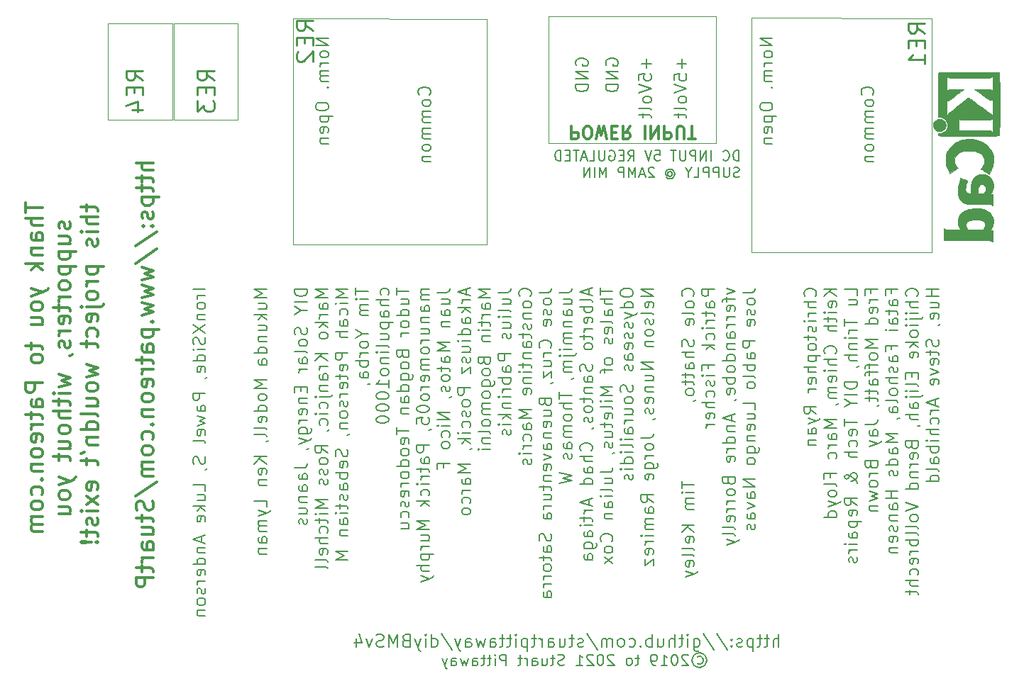
<source format=gbr>
G04 #@! TF.GenerationSoftware,KiCad,Pcbnew,(5.1.5)-3*
G04 #@! TF.CreationDate,2021-04-08T15:47:20+01:00*
G04 #@! TF.ProjectId,ControllerCircuit,436f6e74-726f-46c6-9c65-724369726375,1.2*
G04 #@! TF.SameCoordinates,Original*
G04 #@! TF.FileFunction,Legend,Bot*
G04 #@! TF.FilePolarity,Positive*
%FSLAX46Y46*%
G04 Gerber Fmt 4.6, Leading zero omitted, Abs format (unit mm)*
G04 Created by KiCad (PCBNEW (5.1.5)-3) date 2021-04-08 15:47:20*
%MOMM*%
%LPD*%
G04 APERTURE LIST*
%ADD10C,0.200000*%
%ADD11C,0.300000*%
%ADD12C,0.120000*%
%ADD13C,0.250000*%
%ADD14C,0.180000*%
%ADD15C,0.150000*%
%ADD16C,0.010000*%
G04 APERTURE END LIST*
D10*
X178984285Y-67842857D02*
X178984285Y-66642857D01*
X178698571Y-66642857D01*
X178527142Y-66700000D01*
X178412857Y-66814285D01*
X178355714Y-66928571D01*
X178298571Y-67157142D01*
X178298571Y-67328571D01*
X178355714Y-67557142D01*
X178412857Y-67671428D01*
X178527142Y-67785714D01*
X178698571Y-67842857D01*
X178984285Y-67842857D01*
X177098571Y-67728571D02*
X177155714Y-67785714D01*
X177327142Y-67842857D01*
X177441428Y-67842857D01*
X177612857Y-67785714D01*
X177727142Y-67671428D01*
X177784285Y-67557142D01*
X177841428Y-67328571D01*
X177841428Y-67157142D01*
X177784285Y-66928571D01*
X177727142Y-66814285D01*
X177612857Y-66700000D01*
X177441428Y-66642857D01*
X177327142Y-66642857D01*
X177155714Y-66700000D01*
X177098571Y-66757142D01*
X175670000Y-67842857D02*
X175670000Y-66642857D01*
X175098571Y-67842857D02*
X175098571Y-66642857D01*
X174412857Y-67842857D01*
X174412857Y-66642857D01*
X173841428Y-67842857D02*
X173841428Y-66642857D01*
X173384285Y-66642857D01*
X173270000Y-66700000D01*
X173212857Y-66757142D01*
X173155714Y-66871428D01*
X173155714Y-67042857D01*
X173212857Y-67157142D01*
X173270000Y-67214285D01*
X173384285Y-67271428D01*
X173841428Y-67271428D01*
X172641428Y-66642857D02*
X172641428Y-67614285D01*
X172584285Y-67728571D01*
X172527142Y-67785714D01*
X172412857Y-67842857D01*
X172184285Y-67842857D01*
X172070000Y-67785714D01*
X172012857Y-67728571D01*
X171955714Y-67614285D01*
X171955714Y-66642857D01*
X171555714Y-66642857D02*
X170870000Y-66642857D01*
X171212857Y-67842857D02*
X171212857Y-66642857D01*
X168984285Y-66642857D02*
X169555714Y-66642857D01*
X169612857Y-67214285D01*
X169555714Y-67157142D01*
X169441428Y-67100000D01*
X169155714Y-67100000D01*
X169041428Y-67157142D01*
X168984285Y-67214285D01*
X168927142Y-67328571D01*
X168927142Y-67614285D01*
X168984285Y-67728571D01*
X169041428Y-67785714D01*
X169155714Y-67842857D01*
X169441428Y-67842857D01*
X169555714Y-67785714D01*
X169612857Y-67728571D01*
X168584285Y-66642857D02*
X168184285Y-67842857D01*
X167784285Y-66642857D01*
X165784285Y-67842857D02*
X166184285Y-67271428D01*
X166470000Y-67842857D02*
X166470000Y-66642857D01*
X166012857Y-66642857D01*
X165898571Y-66700000D01*
X165841428Y-66757142D01*
X165784285Y-66871428D01*
X165784285Y-67042857D01*
X165841428Y-67157142D01*
X165898571Y-67214285D01*
X166012857Y-67271428D01*
X166470000Y-67271428D01*
X165270000Y-67214285D02*
X164870000Y-67214285D01*
X164698571Y-67842857D02*
X165270000Y-67842857D01*
X165270000Y-66642857D01*
X164698571Y-66642857D01*
X163555714Y-66700000D02*
X163670000Y-66642857D01*
X163841428Y-66642857D01*
X164012857Y-66700000D01*
X164127142Y-66814285D01*
X164184285Y-66928571D01*
X164241428Y-67157142D01*
X164241428Y-67328571D01*
X164184285Y-67557142D01*
X164127142Y-67671428D01*
X164012857Y-67785714D01*
X163841428Y-67842857D01*
X163727142Y-67842857D01*
X163555714Y-67785714D01*
X163498571Y-67728571D01*
X163498571Y-67328571D01*
X163727142Y-67328571D01*
X162984285Y-66642857D02*
X162984285Y-67614285D01*
X162927142Y-67728571D01*
X162870000Y-67785714D01*
X162755714Y-67842857D01*
X162527142Y-67842857D01*
X162412857Y-67785714D01*
X162355714Y-67728571D01*
X162298571Y-67614285D01*
X162298571Y-66642857D01*
X161155714Y-67842857D02*
X161727142Y-67842857D01*
X161727142Y-66642857D01*
X160812857Y-67500000D02*
X160241428Y-67500000D01*
X160927142Y-67842857D02*
X160527142Y-66642857D01*
X160127142Y-67842857D01*
X159898571Y-66642857D02*
X159212857Y-66642857D01*
X159555714Y-67842857D02*
X159555714Y-66642857D01*
X158812857Y-67214285D02*
X158412857Y-67214285D01*
X158241428Y-67842857D02*
X158812857Y-67842857D01*
X158812857Y-66642857D01*
X158241428Y-66642857D01*
X157727142Y-67842857D02*
X157727142Y-66642857D01*
X157441428Y-66642857D01*
X157270000Y-66700000D01*
X157155714Y-66814285D01*
X157098571Y-66928571D01*
X157041428Y-67157142D01*
X157041428Y-67328571D01*
X157098571Y-67557142D01*
X157155714Y-67671428D01*
X157270000Y-67785714D01*
X157441428Y-67842857D01*
X157727142Y-67842857D01*
X179041428Y-69785714D02*
X178870000Y-69842857D01*
X178584285Y-69842857D01*
X178470000Y-69785714D01*
X178412857Y-69728571D01*
X178355714Y-69614285D01*
X178355714Y-69500000D01*
X178412857Y-69385714D01*
X178470000Y-69328571D01*
X178584285Y-69271428D01*
X178812857Y-69214285D01*
X178927142Y-69157142D01*
X178984285Y-69100000D01*
X179041428Y-68985714D01*
X179041428Y-68871428D01*
X178984285Y-68757142D01*
X178927142Y-68700000D01*
X178812857Y-68642857D01*
X178527142Y-68642857D01*
X178355714Y-68700000D01*
X177841428Y-68642857D02*
X177841428Y-69614285D01*
X177784285Y-69728571D01*
X177727142Y-69785714D01*
X177612857Y-69842857D01*
X177384285Y-69842857D01*
X177270000Y-69785714D01*
X177212857Y-69728571D01*
X177155714Y-69614285D01*
X177155714Y-68642857D01*
X176584285Y-69842857D02*
X176584285Y-68642857D01*
X176127142Y-68642857D01*
X176012857Y-68700000D01*
X175955714Y-68757142D01*
X175898571Y-68871428D01*
X175898571Y-69042857D01*
X175955714Y-69157142D01*
X176012857Y-69214285D01*
X176127142Y-69271428D01*
X176584285Y-69271428D01*
X175384285Y-69842857D02*
X175384285Y-68642857D01*
X174927142Y-68642857D01*
X174812857Y-68700000D01*
X174755714Y-68757142D01*
X174698571Y-68871428D01*
X174698571Y-69042857D01*
X174755714Y-69157142D01*
X174812857Y-69214285D01*
X174927142Y-69271428D01*
X175384285Y-69271428D01*
X173612857Y-69842857D02*
X174184285Y-69842857D01*
X174184285Y-68642857D01*
X172984285Y-69271428D02*
X172984285Y-69842857D01*
X173384285Y-68642857D02*
X172984285Y-69271428D01*
X172584285Y-68642857D01*
X170527142Y-69271428D02*
X170584285Y-69214285D01*
X170698571Y-69157142D01*
X170812857Y-69157142D01*
X170927142Y-69214285D01*
X170984285Y-69271428D01*
X171041428Y-69385714D01*
X171041428Y-69500000D01*
X170984285Y-69614285D01*
X170927142Y-69671428D01*
X170812857Y-69728571D01*
X170698571Y-69728571D01*
X170584285Y-69671428D01*
X170527142Y-69614285D01*
X170527142Y-69157142D02*
X170527142Y-69614285D01*
X170470000Y-69671428D01*
X170412857Y-69671428D01*
X170298571Y-69614285D01*
X170241428Y-69500000D01*
X170241428Y-69214285D01*
X170355714Y-69042857D01*
X170527142Y-68928571D01*
X170755714Y-68871428D01*
X170984285Y-68928571D01*
X171155714Y-69042857D01*
X171270000Y-69214285D01*
X171327142Y-69442857D01*
X171270000Y-69671428D01*
X171155714Y-69842857D01*
X170984285Y-69957142D01*
X170755714Y-70014285D01*
X170527142Y-69957142D01*
X170355714Y-69842857D01*
X168870000Y-68757142D02*
X168812857Y-68700000D01*
X168698571Y-68642857D01*
X168412857Y-68642857D01*
X168298571Y-68700000D01*
X168241428Y-68757142D01*
X168184285Y-68871428D01*
X168184285Y-68985714D01*
X168241428Y-69157142D01*
X168927142Y-69842857D01*
X168184285Y-69842857D01*
X167727142Y-69500000D02*
X167155714Y-69500000D01*
X167841428Y-69842857D02*
X167441428Y-68642857D01*
X167041428Y-69842857D01*
X166641428Y-69842857D02*
X166641428Y-68642857D01*
X166241428Y-69500000D01*
X165841428Y-68642857D01*
X165841428Y-69842857D01*
X165270000Y-69842857D02*
X165270000Y-68642857D01*
X164812857Y-68642857D01*
X164698571Y-68700000D01*
X164641428Y-68757142D01*
X164584285Y-68871428D01*
X164584285Y-69042857D01*
X164641428Y-69157142D01*
X164698571Y-69214285D01*
X164812857Y-69271428D01*
X165270000Y-69271428D01*
X163155714Y-69842857D02*
X163155714Y-68642857D01*
X162755714Y-69500000D01*
X162355714Y-68642857D01*
X162355714Y-69842857D01*
X161784285Y-69842857D02*
X161784285Y-68642857D01*
X161212857Y-69842857D02*
X161212857Y-68642857D01*
X160527142Y-69842857D01*
X160527142Y-68642857D01*
D11*
X159014285Y-63751428D02*
X159014285Y-65251428D01*
X159585714Y-65251428D01*
X159728571Y-65180000D01*
X159800000Y-65108571D01*
X159871428Y-64965714D01*
X159871428Y-64751428D01*
X159800000Y-64608571D01*
X159728571Y-64537142D01*
X159585714Y-64465714D01*
X159014285Y-64465714D01*
X160800000Y-65251428D02*
X161085714Y-65251428D01*
X161228571Y-65180000D01*
X161371428Y-65037142D01*
X161442857Y-64751428D01*
X161442857Y-64251428D01*
X161371428Y-63965714D01*
X161228571Y-63822857D01*
X161085714Y-63751428D01*
X160800000Y-63751428D01*
X160657142Y-63822857D01*
X160514285Y-63965714D01*
X160442857Y-64251428D01*
X160442857Y-64751428D01*
X160514285Y-65037142D01*
X160657142Y-65180000D01*
X160800000Y-65251428D01*
X161942857Y-65251428D02*
X162300000Y-63751428D01*
X162585714Y-64822857D01*
X162871428Y-63751428D01*
X163228571Y-65251428D01*
X163800000Y-64537142D02*
X164300000Y-64537142D01*
X164514285Y-63751428D02*
X163800000Y-63751428D01*
X163800000Y-65251428D01*
X164514285Y-65251428D01*
X166014285Y-63751428D02*
X165514285Y-64465714D01*
X165157142Y-63751428D02*
X165157142Y-65251428D01*
X165728571Y-65251428D01*
X165871428Y-65180000D01*
X165942857Y-65108571D01*
X166014285Y-64965714D01*
X166014285Y-64751428D01*
X165942857Y-64608571D01*
X165871428Y-64537142D01*
X165728571Y-64465714D01*
X165157142Y-64465714D01*
X167800000Y-63751428D02*
X167800000Y-65251428D01*
X168514285Y-63751428D02*
X168514285Y-65251428D01*
X169371428Y-63751428D01*
X169371428Y-65251428D01*
X170085714Y-63751428D02*
X170085714Y-65251428D01*
X170657142Y-65251428D01*
X170800000Y-65180000D01*
X170871428Y-65108571D01*
X170942857Y-64965714D01*
X170942857Y-64751428D01*
X170871428Y-64608571D01*
X170800000Y-64537142D01*
X170657142Y-64465714D01*
X170085714Y-64465714D01*
X171585714Y-65251428D02*
X171585714Y-64037142D01*
X171657142Y-63894285D01*
X171728571Y-63822857D01*
X171871428Y-63751428D01*
X172157142Y-63751428D01*
X172300000Y-63822857D01*
X172371428Y-63894285D01*
X172442857Y-64037142D01*
X172442857Y-65251428D01*
X172942857Y-65251428D02*
X173800000Y-65251428D01*
X173371428Y-63751428D02*
X173371428Y-65251428D01*
D12*
X156290000Y-65730000D02*
X156290000Y-50620000D01*
X176260000Y-65730000D02*
X156290000Y-65730000D01*
X176260000Y-50620000D02*
X176260000Y-65730000D01*
X156290000Y-50620000D02*
X176260000Y-50620000D01*
D13*
X128204761Y-52302261D02*
X127252380Y-51635595D01*
X128204761Y-51159404D02*
X126204761Y-51159404D01*
X126204761Y-51921309D01*
X126300000Y-52111785D01*
X126395238Y-52207023D01*
X126585714Y-52302261D01*
X126871428Y-52302261D01*
X127061904Y-52207023D01*
X127157142Y-52111785D01*
X127252380Y-51921309D01*
X127252380Y-51159404D01*
X127157142Y-53159404D02*
X127157142Y-53826071D01*
X128204761Y-54111785D02*
X128204761Y-53159404D01*
X126204761Y-53159404D01*
X126204761Y-54111785D01*
X126395238Y-54873690D02*
X126300000Y-54968928D01*
X126204761Y-55159404D01*
X126204761Y-55635595D01*
X126300000Y-55826071D01*
X126395238Y-55921309D01*
X126585714Y-56016547D01*
X126776190Y-56016547D01*
X127061904Y-55921309D01*
X128204761Y-54778452D01*
X128204761Y-56016547D01*
X201184761Y-52602261D02*
X200232380Y-51935595D01*
X201184761Y-51459404D02*
X199184761Y-51459404D01*
X199184761Y-52221309D01*
X199280000Y-52411785D01*
X199375238Y-52507023D01*
X199565714Y-52602261D01*
X199851428Y-52602261D01*
X200041904Y-52507023D01*
X200137142Y-52411785D01*
X200232380Y-52221309D01*
X200232380Y-51459404D01*
X200137142Y-53459404D02*
X200137142Y-54126071D01*
X201184761Y-54411785D02*
X201184761Y-53459404D01*
X199184761Y-53459404D01*
X199184761Y-54411785D01*
X201184761Y-56316547D02*
X201184761Y-55173690D01*
X201184761Y-55745119D02*
X199184761Y-55745119D01*
X199470476Y-55554642D01*
X199660952Y-55364166D01*
X199756190Y-55173690D01*
D12*
X148930000Y-50910000D02*
X125800000Y-50840000D01*
X148930000Y-77850000D02*
X148930000Y-50910000D01*
X125800000Y-77850000D02*
X148930000Y-77850000D01*
X125800000Y-50840000D02*
X125800000Y-77850000D01*
X201990000Y-50900000D02*
X180530000Y-50800000D01*
X201990000Y-78780000D02*
X201990000Y-50900000D01*
X180530000Y-78780000D02*
X201990000Y-78780000D01*
X180530000Y-50800000D02*
X180530000Y-78780000D01*
D11*
D14*
X115338571Y-83224142D02*
X113838571Y-83224142D01*
X115338571Y-83938428D02*
X114338571Y-83938428D01*
X114624285Y-83938428D02*
X114481428Y-84009857D01*
X114410000Y-84081285D01*
X114338571Y-84224142D01*
X114338571Y-84367000D01*
X115338571Y-85081285D02*
X115267142Y-84938428D01*
X115195714Y-84867000D01*
X115052857Y-84795571D01*
X114624285Y-84795571D01*
X114481428Y-84867000D01*
X114410000Y-84938428D01*
X114338571Y-85081285D01*
X114338571Y-85295571D01*
X114410000Y-85438428D01*
X114481428Y-85509857D01*
X114624285Y-85581285D01*
X115052857Y-85581285D01*
X115195714Y-85509857D01*
X115267142Y-85438428D01*
X115338571Y-85295571D01*
X115338571Y-85081285D01*
X114338571Y-86224142D02*
X115338571Y-86224142D01*
X114481428Y-86224142D02*
X114410000Y-86295571D01*
X114338571Y-86438428D01*
X114338571Y-86652714D01*
X114410000Y-86795571D01*
X114552857Y-86867000D01*
X115338571Y-86867000D01*
X113838571Y-87438428D02*
X115338571Y-88438428D01*
X113838571Y-88438428D02*
X115338571Y-87438428D01*
X115267142Y-88938428D02*
X115338571Y-89152714D01*
X115338571Y-89509857D01*
X115267142Y-89652714D01*
X115195714Y-89724142D01*
X115052857Y-89795571D01*
X114910000Y-89795571D01*
X114767142Y-89724142D01*
X114695714Y-89652714D01*
X114624285Y-89509857D01*
X114552857Y-89224142D01*
X114481428Y-89081285D01*
X114410000Y-89009857D01*
X114267142Y-88938428D01*
X114124285Y-88938428D01*
X113981428Y-89009857D01*
X113910000Y-89081285D01*
X113838571Y-89224142D01*
X113838571Y-89581285D01*
X113910000Y-89795571D01*
X115338571Y-90438428D02*
X114338571Y-90438428D01*
X113838571Y-90438428D02*
X113910000Y-90367000D01*
X113981428Y-90438428D01*
X113910000Y-90509857D01*
X113838571Y-90438428D01*
X113981428Y-90438428D01*
X115338571Y-91795571D02*
X113838571Y-91795571D01*
X115267142Y-91795571D02*
X115338571Y-91652714D01*
X115338571Y-91367000D01*
X115267142Y-91224142D01*
X115195714Y-91152714D01*
X115052857Y-91081285D01*
X114624285Y-91081285D01*
X114481428Y-91152714D01*
X114410000Y-91224142D01*
X114338571Y-91367000D01*
X114338571Y-91652714D01*
X114410000Y-91795571D01*
X115267142Y-93081285D02*
X115338571Y-92938428D01*
X115338571Y-92652714D01*
X115267142Y-92509857D01*
X115124285Y-92438428D01*
X114552857Y-92438428D01*
X114410000Y-92509857D01*
X114338571Y-92652714D01*
X114338571Y-92938428D01*
X114410000Y-93081285D01*
X114552857Y-93152714D01*
X114695714Y-93152714D01*
X114838571Y-92438428D01*
X115267142Y-93867000D02*
X115338571Y-93867000D01*
X115481428Y-93795571D01*
X115552857Y-93724142D01*
X115338571Y-95652714D02*
X113838571Y-95652714D01*
X113838571Y-96224142D01*
X113910000Y-96367000D01*
X113981428Y-96438428D01*
X114124285Y-96509857D01*
X114338571Y-96509857D01*
X114481428Y-96438428D01*
X114552857Y-96367000D01*
X114624285Y-96224142D01*
X114624285Y-95652714D01*
X115338571Y-97795571D02*
X114552857Y-97795571D01*
X114410000Y-97724142D01*
X114338571Y-97581285D01*
X114338571Y-97295571D01*
X114410000Y-97152714D01*
X115267142Y-97795571D02*
X115338571Y-97652714D01*
X115338571Y-97295571D01*
X115267142Y-97152714D01*
X115124285Y-97081285D01*
X114981428Y-97081285D01*
X114838571Y-97152714D01*
X114767142Y-97295571D01*
X114767142Y-97652714D01*
X114695714Y-97795571D01*
X114338571Y-98367000D02*
X115338571Y-98652714D01*
X114624285Y-98938428D01*
X115338571Y-99224142D01*
X114338571Y-99509857D01*
X115267142Y-100652714D02*
X115338571Y-100509857D01*
X115338571Y-100224142D01*
X115267142Y-100081285D01*
X115124285Y-100009857D01*
X114552857Y-100009857D01*
X114410000Y-100081285D01*
X114338571Y-100224142D01*
X114338571Y-100509857D01*
X114410000Y-100652714D01*
X114552857Y-100724142D01*
X114695714Y-100724142D01*
X114838571Y-100009857D01*
X115338571Y-101581285D02*
X115267142Y-101438428D01*
X115124285Y-101367000D01*
X113838571Y-101367000D01*
X115267142Y-103224142D02*
X115338571Y-103438428D01*
X115338571Y-103795571D01*
X115267142Y-103938428D01*
X115195714Y-104009857D01*
X115052857Y-104081285D01*
X114910000Y-104081285D01*
X114767142Y-104009857D01*
X114695714Y-103938428D01*
X114624285Y-103795571D01*
X114552857Y-103509857D01*
X114481428Y-103367000D01*
X114410000Y-103295571D01*
X114267142Y-103224142D01*
X114124285Y-103224142D01*
X113981428Y-103295571D01*
X113910000Y-103367000D01*
X113838571Y-103509857D01*
X113838571Y-103867000D01*
X113910000Y-104081285D01*
X115267142Y-104795571D02*
X115338571Y-104795571D01*
X115481428Y-104724142D01*
X115552857Y-104652714D01*
X115338571Y-107295571D02*
X115338571Y-106581285D01*
X113838571Y-106581285D01*
X114338571Y-108438428D02*
X115338571Y-108438428D01*
X114338571Y-107795571D02*
X115124285Y-107795571D01*
X115267142Y-107867000D01*
X115338571Y-108009857D01*
X115338571Y-108224142D01*
X115267142Y-108367000D01*
X115195714Y-108438428D01*
X115338571Y-109152714D02*
X113838571Y-109152714D01*
X114767142Y-109295571D02*
X115338571Y-109724142D01*
X114338571Y-109724142D02*
X114910000Y-109152714D01*
X115267142Y-110938428D02*
X115338571Y-110795571D01*
X115338571Y-110509857D01*
X115267142Y-110367000D01*
X115124285Y-110295571D01*
X114552857Y-110295571D01*
X114410000Y-110367000D01*
X114338571Y-110509857D01*
X114338571Y-110795571D01*
X114410000Y-110938428D01*
X114552857Y-111009857D01*
X114695714Y-111009857D01*
X114838571Y-110295571D01*
X114910000Y-112724142D02*
X114910000Y-113438428D01*
X115338571Y-112581285D02*
X113838571Y-113081285D01*
X115338571Y-113581285D01*
X114338571Y-114081285D02*
X115338571Y-114081285D01*
X114481428Y-114081285D02*
X114410000Y-114152714D01*
X114338571Y-114295571D01*
X114338571Y-114509857D01*
X114410000Y-114652714D01*
X114552857Y-114724142D01*
X115338571Y-114724142D01*
X115338571Y-116081285D02*
X113838571Y-116081285D01*
X115267142Y-116081285D02*
X115338571Y-115938428D01*
X115338571Y-115652714D01*
X115267142Y-115509857D01*
X115195714Y-115438428D01*
X115052857Y-115367000D01*
X114624285Y-115367000D01*
X114481428Y-115438428D01*
X114410000Y-115509857D01*
X114338571Y-115652714D01*
X114338571Y-115938428D01*
X114410000Y-116081285D01*
X115267142Y-117367000D02*
X115338571Y-117224142D01*
X115338571Y-116938428D01*
X115267142Y-116795571D01*
X115124285Y-116724142D01*
X114552857Y-116724142D01*
X114410000Y-116795571D01*
X114338571Y-116938428D01*
X114338571Y-117224142D01*
X114410000Y-117367000D01*
X114552857Y-117438428D01*
X114695714Y-117438428D01*
X114838571Y-116724142D01*
X115338571Y-118081285D02*
X114338571Y-118081285D01*
X114624285Y-118081285D02*
X114481428Y-118152714D01*
X114410000Y-118224142D01*
X114338571Y-118367000D01*
X114338571Y-118509857D01*
X115267142Y-118938428D02*
X115338571Y-119081285D01*
X115338571Y-119367000D01*
X115267142Y-119509857D01*
X115124285Y-119581285D01*
X115052857Y-119581285D01*
X114910000Y-119509857D01*
X114838571Y-119367000D01*
X114838571Y-119152714D01*
X114767142Y-119009857D01*
X114624285Y-118938428D01*
X114552857Y-118938428D01*
X114410000Y-119009857D01*
X114338571Y-119152714D01*
X114338571Y-119367000D01*
X114410000Y-119509857D01*
X115338571Y-120438428D02*
X115267142Y-120295571D01*
X115195714Y-120224142D01*
X115052857Y-120152714D01*
X114624285Y-120152714D01*
X114481428Y-120224142D01*
X114410000Y-120295571D01*
X114338571Y-120438428D01*
X114338571Y-120652714D01*
X114410000Y-120795571D01*
X114481428Y-120867000D01*
X114624285Y-120938428D01*
X115052857Y-120938428D01*
X115195714Y-120867000D01*
X115267142Y-120795571D01*
X115338571Y-120652714D01*
X115338571Y-120438428D01*
X114338571Y-121581285D02*
X115338571Y-121581285D01*
X114481428Y-121581285D02*
X114410000Y-121652714D01*
X114338571Y-121795571D01*
X114338571Y-122009857D01*
X114410000Y-122152714D01*
X114552857Y-122224142D01*
X115338571Y-122224142D01*
X122628571Y-83224142D02*
X121128571Y-83224142D01*
X122200000Y-83724142D01*
X121128571Y-84224142D01*
X122628571Y-84224142D01*
X121628571Y-85581285D02*
X122628571Y-85581285D01*
X121628571Y-84938428D02*
X122414285Y-84938428D01*
X122557142Y-85009857D01*
X122628571Y-85152714D01*
X122628571Y-85367000D01*
X122557142Y-85509857D01*
X122485714Y-85581285D01*
X122628571Y-86295571D02*
X121128571Y-86295571D01*
X122057142Y-86438428D02*
X122628571Y-86867000D01*
X121628571Y-86867000D02*
X122200000Y-86295571D01*
X121628571Y-88152714D02*
X122628571Y-88152714D01*
X121628571Y-87509857D02*
X122414285Y-87509857D01*
X122557142Y-87581285D01*
X122628571Y-87724142D01*
X122628571Y-87938428D01*
X122557142Y-88081285D01*
X122485714Y-88152714D01*
X121628571Y-88867000D02*
X122628571Y-88867000D01*
X121771428Y-88867000D02*
X121700000Y-88938428D01*
X121628571Y-89081285D01*
X121628571Y-89295571D01*
X121700000Y-89438428D01*
X121842857Y-89509857D01*
X122628571Y-89509857D01*
X122628571Y-90867000D02*
X121128571Y-90867000D01*
X122557142Y-90867000D02*
X122628571Y-90724142D01*
X122628571Y-90438428D01*
X122557142Y-90295571D01*
X122485714Y-90224142D01*
X122342857Y-90152714D01*
X121914285Y-90152714D01*
X121771428Y-90224142D01*
X121700000Y-90295571D01*
X121628571Y-90438428D01*
X121628571Y-90724142D01*
X121700000Y-90867000D01*
X122628571Y-92224142D02*
X121842857Y-92224142D01*
X121700000Y-92152714D01*
X121628571Y-92009857D01*
X121628571Y-91724142D01*
X121700000Y-91581285D01*
X122557142Y-92224142D02*
X122628571Y-92081285D01*
X122628571Y-91724142D01*
X122557142Y-91581285D01*
X122414285Y-91509857D01*
X122271428Y-91509857D01*
X122128571Y-91581285D01*
X122057142Y-91724142D01*
X122057142Y-92081285D01*
X121985714Y-92224142D01*
X122628571Y-94081285D02*
X121128571Y-94081285D01*
X122200000Y-94581285D01*
X121128571Y-95081285D01*
X122628571Y-95081285D01*
X122628571Y-96009857D02*
X122557142Y-95867000D01*
X122485714Y-95795571D01*
X122342857Y-95724142D01*
X121914285Y-95724142D01*
X121771428Y-95795571D01*
X121700000Y-95867000D01*
X121628571Y-96009857D01*
X121628571Y-96224142D01*
X121700000Y-96367000D01*
X121771428Y-96438428D01*
X121914285Y-96509857D01*
X122342857Y-96509857D01*
X122485714Y-96438428D01*
X122557142Y-96367000D01*
X122628571Y-96224142D01*
X122628571Y-96009857D01*
X122628571Y-97795571D02*
X121128571Y-97795571D01*
X122557142Y-97795571D02*
X122628571Y-97652714D01*
X122628571Y-97367000D01*
X122557142Y-97224142D01*
X122485714Y-97152714D01*
X122342857Y-97081285D01*
X121914285Y-97081285D01*
X121771428Y-97152714D01*
X121700000Y-97224142D01*
X121628571Y-97367000D01*
X121628571Y-97652714D01*
X121700000Y-97795571D01*
X122557142Y-99081285D02*
X122628571Y-98938428D01*
X122628571Y-98652714D01*
X122557142Y-98509857D01*
X122414285Y-98438428D01*
X121842857Y-98438428D01*
X121700000Y-98509857D01*
X121628571Y-98652714D01*
X121628571Y-98938428D01*
X121700000Y-99081285D01*
X121842857Y-99152714D01*
X121985714Y-99152714D01*
X122128571Y-98438428D01*
X122628571Y-100009857D02*
X122557142Y-99867000D01*
X122414285Y-99795571D01*
X121128571Y-99795571D01*
X122628571Y-100795571D02*
X122557142Y-100652714D01*
X122414285Y-100581285D01*
X121128571Y-100581285D01*
X122557142Y-101438428D02*
X122628571Y-101438428D01*
X122771428Y-101367000D01*
X122842857Y-101295571D01*
X122628571Y-103224142D02*
X121128571Y-103224142D01*
X122628571Y-104081285D02*
X121771428Y-103438428D01*
X121128571Y-104081285D02*
X121985714Y-103224142D01*
X122557142Y-105295571D02*
X122628571Y-105152714D01*
X122628571Y-104867000D01*
X122557142Y-104724142D01*
X122414285Y-104652714D01*
X121842857Y-104652714D01*
X121700000Y-104724142D01*
X121628571Y-104867000D01*
X121628571Y-105152714D01*
X121700000Y-105295571D01*
X121842857Y-105367000D01*
X121985714Y-105367000D01*
X122128571Y-104652714D01*
X121628571Y-106009857D02*
X122628571Y-106009857D01*
X121771428Y-106009857D02*
X121700000Y-106081285D01*
X121628571Y-106224142D01*
X121628571Y-106438428D01*
X121700000Y-106581285D01*
X121842857Y-106652714D01*
X122628571Y-106652714D01*
X122628571Y-109224142D02*
X122628571Y-108509857D01*
X121128571Y-108509857D01*
X121628571Y-109581285D02*
X122628571Y-109938428D01*
X121628571Y-110295571D02*
X122628571Y-109938428D01*
X122985714Y-109795571D01*
X123057142Y-109724142D01*
X123128571Y-109581285D01*
X122628571Y-110867000D02*
X121628571Y-110867000D01*
X121771428Y-110867000D02*
X121700000Y-110938428D01*
X121628571Y-111081285D01*
X121628571Y-111295571D01*
X121700000Y-111438428D01*
X121842857Y-111509857D01*
X122628571Y-111509857D01*
X121842857Y-111509857D02*
X121700000Y-111581285D01*
X121628571Y-111724142D01*
X121628571Y-111938428D01*
X121700000Y-112081285D01*
X121842857Y-112152714D01*
X122628571Y-112152714D01*
X122628571Y-113509857D02*
X121842857Y-113509857D01*
X121700000Y-113438428D01*
X121628571Y-113295571D01*
X121628571Y-113009857D01*
X121700000Y-112867000D01*
X122557142Y-113509857D02*
X122628571Y-113367000D01*
X122628571Y-113009857D01*
X122557142Y-112867000D01*
X122414285Y-112795571D01*
X122271428Y-112795571D01*
X122128571Y-112867000D01*
X122057142Y-113009857D01*
X122057142Y-113367000D01*
X121985714Y-113509857D01*
X121628571Y-114224142D02*
X122628571Y-114224142D01*
X121771428Y-114224142D02*
X121700000Y-114295571D01*
X121628571Y-114438428D01*
X121628571Y-114652714D01*
X121700000Y-114795571D01*
X121842857Y-114867000D01*
X122628571Y-114867000D01*
X127488571Y-83224142D02*
X125988571Y-83224142D01*
X125988571Y-83581285D01*
X126060000Y-83795571D01*
X126202857Y-83938428D01*
X126345714Y-84009857D01*
X126631428Y-84081285D01*
X126845714Y-84081285D01*
X127131428Y-84009857D01*
X127274285Y-83938428D01*
X127417142Y-83795571D01*
X127488571Y-83581285D01*
X127488571Y-83224142D01*
X127488571Y-84724142D02*
X125988571Y-84724142D01*
X126774285Y-85724142D02*
X127488571Y-85724142D01*
X125988571Y-85224142D02*
X126774285Y-85724142D01*
X125988571Y-86224142D01*
X127417142Y-87795571D02*
X127488571Y-88009857D01*
X127488571Y-88367000D01*
X127417142Y-88509857D01*
X127345714Y-88581285D01*
X127202857Y-88652714D01*
X127060000Y-88652714D01*
X126917142Y-88581285D01*
X126845714Y-88509857D01*
X126774285Y-88367000D01*
X126702857Y-88081285D01*
X126631428Y-87938428D01*
X126560000Y-87867000D01*
X126417142Y-87795571D01*
X126274285Y-87795571D01*
X126131428Y-87867000D01*
X126060000Y-87938428D01*
X125988571Y-88081285D01*
X125988571Y-88438428D01*
X126060000Y-88652714D01*
X127488571Y-89509857D02*
X127417142Y-89367000D01*
X127345714Y-89295571D01*
X127202857Y-89224142D01*
X126774285Y-89224142D01*
X126631428Y-89295571D01*
X126560000Y-89367000D01*
X126488571Y-89509857D01*
X126488571Y-89724142D01*
X126560000Y-89867000D01*
X126631428Y-89938428D01*
X126774285Y-90009857D01*
X127202857Y-90009857D01*
X127345714Y-89938428D01*
X127417142Y-89867000D01*
X127488571Y-89724142D01*
X127488571Y-89509857D01*
X127488571Y-90867000D02*
X127417142Y-90724142D01*
X127274285Y-90652714D01*
X125988571Y-90652714D01*
X127488571Y-92081285D02*
X126702857Y-92081285D01*
X126560000Y-92009857D01*
X126488571Y-91867000D01*
X126488571Y-91581285D01*
X126560000Y-91438428D01*
X127417142Y-92081285D02*
X127488571Y-91938428D01*
X127488571Y-91581285D01*
X127417142Y-91438428D01*
X127274285Y-91367000D01*
X127131428Y-91367000D01*
X126988571Y-91438428D01*
X126917142Y-91581285D01*
X126917142Y-91938428D01*
X126845714Y-92081285D01*
X127488571Y-92795571D02*
X126488571Y-92795571D01*
X126774285Y-92795571D02*
X126631428Y-92867000D01*
X126560000Y-92938428D01*
X126488571Y-93081285D01*
X126488571Y-93224142D01*
X126702857Y-94867000D02*
X126702857Y-95367000D01*
X127488571Y-95581285D02*
X127488571Y-94867000D01*
X125988571Y-94867000D01*
X125988571Y-95581285D01*
X126488571Y-96224142D02*
X127488571Y-96224142D01*
X126631428Y-96224142D02*
X126560000Y-96295571D01*
X126488571Y-96438428D01*
X126488571Y-96652714D01*
X126560000Y-96795571D01*
X126702857Y-96867000D01*
X127488571Y-96867000D01*
X127417142Y-98152714D02*
X127488571Y-98009857D01*
X127488571Y-97724142D01*
X127417142Y-97581285D01*
X127274285Y-97509857D01*
X126702857Y-97509857D01*
X126560000Y-97581285D01*
X126488571Y-97724142D01*
X126488571Y-98009857D01*
X126560000Y-98152714D01*
X126702857Y-98224142D01*
X126845714Y-98224142D01*
X126988571Y-97509857D01*
X127488571Y-98867000D02*
X126488571Y-98867000D01*
X126774285Y-98867000D02*
X126631428Y-98938428D01*
X126560000Y-99009857D01*
X126488571Y-99152714D01*
X126488571Y-99295571D01*
X126488571Y-100438428D02*
X127702857Y-100438428D01*
X127845714Y-100367000D01*
X127917142Y-100295571D01*
X127988571Y-100152714D01*
X127988571Y-99938428D01*
X127917142Y-99795571D01*
X127417142Y-100438428D02*
X127488571Y-100295571D01*
X127488571Y-100009857D01*
X127417142Y-99867000D01*
X127345714Y-99795571D01*
X127202857Y-99724142D01*
X126774285Y-99724142D01*
X126631428Y-99795571D01*
X126560000Y-99867000D01*
X126488571Y-100009857D01*
X126488571Y-100295571D01*
X126560000Y-100438428D01*
X126488571Y-101009857D02*
X127488571Y-101367000D01*
X126488571Y-101724142D02*
X127488571Y-101367000D01*
X127845714Y-101224142D01*
X127917142Y-101152714D01*
X127988571Y-101009857D01*
X127417142Y-102367000D02*
X127488571Y-102367000D01*
X127631428Y-102295571D01*
X127702857Y-102224142D01*
X125988571Y-104581285D02*
X127060000Y-104581285D01*
X127274285Y-104509857D01*
X127417142Y-104367000D01*
X127488571Y-104152714D01*
X127488571Y-104009857D01*
X127488571Y-105938428D02*
X126702857Y-105938428D01*
X126560000Y-105867000D01*
X126488571Y-105724142D01*
X126488571Y-105438428D01*
X126560000Y-105295571D01*
X127417142Y-105938428D02*
X127488571Y-105795571D01*
X127488571Y-105438428D01*
X127417142Y-105295571D01*
X127274285Y-105224142D01*
X127131428Y-105224142D01*
X126988571Y-105295571D01*
X126917142Y-105438428D01*
X126917142Y-105795571D01*
X126845714Y-105938428D01*
X127488571Y-107295571D02*
X126702857Y-107295571D01*
X126560000Y-107224142D01*
X126488571Y-107081285D01*
X126488571Y-106795571D01*
X126560000Y-106652714D01*
X127417142Y-107295571D02*
X127488571Y-107152714D01*
X127488571Y-106795571D01*
X127417142Y-106652714D01*
X127274285Y-106581285D01*
X127131428Y-106581285D01*
X126988571Y-106652714D01*
X126917142Y-106795571D01*
X126917142Y-107152714D01*
X126845714Y-107295571D01*
X126488571Y-108009857D02*
X127488571Y-108009857D01*
X126631428Y-108009857D02*
X126560000Y-108081285D01*
X126488571Y-108224142D01*
X126488571Y-108438428D01*
X126560000Y-108581285D01*
X126702857Y-108652714D01*
X127488571Y-108652714D01*
X126488571Y-110009857D02*
X127488571Y-110009857D01*
X126488571Y-109367000D02*
X127274285Y-109367000D01*
X127417142Y-109438428D01*
X127488571Y-109581285D01*
X127488571Y-109795571D01*
X127417142Y-109938428D01*
X127345714Y-110009857D01*
X127417142Y-110652714D02*
X127488571Y-110795571D01*
X127488571Y-111081285D01*
X127417142Y-111224142D01*
X127274285Y-111295571D01*
X127202857Y-111295571D01*
X127060000Y-111224142D01*
X126988571Y-111081285D01*
X126988571Y-110867000D01*
X126917142Y-110724142D01*
X126774285Y-110652714D01*
X126702857Y-110652714D01*
X126560000Y-110724142D01*
X126488571Y-110867000D01*
X126488571Y-111081285D01*
X126560000Y-111224142D01*
X129918571Y-83224142D02*
X128418571Y-83224142D01*
X129490000Y-83724142D01*
X128418571Y-84224142D01*
X129918571Y-84224142D01*
X129918571Y-85581285D02*
X129132857Y-85581285D01*
X128990000Y-85509857D01*
X128918571Y-85367000D01*
X128918571Y-85081285D01*
X128990000Y-84938428D01*
X129847142Y-85581285D02*
X129918571Y-85438428D01*
X129918571Y-85081285D01*
X129847142Y-84938428D01*
X129704285Y-84867000D01*
X129561428Y-84867000D01*
X129418571Y-84938428D01*
X129347142Y-85081285D01*
X129347142Y-85438428D01*
X129275714Y-85581285D01*
X129918571Y-86295571D02*
X128918571Y-86295571D01*
X129204285Y-86295571D02*
X129061428Y-86367000D01*
X128990000Y-86438428D01*
X128918571Y-86581285D01*
X128918571Y-86724142D01*
X129918571Y-87224142D02*
X128418571Y-87224142D01*
X129347142Y-87367000D02*
X129918571Y-87795571D01*
X128918571Y-87795571D02*
X129490000Y-87224142D01*
X129918571Y-88652714D02*
X129847142Y-88509857D01*
X129775714Y-88438428D01*
X129632857Y-88367000D01*
X129204285Y-88367000D01*
X129061428Y-88438428D01*
X128990000Y-88509857D01*
X128918571Y-88652714D01*
X128918571Y-88867000D01*
X128990000Y-89009857D01*
X129061428Y-89081285D01*
X129204285Y-89152714D01*
X129632857Y-89152714D01*
X129775714Y-89081285D01*
X129847142Y-89009857D01*
X129918571Y-88867000D01*
X129918571Y-88652714D01*
X129918571Y-90938428D02*
X128418571Y-90938428D01*
X129918571Y-91795571D02*
X129061428Y-91152714D01*
X128418571Y-91795571D02*
X129275714Y-90938428D01*
X129918571Y-92438428D02*
X128918571Y-92438428D01*
X129204285Y-92438428D02*
X129061428Y-92509857D01*
X128990000Y-92581285D01*
X128918571Y-92724142D01*
X128918571Y-92867000D01*
X129918571Y-94009857D02*
X129132857Y-94009857D01*
X128990000Y-93938428D01*
X128918571Y-93795571D01*
X128918571Y-93509857D01*
X128990000Y-93367000D01*
X129847142Y-94009857D02*
X129918571Y-93867000D01*
X129918571Y-93509857D01*
X129847142Y-93367000D01*
X129704285Y-93295571D01*
X129561428Y-93295571D01*
X129418571Y-93367000D01*
X129347142Y-93509857D01*
X129347142Y-93867000D01*
X129275714Y-94009857D01*
X128918571Y-94724142D02*
X129918571Y-94724142D01*
X129061428Y-94724142D02*
X128990000Y-94795571D01*
X128918571Y-94938428D01*
X128918571Y-95152714D01*
X128990000Y-95295571D01*
X129132857Y-95367000D01*
X129918571Y-95367000D01*
X128918571Y-96081285D02*
X130204285Y-96081285D01*
X130347142Y-96009857D01*
X130418571Y-95867000D01*
X130418571Y-95795571D01*
X128418571Y-96081285D02*
X128490000Y-96009857D01*
X128561428Y-96081285D01*
X128490000Y-96152714D01*
X128418571Y-96081285D01*
X128561428Y-96081285D01*
X129847142Y-97438428D02*
X129918571Y-97295571D01*
X129918571Y-97009857D01*
X129847142Y-96867000D01*
X129775714Y-96795571D01*
X129632857Y-96724142D01*
X129204285Y-96724142D01*
X129061428Y-96795571D01*
X128990000Y-96867000D01*
X128918571Y-97009857D01*
X128918571Y-97295571D01*
X128990000Y-97438428D01*
X129918571Y-98081285D02*
X128918571Y-98081285D01*
X128418571Y-98081285D02*
X128490000Y-98009857D01*
X128561428Y-98081285D01*
X128490000Y-98152714D01*
X128418571Y-98081285D01*
X128561428Y-98081285D01*
X129847142Y-99438428D02*
X129918571Y-99295571D01*
X129918571Y-99009857D01*
X129847142Y-98867000D01*
X129775714Y-98795571D01*
X129632857Y-98724142D01*
X129204285Y-98724142D01*
X129061428Y-98795571D01*
X128990000Y-98867000D01*
X128918571Y-99009857D01*
X128918571Y-99295571D01*
X128990000Y-99438428D01*
X129847142Y-100152714D02*
X129918571Y-100152714D01*
X130061428Y-100081285D01*
X130132857Y-100009857D01*
X129918571Y-102795571D02*
X129204285Y-102295571D01*
X129918571Y-101938428D02*
X128418571Y-101938428D01*
X128418571Y-102509857D01*
X128490000Y-102652714D01*
X128561428Y-102724142D01*
X128704285Y-102795571D01*
X128918571Y-102795571D01*
X129061428Y-102724142D01*
X129132857Y-102652714D01*
X129204285Y-102509857D01*
X129204285Y-101938428D01*
X129918571Y-103652714D02*
X129847142Y-103509857D01*
X129775714Y-103438428D01*
X129632857Y-103367000D01*
X129204285Y-103367000D01*
X129061428Y-103438428D01*
X128990000Y-103509857D01*
X128918571Y-103652714D01*
X128918571Y-103867000D01*
X128990000Y-104009857D01*
X129061428Y-104081285D01*
X129204285Y-104152714D01*
X129632857Y-104152714D01*
X129775714Y-104081285D01*
X129847142Y-104009857D01*
X129918571Y-103867000D01*
X129918571Y-103652714D01*
X129847142Y-104724142D02*
X129918571Y-104867000D01*
X129918571Y-105152714D01*
X129847142Y-105295571D01*
X129704285Y-105367000D01*
X129632857Y-105367000D01*
X129490000Y-105295571D01*
X129418571Y-105152714D01*
X129418571Y-104938428D01*
X129347142Y-104795571D01*
X129204285Y-104724142D01*
X129132857Y-104724142D01*
X128990000Y-104795571D01*
X128918571Y-104938428D01*
X128918571Y-105152714D01*
X128990000Y-105295571D01*
X129847142Y-105938428D02*
X129918571Y-106081285D01*
X129918571Y-106367000D01*
X129847142Y-106509857D01*
X129704285Y-106581285D01*
X129632857Y-106581285D01*
X129490000Y-106509857D01*
X129418571Y-106367000D01*
X129418571Y-106152714D01*
X129347142Y-106009857D01*
X129204285Y-105938428D01*
X129132857Y-105938428D01*
X128990000Y-106009857D01*
X128918571Y-106152714D01*
X128918571Y-106367000D01*
X128990000Y-106509857D01*
X129918571Y-108367000D02*
X128418571Y-108367000D01*
X129490000Y-108867000D01*
X128418571Y-109367000D01*
X129918571Y-109367000D01*
X129918571Y-110081285D02*
X128918571Y-110081285D01*
X128418571Y-110081285D02*
X128490000Y-110009857D01*
X128561428Y-110081285D01*
X128490000Y-110152714D01*
X128418571Y-110081285D01*
X128561428Y-110081285D01*
X128918571Y-110581285D02*
X128918571Y-111152714D01*
X128418571Y-110795571D02*
X129704285Y-110795571D01*
X129847142Y-110867000D01*
X129918571Y-111009857D01*
X129918571Y-111152714D01*
X129847142Y-112295571D02*
X129918571Y-112152714D01*
X129918571Y-111867000D01*
X129847142Y-111724142D01*
X129775714Y-111652714D01*
X129632857Y-111581285D01*
X129204285Y-111581285D01*
X129061428Y-111652714D01*
X128990000Y-111724142D01*
X128918571Y-111867000D01*
X128918571Y-112152714D01*
X128990000Y-112295571D01*
X129918571Y-112938428D02*
X128418571Y-112938428D01*
X129918571Y-113581285D02*
X129132857Y-113581285D01*
X128990000Y-113509857D01*
X128918571Y-113367000D01*
X128918571Y-113152714D01*
X128990000Y-113009857D01*
X129061428Y-112938428D01*
X129847142Y-114867000D02*
X129918571Y-114724142D01*
X129918571Y-114438428D01*
X129847142Y-114295571D01*
X129704285Y-114224142D01*
X129132857Y-114224142D01*
X128990000Y-114295571D01*
X128918571Y-114438428D01*
X128918571Y-114724142D01*
X128990000Y-114867000D01*
X129132857Y-114938428D01*
X129275714Y-114938428D01*
X129418571Y-114224142D01*
X129918571Y-115795571D02*
X129847142Y-115652714D01*
X129704285Y-115581285D01*
X128418571Y-115581285D01*
X129918571Y-116581285D02*
X129847142Y-116438428D01*
X129704285Y-116367000D01*
X128418571Y-116367000D01*
X132348571Y-83224142D02*
X130848571Y-83224142D01*
X131920000Y-83724142D01*
X130848571Y-84224142D01*
X132348571Y-84224142D01*
X132348571Y-84938428D02*
X131348571Y-84938428D01*
X130848571Y-84938428D02*
X130920000Y-84867000D01*
X130991428Y-84938428D01*
X130920000Y-85009857D01*
X130848571Y-84938428D01*
X130991428Y-84938428D01*
X132277142Y-86295571D02*
X132348571Y-86152714D01*
X132348571Y-85867000D01*
X132277142Y-85724142D01*
X132205714Y-85652714D01*
X132062857Y-85581285D01*
X131634285Y-85581285D01*
X131491428Y-85652714D01*
X131420000Y-85724142D01*
X131348571Y-85867000D01*
X131348571Y-86152714D01*
X131420000Y-86295571D01*
X132348571Y-87581285D02*
X131562857Y-87581285D01*
X131420000Y-87509857D01*
X131348571Y-87367000D01*
X131348571Y-87081285D01*
X131420000Y-86938428D01*
X132277142Y-87581285D02*
X132348571Y-87438428D01*
X132348571Y-87081285D01*
X132277142Y-86938428D01*
X132134285Y-86867000D01*
X131991428Y-86867000D01*
X131848571Y-86938428D01*
X131777142Y-87081285D01*
X131777142Y-87438428D01*
X131705714Y-87581285D01*
X132348571Y-88295571D02*
X130848571Y-88295571D01*
X132348571Y-88938428D02*
X131562857Y-88938428D01*
X131420000Y-88867000D01*
X131348571Y-88724142D01*
X131348571Y-88509857D01*
X131420000Y-88367000D01*
X131491428Y-88295571D01*
X132348571Y-90795571D02*
X130848571Y-90795571D01*
X130848571Y-91367000D01*
X130920000Y-91509857D01*
X130991428Y-91581285D01*
X131134285Y-91652714D01*
X131348571Y-91652714D01*
X131491428Y-91581285D01*
X131562857Y-91509857D01*
X131634285Y-91367000D01*
X131634285Y-90795571D01*
X132277142Y-92867000D02*
X132348571Y-92724142D01*
X132348571Y-92438428D01*
X132277142Y-92295571D01*
X132134285Y-92224142D01*
X131562857Y-92224142D01*
X131420000Y-92295571D01*
X131348571Y-92438428D01*
X131348571Y-92724142D01*
X131420000Y-92867000D01*
X131562857Y-92938428D01*
X131705714Y-92938428D01*
X131848571Y-92224142D01*
X131348571Y-93367000D02*
X131348571Y-93938428D01*
X130848571Y-93581285D02*
X132134285Y-93581285D01*
X132277142Y-93652714D01*
X132348571Y-93795571D01*
X132348571Y-93938428D01*
X132277142Y-95009857D02*
X132348571Y-94867000D01*
X132348571Y-94581285D01*
X132277142Y-94438428D01*
X132134285Y-94367000D01*
X131562857Y-94367000D01*
X131420000Y-94438428D01*
X131348571Y-94581285D01*
X131348571Y-94867000D01*
X131420000Y-95009857D01*
X131562857Y-95081285D01*
X131705714Y-95081285D01*
X131848571Y-94367000D01*
X132348571Y-95724142D02*
X131348571Y-95724142D01*
X131634285Y-95724142D02*
X131491428Y-95795571D01*
X131420000Y-95867000D01*
X131348571Y-96009857D01*
X131348571Y-96152714D01*
X132277142Y-96581285D02*
X132348571Y-96724142D01*
X132348571Y-97009857D01*
X132277142Y-97152714D01*
X132134285Y-97224142D01*
X132062857Y-97224142D01*
X131920000Y-97152714D01*
X131848571Y-97009857D01*
X131848571Y-96795571D01*
X131777142Y-96652714D01*
X131634285Y-96581285D01*
X131562857Y-96581285D01*
X131420000Y-96652714D01*
X131348571Y-96795571D01*
X131348571Y-97009857D01*
X131420000Y-97152714D01*
X132348571Y-98081285D02*
X132277142Y-97938428D01*
X132205714Y-97867000D01*
X132062857Y-97795571D01*
X131634285Y-97795571D01*
X131491428Y-97867000D01*
X131420000Y-97938428D01*
X131348571Y-98081285D01*
X131348571Y-98295571D01*
X131420000Y-98438428D01*
X131491428Y-98509857D01*
X131634285Y-98581285D01*
X132062857Y-98581285D01*
X132205714Y-98509857D01*
X132277142Y-98438428D01*
X132348571Y-98295571D01*
X132348571Y-98081285D01*
X131348571Y-99224142D02*
X132348571Y-99224142D01*
X131491428Y-99224142D02*
X131420000Y-99295571D01*
X131348571Y-99438428D01*
X131348571Y-99652714D01*
X131420000Y-99795571D01*
X131562857Y-99867000D01*
X132348571Y-99867000D01*
X132277142Y-100652714D02*
X132348571Y-100652714D01*
X132491428Y-100581285D01*
X132562857Y-100509857D01*
X132277142Y-102367000D02*
X132348571Y-102581285D01*
X132348571Y-102938428D01*
X132277142Y-103081285D01*
X132205714Y-103152714D01*
X132062857Y-103224142D01*
X131920000Y-103224142D01*
X131777142Y-103152714D01*
X131705714Y-103081285D01*
X131634285Y-102938428D01*
X131562857Y-102652714D01*
X131491428Y-102509857D01*
X131420000Y-102438428D01*
X131277142Y-102367000D01*
X131134285Y-102367000D01*
X130991428Y-102438428D01*
X130920000Y-102509857D01*
X130848571Y-102652714D01*
X130848571Y-103009857D01*
X130920000Y-103224142D01*
X132277142Y-104438428D02*
X132348571Y-104295571D01*
X132348571Y-104009857D01*
X132277142Y-103867000D01*
X132134285Y-103795571D01*
X131562857Y-103795571D01*
X131420000Y-103867000D01*
X131348571Y-104009857D01*
X131348571Y-104295571D01*
X131420000Y-104438428D01*
X131562857Y-104509857D01*
X131705714Y-104509857D01*
X131848571Y-103795571D01*
X132348571Y-105152714D02*
X130848571Y-105152714D01*
X131420000Y-105152714D02*
X131348571Y-105295571D01*
X131348571Y-105581285D01*
X131420000Y-105724142D01*
X131491428Y-105795571D01*
X131634285Y-105867000D01*
X132062857Y-105867000D01*
X132205714Y-105795571D01*
X132277142Y-105724142D01*
X132348571Y-105581285D01*
X132348571Y-105295571D01*
X132277142Y-105152714D01*
X132348571Y-107152714D02*
X131562857Y-107152714D01*
X131420000Y-107081285D01*
X131348571Y-106938428D01*
X131348571Y-106652714D01*
X131420000Y-106509857D01*
X132277142Y-107152714D02*
X132348571Y-107009857D01*
X132348571Y-106652714D01*
X132277142Y-106509857D01*
X132134285Y-106438428D01*
X131991428Y-106438428D01*
X131848571Y-106509857D01*
X131777142Y-106652714D01*
X131777142Y-107009857D01*
X131705714Y-107152714D01*
X132277142Y-107795571D02*
X132348571Y-107938428D01*
X132348571Y-108224142D01*
X132277142Y-108367000D01*
X132134285Y-108438428D01*
X132062857Y-108438428D01*
X131920000Y-108367000D01*
X131848571Y-108224142D01*
X131848571Y-108009857D01*
X131777142Y-107867000D01*
X131634285Y-107795571D01*
X131562857Y-107795571D01*
X131420000Y-107867000D01*
X131348571Y-108009857D01*
X131348571Y-108224142D01*
X131420000Y-108367000D01*
X131348571Y-108867000D02*
X131348571Y-109438428D01*
X130848571Y-109081285D02*
X132134285Y-109081285D01*
X132277142Y-109152714D01*
X132348571Y-109295571D01*
X132348571Y-109438428D01*
X132348571Y-109938428D02*
X131348571Y-109938428D01*
X130848571Y-109938428D02*
X130920000Y-109867000D01*
X130991428Y-109938428D01*
X130920000Y-110009857D01*
X130848571Y-109938428D01*
X130991428Y-109938428D01*
X132348571Y-111295571D02*
X131562857Y-111295571D01*
X131420000Y-111224142D01*
X131348571Y-111081285D01*
X131348571Y-110795571D01*
X131420000Y-110652714D01*
X132277142Y-111295571D02*
X132348571Y-111152714D01*
X132348571Y-110795571D01*
X132277142Y-110652714D01*
X132134285Y-110581285D01*
X131991428Y-110581285D01*
X131848571Y-110652714D01*
X131777142Y-110795571D01*
X131777142Y-111152714D01*
X131705714Y-111295571D01*
X131348571Y-112009857D02*
X132348571Y-112009857D01*
X131491428Y-112009857D02*
X131420000Y-112081285D01*
X131348571Y-112224142D01*
X131348571Y-112438428D01*
X131420000Y-112581285D01*
X131562857Y-112652714D01*
X132348571Y-112652714D01*
X132348571Y-114509857D02*
X130848571Y-114509857D01*
X131920000Y-115009857D01*
X130848571Y-115509857D01*
X132348571Y-115509857D01*
X133278571Y-83009857D02*
X133278571Y-83867000D01*
X134778571Y-83438428D02*
X133278571Y-83438428D01*
X134778571Y-84367000D02*
X133778571Y-84367000D01*
X133278571Y-84367000D02*
X133350000Y-84295571D01*
X133421428Y-84367000D01*
X133350000Y-84438428D01*
X133278571Y-84367000D01*
X133421428Y-84367000D01*
X134778571Y-85081285D02*
X133778571Y-85081285D01*
X133921428Y-85081285D02*
X133850000Y-85152714D01*
X133778571Y-85295571D01*
X133778571Y-85509857D01*
X133850000Y-85652714D01*
X133992857Y-85724142D01*
X134778571Y-85724142D01*
X133992857Y-85724142D02*
X133850000Y-85795571D01*
X133778571Y-85938428D01*
X133778571Y-86152714D01*
X133850000Y-86295571D01*
X133992857Y-86367000D01*
X134778571Y-86367000D01*
X134064285Y-88509857D02*
X134778571Y-88509857D01*
X133278571Y-88009857D02*
X134064285Y-88509857D01*
X133278571Y-89009857D01*
X134778571Y-89724142D02*
X134707142Y-89581285D01*
X134635714Y-89509857D01*
X134492857Y-89438428D01*
X134064285Y-89438428D01*
X133921428Y-89509857D01*
X133850000Y-89581285D01*
X133778571Y-89724142D01*
X133778571Y-89938428D01*
X133850000Y-90081285D01*
X133921428Y-90152714D01*
X134064285Y-90224142D01*
X134492857Y-90224142D01*
X134635714Y-90152714D01*
X134707142Y-90081285D01*
X134778571Y-89938428D01*
X134778571Y-89724142D01*
X134778571Y-90867000D02*
X133778571Y-90867000D01*
X134064285Y-90867000D02*
X133921428Y-90938428D01*
X133850000Y-91009857D01*
X133778571Y-91152714D01*
X133778571Y-91295571D01*
X134778571Y-91795571D02*
X133278571Y-91795571D01*
X133850000Y-91795571D02*
X133778571Y-91938428D01*
X133778571Y-92224142D01*
X133850000Y-92367000D01*
X133921428Y-92438428D01*
X134064285Y-92509857D01*
X134492857Y-92509857D01*
X134635714Y-92438428D01*
X134707142Y-92367000D01*
X134778571Y-92224142D01*
X134778571Y-91938428D01*
X134707142Y-91795571D01*
X134778571Y-93795571D02*
X133992857Y-93795571D01*
X133850000Y-93724142D01*
X133778571Y-93581285D01*
X133778571Y-93295571D01*
X133850000Y-93152714D01*
X134707142Y-93795571D02*
X134778571Y-93652714D01*
X134778571Y-93295571D01*
X134707142Y-93152714D01*
X134564285Y-93081285D01*
X134421428Y-93081285D01*
X134278571Y-93152714D01*
X134207142Y-93295571D01*
X134207142Y-93652714D01*
X134135714Y-93795571D01*
X134707142Y-94581285D02*
X134778571Y-94581285D01*
X134921428Y-94509857D01*
X134992857Y-94438428D01*
X137137142Y-83867000D02*
X137208571Y-83724142D01*
X137208571Y-83438428D01*
X137137142Y-83295571D01*
X137065714Y-83224142D01*
X136922857Y-83152714D01*
X136494285Y-83152714D01*
X136351428Y-83224142D01*
X136280000Y-83295571D01*
X136208571Y-83438428D01*
X136208571Y-83724142D01*
X136280000Y-83867000D01*
X137208571Y-84509857D02*
X135708571Y-84509857D01*
X137208571Y-85152714D02*
X136422857Y-85152714D01*
X136280000Y-85081285D01*
X136208571Y-84938428D01*
X136208571Y-84724142D01*
X136280000Y-84581285D01*
X136351428Y-84509857D01*
X137208571Y-86509857D02*
X136422857Y-86509857D01*
X136280000Y-86438428D01*
X136208571Y-86295571D01*
X136208571Y-86009857D01*
X136280000Y-85867000D01*
X137137142Y-86509857D02*
X137208571Y-86367000D01*
X137208571Y-86009857D01*
X137137142Y-85867000D01*
X136994285Y-85795571D01*
X136851428Y-85795571D01*
X136708571Y-85867000D01*
X136637142Y-86009857D01*
X136637142Y-86367000D01*
X136565714Y-86509857D01*
X136208571Y-87224142D02*
X137708571Y-87224142D01*
X136280000Y-87224142D02*
X136208571Y-87367000D01*
X136208571Y-87652714D01*
X136280000Y-87795571D01*
X136351428Y-87867000D01*
X136494285Y-87938428D01*
X136922857Y-87938428D01*
X137065714Y-87867000D01*
X137137142Y-87795571D01*
X137208571Y-87652714D01*
X137208571Y-87367000D01*
X137137142Y-87224142D01*
X136208571Y-89224142D02*
X137208571Y-89224142D01*
X136208571Y-88581285D02*
X136994285Y-88581285D01*
X137137142Y-88652714D01*
X137208571Y-88795571D01*
X137208571Y-89009857D01*
X137137142Y-89152714D01*
X137065714Y-89224142D01*
X137208571Y-90152714D02*
X137137142Y-90009857D01*
X136994285Y-89938428D01*
X135708571Y-89938428D01*
X137208571Y-90724142D02*
X136208571Y-90724142D01*
X135708571Y-90724142D02*
X135780000Y-90652714D01*
X135851428Y-90724142D01*
X135780000Y-90795571D01*
X135708571Y-90724142D01*
X135851428Y-90724142D01*
X136208571Y-91438428D02*
X137208571Y-91438428D01*
X136351428Y-91438428D02*
X136280000Y-91509857D01*
X136208571Y-91652714D01*
X136208571Y-91867000D01*
X136280000Y-92009857D01*
X136422857Y-92081285D01*
X137208571Y-92081285D01*
X137208571Y-93009857D02*
X137137142Y-92867000D01*
X137065714Y-92795571D01*
X136922857Y-92724142D01*
X136494285Y-92724142D01*
X136351428Y-92795571D01*
X136280000Y-92867000D01*
X136208571Y-93009857D01*
X136208571Y-93224142D01*
X136280000Y-93367000D01*
X136351428Y-93438428D01*
X136494285Y-93509857D01*
X136922857Y-93509857D01*
X137065714Y-93438428D01*
X137137142Y-93367000D01*
X137208571Y-93224142D01*
X137208571Y-93009857D01*
X137208571Y-94938428D02*
X137208571Y-94081285D01*
X137208571Y-94509857D02*
X135708571Y-94509857D01*
X135922857Y-94367000D01*
X136065714Y-94224142D01*
X136137142Y-94081285D01*
X135708571Y-95867000D02*
X135708571Y-96009857D01*
X135780000Y-96152714D01*
X135851428Y-96224142D01*
X135994285Y-96295571D01*
X136280000Y-96367000D01*
X136637142Y-96367000D01*
X136922857Y-96295571D01*
X137065714Y-96224142D01*
X137137142Y-96152714D01*
X137208571Y-96009857D01*
X137208571Y-95867000D01*
X137137142Y-95724142D01*
X137065714Y-95652714D01*
X136922857Y-95581285D01*
X136637142Y-95509857D01*
X136280000Y-95509857D01*
X135994285Y-95581285D01*
X135851428Y-95652714D01*
X135780000Y-95724142D01*
X135708571Y-95867000D01*
X135708571Y-97295571D02*
X135708571Y-97438428D01*
X135780000Y-97581285D01*
X135851428Y-97652714D01*
X135994285Y-97724142D01*
X136280000Y-97795571D01*
X136637142Y-97795571D01*
X136922857Y-97724142D01*
X137065714Y-97652714D01*
X137137142Y-97581285D01*
X137208571Y-97438428D01*
X137208571Y-97295571D01*
X137137142Y-97152714D01*
X137065714Y-97081285D01*
X136922857Y-97009857D01*
X136637142Y-96938428D01*
X136280000Y-96938428D01*
X135994285Y-97009857D01*
X135851428Y-97081285D01*
X135780000Y-97152714D01*
X135708571Y-97295571D01*
X135708571Y-98724142D02*
X135708571Y-98867000D01*
X135780000Y-99009857D01*
X135851428Y-99081285D01*
X135994285Y-99152714D01*
X136280000Y-99224142D01*
X136637142Y-99224142D01*
X136922857Y-99152714D01*
X137065714Y-99081285D01*
X137137142Y-99009857D01*
X137208571Y-98867000D01*
X137208571Y-98724142D01*
X137137142Y-98581285D01*
X137065714Y-98509857D01*
X136922857Y-98438428D01*
X136637142Y-98367000D01*
X136280000Y-98367000D01*
X135994285Y-98438428D01*
X135851428Y-98509857D01*
X135780000Y-98581285D01*
X135708571Y-98724142D01*
X138138571Y-83009857D02*
X138138571Y-83867000D01*
X139638571Y-83438428D02*
X138138571Y-83438428D01*
X138638571Y-85009857D02*
X139638571Y-85009857D01*
X138638571Y-84367000D02*
X139424285Y-84367000D01*
X139567142Y-84438428D01*
X139638571Y-84581285D01*
X139638571Y-84795571D01*
X139567142Y-84938428D01*
X139495714Y-85009857D01*
X139638571Y-86367000D02*
X138138571Y-86367000D01*
X139567142Y-86367000D02*
X139638571Y-86224142D01*
X139638571Y-85938428D01*
X139567142Y-85795571D01*
X139495714Y-85724142D01*
X139352857Y-85652714D01*
X138924285Y-85652714D01*
X138781428Y-85724142D01*
X138710000Y-85795571D01*
X138638571Y-85938428D01*
X138638571Y-86224142D01*
X138710000Y-86367000D01*
X139638571Y-87295571D02*
X139567142Y-87152714D01*
X139495714Y-87081285D01*
X139352857Y-87009857D01*
X138924285Y-87009857D01*
X138781428Y-87081285D01*
X138710000Y-87152714D01*
X138638571Y-87295571D01*
X138638571Y-87509857D01*
X138710000Y-87652714D01*
X138781428Y-87724142D01*
X138924285Y-87795571D01*
X139352857Y-87795571D01*
X139495714Y-87724142D01*
X139567142Y-87652714D01*
X139638571Y-87509857D01*
X139638571Y-87295571D01*
X139638571Y-88438428D02*
X138638571Y-88438428D01*
X138924285Y-88438428D02*
X138781428Y-88509857D01*
X138710000Y-88581285D01*
X138638571Y-88724142D01*
X138638571Y-88867000D01*
X138852857Y-91009857D02*
X138924285Y-91224142D01*
X138995714Y-91295571D01*
X139138571Y-91367000D01*
X139352857Y-91367000D01*
X139495714Y-91295571D01*
X139567142Y-91224142D01*
X139638571Y-91081285D01*
X139638571Y-90509857D01*
X138138571Y-90509857D01*
X138138571Y-91009857D01*
X138210000Y-91152714D01*
X138281428Y-91224142D01*
X138424285Y-91295571D01*
X138567142Y-91295571D01*
X138710000Y-91224142D01*
X138781428Y-91152714D01*
X138852857Y-91009857D01*
X138852857Y-90509857D01*
X139638571Y-92224142D02*
X139567142Y-92081285D01*
X139495714Y-92009857D01*
X139352857Y-91938428D01*
X138924285Y-91938428D01*
X138781428Y-92009857D01*
X138710000Y-92081285D01*
X138638571Y-92224142D01*
X138638571Y-92438428D01*
X138710000Y-92581285D01*
X138781428Y-92652714D01*
X138924285Y-92724142D01*
X139352857Y-92724142D01*
X139495714Y-92652714D01*
X139567142Y-92581285D01*
X139638571Y-92438428D01*
X139638571Y-92224142D01*
X138638571Y-94009857D02*
X139852857Y-94009857D01*
X139995714Y-93938428D01*
X140067142Y-93867000D01*
X140138571Y-93724142D01*
X140138571Y-93509857D01*
X140067142Y-93367000D01*
X139567142Y-94009857D02*
X139638571Y-93867000D01*
X139638571Y-93581285D01*
X139567142Y-93438428D01*
X139495714Y-93367000D01*
X139352857Y-93295571D01*
X138924285Y-93295571D01*
X138781428Y-93367000D01*
X138710000Y-93438428D01*
X138638571Y-93581285D01*
X138638571Y-93867000D01*
X138710000Y-94009857D01*
X139638571Y-95367000D02*
X138138571Y-95367000D01*
X139567142Y-95367000D02*
X139638571Y-95224142D01*
X139638571Y-94938428D01*
X139567142Y-94795571D01*
X139495714Y-94724142D01*
X139352857Y-94652714D01*
X138924285Y-94652714D01*
X138781428Y-94724142D01*
X138710000Y-94795571D01*
X138638571Y-94938428D01*
X138638571Y-95224142D01*
X138710000Y-95367000D01*
X139638571Y-96724142D02*
X138852857Y-96724142D01*
X138710000Y-96652714D01*
X138638571Y-96509857D01*
X138638571Y-96224142D01*
X138710000Y-96081285D01*
X139567142Y-96724142D02*
X139638571Y-96581285D01*
X139638571Y-96224142D01*
X139567142Y-96081285D01*
X139424285Y-96009857D01*
X139281428Y-96009857D01*
X139138571Y-96081285D01*
X139067142Y-96224142D01*
X139067142Y-96581285D01*
X138995714Y-96724142D01*
X138638571Y-97438428D02*
X139638571Y-97438428D01*
X138781428Y-97438428D02*
X138710000Y-97509857D01*
X138638571Y-97652714D01*
X138638571Y-97867000D01*
X138710000Y-98009857D01*
X138852857Y-98081285D01*
X139638571Y-98081285D01*
X138138571Y-99724142D02*
X138138571Y-100581285D01*
X139638571Y-100152714D02*
X138138571Y-100152714D01*
X139567142Y-101652714D02*
X139638571Y-101509857D01*
X139638571Y-101224142D01*
X139567142Y-101081285D01*
X139424285Y-101009857D01*
X138852857Y-101009857D01*
X138710000Y-101081285D01*
X138638571Y-101224142D01*
X138638571Y-101509857D01*
X138710000Y-101652714D01*
X138852857Y-101724142D01*
X138995714Y-101724142D01*
X139138571Y-101009857D01*
X139638571Y-102581285D02*
X139567142Y-102438428D01*
X139495714Y-102367000D01*
X139352857Y-102295571D01*
X138924285Y-102295571D01*
X138781428Y-102367000D01*
X138710000Y-102438428D01*
X138638571Y-102581285D01*
X138638571Y-102795571D01*
X138710000Y-102938428D01*
X138781428Y-103009857D01*
X138924285Y-103081285D01*
X139352857Y-103081285D01*
X139495714Y-103009857D01*
X139567142Y-102938428D01*
X139638571Y-102795571D01*
X139638571Y-102581285D01*
X139638571Y-104367000D02*
X138138571Y-104367000D01*
X139567142Y-104367000D02*
X139638571Y-104224142D01*
X139638571Y-103938428D01*
X139567142Y-103795571D01*
X139495714Y-103724142D01*
X139352857Y-103652714D01*
X138924285Y-103652714D01*
X138781428Y-103724142D01*
X138710000Y-103795571D01*
X138638571Y-103938428D01*
X138638571Y-104224142D01*
X138710000Y-104367000D01*
X139638571Y-105295571D02*
X139567142Y-105152714D01*
X139495714Y-105081285D01*
X139352857Y-105009857D01*
X138924285Y-105009857D01*
X138781428Y-105081285D01*
X138710000Y-105152714D01*
X138638571Y-105295571D01*
X138638571Y-105509857D01*
X138710000Y-105652714D01*
X138781428Y-105724142D01*
X138924285Y-105795571D01*
X139352857Y-105795571D01*
X139495714Y-105724142D01*
X139567142Y-105652714D01*
X139638571Y-105509857D01*
X139638571Y-105295571D01*
X139638571Y-106438428D02*
X138638571Y-106438428D01*
X138924285Y-106438428D02*
X138781428Y-106509857D01*
X138710000Y-106581285D01*
X138638571Y-106724142D01*
X138638571Y-106867000D01*
X139567142Y-107938428D02*
X139638571Y-107795571D01*
X139638571Y-107509857D01*
X139567142Y-107367000D01*
X139424285Y-107295571D01*
X138852857Y-107295571D01*
X138710000Y-107367000D01*
X138638571Y-107509857D01*
X138638571Y-107795571D01*
X138710000Y-107938428D01*
X138852857Y-108009857D01*
X138995714Y-108009857D01*
X139138571Y-107295571D01*
X139567142Y-108581285D02*
X139638571Y-108724142D01*
X139638571Y-109009857D01*
X139567142Y-109152714D01*
X139424285Y-109224142D01*
X139352857Y-109224142D01*
X139210000Y-109152714D01*
X139138571Y-109009857D01*
X139138571Y-108795571D01*
X139067142Y-108652714D01*
X138924285Y-108581285D01*
X138852857Y-108581285D01*
X138710000Y-108652714D01*
X138638571Y-108795571D01*
X138638571Y-109009857D01*
X138710000Y-109152714D01*
X139567142Y-110509857D02*
X139638571Y-110367000D01*
X139638571Y-110081285D01*
X139567142Y-109938428D01*
X139495714Y-109867000D01*
X139352857Y-109795571D01*
X138924285Y-109795571D01*
X138781428Y-109867000D01*
X138710000Y-109938428D01*
X138638571Y-110081285D01*
X138638571Y-110367000D01*
X138710000Y-110509857D01*
X138638571Y-111795571D02*
X139638571Y-111795571D01*
X138638571Y-111152714D02*
X139424285Y-111152714D01*
X139567142Y-111224142D01*
X139638571Y-111367000D01*
X139638571Y-111581285D01*
X139567142Y-111724142D01*
X139495714Y-111795571D01*
X142068571Y-83224142D02*
X141068571Y-83224142D01*
X141211428Y-83224142D02*
X141140000Y-83295571D01*
X141068571Y-83438428D01*
X141068571Y-83652714D01*
X141140000Y-83795571D01*
X141282857Y-83867000D01*
X142068571Y-83867000D01*
X141282857Y-83867000D02*
X141140000Y-83938428D01*
X141068571Y-84081285D01*
X141068571Y-84295571D01*
X141140000Y-84438428D01*
X141282857Y-84509857D01*
X142068571Y-84509857D01*
X142068571Y-85867000D02*
X141282857Y-85867000D01*
X141140000Y-85795571D01*
X141068571Y-85652714D01*
X141068571Y-85367000D01*
X141140000Y-85224142D01*
X141997142Y-85867000D02*
X142068571Y-85724142D01*
X142068571Y-85367000D01*
X141997142Y-85224142D01*
X141854285Y-85152714D01*
X141711428Y-85152714D01*
X141568571Y-85224142D01*
X141497142Y-85367000D01*
X141497142Y-85724142D01*
X141425714Y-85867000D01*
X141068571Y-86581285D02*
X142068571Y-86581285D01*
X141211428Y-86581285D02*
X141140000Y-86652714D01*
X141068571Y-86795571D01*
X141068571Y-87009857D01*
X141140000Y-87152714D01*
X141282857Y-87224142D01*
X142068571Y-87224142D01*
X141068571Y-88581285D02*
X142068571Y-88581285D01*
X141068571Y-87938428D02*
X141854285Y-87938428D01*
X141997142Y-88009857D01*
X142068571Y-88152714D01*
X142068571Y-88367000D01*
X141997142Y-88509857D01*
X141925714Y-88581285D01*
X142068571Y-89295571D02*
X141068571Y-89295571D01*
X141354285Y-89295571D02*
X141211428Y-89367000D01*
X141140000Y-89438428D01*
X141068571Y-89581285D01*
X141068571Y-89724142D01*
X142068571Y-90438428D02*
X141997142Y-90295571D01*
X141925714Y-90224142D01*
X141782857Y-90152714D01*
X141354285Y-90152714D01*
X141211428Y-90224142D01*
X141140000Y-90295571D01*
X141068571Y-90438428D01*
X141068571Y-90652714D01*
X141140000Y-90795571D01*
X141211428Y-90867000D01*
X141354285Y-90938428D01*
X141782857Y-90938428D01*
X141925714Y-90867000D01*
X141997142Y-90795571D01*
X142068571Y-90652714D01*
X142068571Y-90438428D01*
X142068571Y-91581285D02*
X141068571Y-91581285D01*
X141211428Y-91581285D02*
X141140000Y-91652714D01*
X141068571Y-91795571D01*
X141068571Y-92009857D01*
X141140000Y-92152714D01*
X141282857Y-92224142D01*
X142068571Y-92224142D01*
X141282857Y-92224142D02*
X141140000Y-92295571D01*
X141068571Y-92438428D01*
X141068571Y-92652714D01*
X141140000Y-92795571D01*
X141282857Y-92867000D01*
X142068571Y-92867000D01*
X141997142Y-94152714D02*
X142068571Y-94009857D01*
X142068571Y-93724142D01*
X141997142Y-93581285D01*
X141854285Y-93509857D01*
X141282857Y-93509857D01*
X141140000Y-93581285D01*
X141068571Y-93724142D01*
X141068571Y-94009857D01*
X141140000Y-94152714D01*
X141282857Y-94224142D01*
X141425714Y-94224142D01*
X141568571Y-93509857D01*
X142068571Y-94867000D02*
X141068571Y-94867000D01*
X141354285Y-94867000D02*
X141211428Y-94938428D01*
X141140000Y-95009857D01*
X141068571Y-95152714D01*
X141068571Y-95295571D01*
X142068571Y-96009857D02*
X141997142Y-95867000D01*
X141925714Y-95795571D01*
X141782857Y-95724142D01*
X141354285Y-95724142D01*
X141211428Y-95795571D01*
X141140000Y-95867000D01*
X141068571Y-96009857D01*
X141068571Y-96224142D01*
X141140000Y-96367000D01*
X141211428Y-96438428D01*
X141354285Y-96509857D01*
X141782857Y-96509857D01*
X141925714Y-96438428D01*
X141997142Y-96367000D01*
X142068571Y-96224142D01*
X142068571Y-96009857D01*
X140568571Y-97438428D02*
X140568571Y-97581285D01*
X140640000Y-97724142D01*
X140711428Y-97795571D01*
X140854285Y-97867000D01*
X141140000Y-97938428D01*
X141497142Y-97938428D01*
X141782857Y-97867000D01*
X141925714Y-97795571D01*
X141997142Y-97724142D01*
X142068571Y-97581285D01*
X142068571Y-97438428D01*
X141997142Y-97295571D01*
X141925714Y-97224142D01*
X141782857Y-97152714D01*
X141497142Y-97081285D01*
X141140000Y-97081285D01*
X140854285Y-97152714D01*
X140711428Y-97224142D01*
X140640000Y-97295571D01*
X140568571Y-97438428D01*
X140568571Y-99295571D02*
X140568571Y-98581285D01*
X141282857Y-98509857D01*
X141211428Y-98581285D01*
X141140000Y-98724142D01*
X141140000Y-99081285D01*
X141211428Y-99224142D01*
X141282857Y-99295571D01*
X141425714Y-99367000D01*
X141782857Y-99367000D01*
X141925714Y-99295571D01*
X141997142Y-99224142D01*
X142068571Y-99081285D01*
X142068571Y-98724142D01*
X141997142Y-98581285D01*
X141925714Y-98509857D01*
X141997142Y-100081285D02*
X142068571Y-100081285D01*
X142211428Y-100009857D01*
X142282857Y-99938428D01*
X142068571Y-101867000D02*
X140568571Y-101867000D01*
X140568571Y-102438428D01*
X140640000Y-102581285D01*
X140711428Y-102652714D01*
X140854285Y-102724142D01*
X141068571Y-102724142D01*
X141211428Y-102652714D01*
X141282857Y-102581285D01*
X141354285Y-102438428D01*
X141354285Y-101867000D01*
X142068571Y-104009857D02*
X141282857Y-104009857D01*
X141140000Y-103938428D01*
X141068571Y-103795571D01*
X141068571Y-103509857D01*
X141140000Y-103367000D01*
X141997142Y-104009857D02*
X142068571Y-103867000D01*
X142068571Y-103509857D01*
X141997142Y-103367000D01*
X141854285Y-103295571D01*
X141711428Y-103295571D01*
X141568571Y-103367000D01*
X141497142Y-103509857D01*
X141497142Y-103867000D01*
X141425714Y-104009857D01*
X141068571Y-104509857D02*
X141068571Y-105081285D01*
X140568571Y-104724142D02*
X141854285Y-104724142D01*
X141997142Y-104795571D01*
X142068571Y-104938428D01*
X142068571Y-105081285D01*
X142068571Y-105581285D02*
X141068571Y-105581285D01*
X141354285Y-105581285D02*
X141211428Y-105652714D01*
X141140000Y-105724142D01*
X141068571Y-105867000D01*
X141068571Y-106009857D01*
X142068571Y-106509857D02*
X141068571Y-106509857D01*
X140568571Y-106509857D02*
X140640000Y-106438428D01*
X140711428Y-106509857D01*
X140640000Y-106581285D01*
X140568571Y-106509857D01*
X140711428Y-106509857D01*
X141997142Y-107867000D02*
X142068571Y-107724142D01*
X142068571Y-107438428D01*
X141997142Y-107295571D01*
X141925714Y-107224142D01*
X141782857Y-107152714D01*
X141354285Y-107152714D01*
X141211428Y-107224142D01*
X141140000Y-107295571D01*
X141068571Y-107438428D01*
X141068571Y-107724142D01*
X141140000Y-107867000D01*
X142068571Y-108509857D02*
X140568571Y-108509857D01*
X141497142Y-108652714D02*
X142068571Y-109081285D01*
X141068571Y-109081285D02*
X141640000Y-108509857D01*
X142068571Y-110867000D02*
X140568571Y-110867000D01*
X141640000Y-111367000D01*
X140568571Y-111867000D01*
X142068571Y-111867000D01*
X141068571Y-113224142D02*
X142068571Y-113224142D01*
X141068571Y-112581285D02*
X141854285Y-112581285D01*
X141997142Y-112652714D01*
X142068571Y-112795571D01*
X142068571Y-113009857D01*
X141997142Y-113152714D01*
X141925714Y-113224142D01*
X142068571Y-113938428D02*
X141068571Y-113938428D01*
X141354285Y-113938428D02*
X141211428Y-114009857D01*
X141140000Y-114081285D01*
X141068571Y-114224142D01*
X141068571Y-114367000D01*
X141068571Y-114867000D02*
X142568571Y-114867000D01*
X141140000Y-114867000D02*
X141068571Y-115009857D01*
X141068571Y-115295571D01*
X141140000Y-115438428D01*
X141211428Y-115509857D01*
X141354285Y-115581285D01*
X141782857Y-115581285D01*
X141925714Y-115509857D01*
X141997142Y-115438428D01*
X142068571Y-115295571D01*
X142068571Y-115009857D01*
X141997142Y-114867000D01*
X142068571Y-116224142D02*
X140568571Y-116224142D01*
X142068571Y-116867000D02*
X141282857Y-116867000D01*
X141140000Y-116795571D01*
X141068571Y-116652714D01*
X141068571Y-116438428D01*
X141140000Y-116295571D01*
X141211428Y-116224142D01*
X141068571Y-117438428D02*
X142068571Y-117795571D01*
X141068571Y-118152714D02*
X142068571Y-117795571D01*
X142425714Y-117652714D01*
X142497142Y-117581285D01*
X142568571Y-117438428D01*
X142998571Y-83652714D02*
X144070000Y-83652714D01*
X144284285Y-83581285D01*
X144427142Y-83438428D01*
X144498571Y-83224142D01*
X144498571Y-83081285D01*
X143498571Y-85009857D02*
X144498571Y-85009857D01*
X143498571Y-84367000D02*
X144284285Y-84367000D01*
X144427142Y-84438428D01*
X144498571Y-84581285D01*
X144498571Y-84795571D01*
X144427142Y-84938428D01*
X144355714Y-85009857D01*
X144498571Y-86367000D02*
X143712857Y-86367000D01*
X143570000Y-86295571D01*
X143498571Y-86152714D01*
X143498571Y-85867000D01*
X143570000Y-85724142D01*
X144427142Y-86367000D02*
X144498571Y-86224142D01*
X144498571Y-85867000D01*
X144427142Y-85724142D01*
X144284285Y-85652714D01*
X144141428Y-85652714D01*
X143998571Y-85724142D01*
X143927142Y-85867000D01*
X143927142Y-86224142D01*
X143855714Y-86367000D01*
X143498571Y-87081285D02*
X144498571Y-87081285D01*
X143641428Y-87081285D02*
X143570000Y-87152714D01*
X143498571Y-87295571D01*
X143498571Y-87509857D01*
X143570000Y-87652714D01*
X143712857Y-87724142D01*
X144498571Y-87724142D01*
X144498571Y-89581285D02*
X142998571Y-89581285D01*
X144070000Y-90081285D01*
X142998571Y-90581285D01*
X144498571Y-90581285D01*
X144498571Y-91938428D02*
X143712857Y-91938428D01*
X143570000Y-91867000D01*
X143498571Y-91724142D01*
X143498571Y-91438428D01*
X143570000Y-91295571D01*
X144427142Y-91938428D02*
X144498571Y-91795571D01*
X144498571Y-91438428D01*
X144427142Y-91295571D01*
X144284285Y-91224142D01*
X144141428Y-91224142D01*
X143998571Y-91295571D01*
X143927142Y-91438428D01*
X143927142Y-91795571D01*
X143855714Y-91938428D01*
X143498571Y-92438428D02*
X143498571Y-93009857D01*
X142998571Y-92652714D02*
X144284285Y-92652714D01*
X144427142Y-92724142D01*
X144498571Y-92867000D01*
X144498571Y-93009857D01*
X144498571Y-93724142D02*
X144427142Y-93581285D01*
X144355714Y-93509857D01*
X144212857Y-93438428D01*
X143784285Y-93438428D01*
X143641428Y-93509857D01*
X143570000Y-93581285D01*
X143498571Y-93724142D01*
X143498571Y-93938428D01*
X143570000Y-94081285D01*
X143641428Y-94152714D01*
X143784285Y-94224142D01*
X144212857Y-94224142D01*
X144355714Y-94152714D01*
X144427142Y-94081285D01*
X144498571Y-93938428D01*
X144498571Y-93724142D01*
X144427142Y-94795571D02*
X144498571Y-94938428D01*
X144498571Y-95224142D01*
X144427142Y-95366999D01*
X144284285Y-95438428D01*
X144212857Y-95438428D01*
X144070000Y-95366999D01*
X143998571Y-95224142D01*
X143998571Y-95009857D01*
X143927142Y-94866999D01*
X143784285Y-94795571D01*
X143712857Y-94795571D01*
X143570000Y-94866999D01*
X143498571Y-95009857D01*
X143498571Y-95224142D01*
X143570000Y-95366999D01*
X144427142Y-96152714D02*
X144498571Y-96152714D01*
X144641428Y-96081285D01*
X144712857Y-96009857D01*
X144498571Y-97938428D02*
X142998571Y-97938428D01*
X144498571Y-98795571D01*
X142998571Y-98795571D01*
X144498571Y-99509857D02*
X143498571Y-99509857D01*
X142998571Y-99509857D02*
X143070000Y-99438428D01*
X143141428Y-99509857D01*
X143070000Y-99581285D01*
X142998571Y-99509857D01*
X143141428Y-99509857D01*
X144427142Y-100866999D02*
X144498571Y-100724142D01*
X144498571Y-100438428D01*
X144427142Y-100295571D01*
X144355714Y-100224142D01*
X144212857Y-100152714D01*
X143784285Y-100152714D01*
X143641428Y-100224142D01*
X143570000Y-100295571D01*
X143498571Y-100438428D01*
X143498571Y-100724142D01*
X143570000Y-100866999D01*
X144498571Y-101724142D02*
X144427142Y-101581285D01*
X144355714Y-101509857D01*
X144212857Y-101438428D01*
X143784285Y-101438428D01*
X143641428Y-101509857D01*
X143570000Y-101581285D01*
X143498571Y-101724142D01*
X143498571Y-101938428D01*
X143570000Y-102081285D01*
X143641428Y-102152714D01*
X143784285Y-102224142D01*
X144212857Y-102224142D01*
X144355714Y-102152714D01*
X144427142Y-102081285D01*
X144498571Y-101938428D01*
X144498571Y-101724142D01*
X143712857Y-104509857D02*
X143712857Y-104009857D01*
X144498571Y-104009857D02*
X142998571Y-104009857D01*
X142998571Y-104724142D01*
X146500000Y-83152714D02*
X146500000Y-83867000D01*
X146928571Y-83009857D02*
X145428571Y-83509857D01*
X146928571Y-84009857D01*
X146928571Y-84509857D02*
X145928571Y-84509857D01*
X146214285Y-84509857D02*
X146071428Y-84581285D01*
X146000000Y-84652714D01*
X145928571Y-84795571D01*
X145928571Y-84938428D01*
X146928571Y-85438428D02*
X145428571Y-85438428D01*
X146357142Y-85581285D02*
X146928571Y-86009857D01*
X145928571Y-86009857D02*
X146500000Y-85438428D01*
X146928571Y-87295571D02*
X146142857Y-87295571D01*
X146000000Y-87224142D01*
X145928571Y-87081285D01*
X145928571Y-86795571D01*
X146000000Y-86652714D01*
X146857142Y-87295571D02*
X146928571Y-87152714D01*
X146928571Y-86795571D01*
X146857142Y-86652714D01*
X146714285Y-86581285D01*
X146571428Y-86581285D01*
X146428571Y-86652714D01*
X146357142Y-86795571D01*
X146357142Y-87152714D01*
X146285714Y-87295571D01*
X146928571Y-88652714D02*
X145428571Y-88652714D01*
X146857142Y-88652714D02*
X146928571Y-88509857D01*
X146928571Y-88224142D01*
X146857142Y-88081285D01*
X146785714Y-88009857D01*
X146642857Y-87938428D01*
X146214285Y-87938428D01*
X146071428Y-88009857D01*
X146000000Y-88081285D01*
X145928571Y-88224142D01*
X145928571Y-88509857D01*
X146000000Y-88652714D01*
X146928571Y-89367000D02*
X145928571Y-89367000D01*
X145428571Y-89367000D02*
X145500000Y-89295571D01*
X145571428Y-89367000D01*
X145500000Y-89438428D01*
X145428571Y-89367000D01*
X145571428Y-89367000D01*
X145928571Y-90724142D02*
X146928571Y-90724142D01*
X145928571Y-90081285D02*
X146714285Y-90081285D01*
X146857142Y-90152714D01*
X146928571Y-90295571D01*
X146928571Y-90509857D01*
X146857142Y-90652714D01*
X146785714Y-90724142D01*
X146857142Y-91367000D02*
X146928571Y-91509857D01*
X146928571Y-91795571D01*
X146857142Y-91938428D01*
X146714285Y-92009857D01*
X146642857Y-92009857D01*
X146500000Y-91938428D01*
X146428571Y-91795571D01*
X146428571Y-91581285D01*
X146357142Y-91438428D01*
X146214285Y-91367000D01*
X146142857Y-91367000D01*
X146000000Y-91438428D01*
X145928571Y-91581285D01*
X145928571Y-91795571D01*
X146000000Y-91938428D01*
X145928571Y-92509857D02*
X145928571Y-93295571D01*
X146928571Y-92509857D01*
X146928571Y-93295571D01*
X146928571Y-95009857D02*
X145428571Y-95009857D01*
X145428571Y-95581285D01*
X145500000Y-95724142D01*
X145571428Y-95795571D01*
X145714285Y-95866999D01*
X145928571Y-95866999D01*
X146071428Y-95795571D01*
X146142857Y-95724142D01*
X146214285Y-95581285D01*
X146214285Y-95009857D01*
X146928571Y-96724142D02*
X146857142Y-96581285D01*
X146785714Y-96509857D01*
X146642857Y-96438428D01*
X146214285Y-96438428D01*
X146071428Y-96509857D01*
X146000000Y-96581285D01*
X145928571Y-96724142D01*
X145928571Y-96938428D01*
X146000000Y-97081285D01*
X146071428Y-97152714D01*
X146214285Y-97224142D01*
X146642857Y-97224142D01*
X146785714Y-97152714D01*
X146857142Y-97081285D01*
X146928571Y-96938428D01*
X146928571Y-96724142D01*
X146857142Y-97795571D02*
X146928571Y-97938428D01*
X146928571Y-98224142D01*
X146857142Y-98366999D01*
X146714285Y-98438428D01*
X146642857Y-98438428D01*
X146500000Y-98366999D01*
X146428571Y-98224142D01*
X146428571Y-98009857D01*
X146357142Y-97866999D01*
X146214285Y-97795571D01*
X146142857Y-97795571D01*
X146000000Y-97866999D01*
X145928571Y-98009857D01*
X145928571Y-98224142D01*
X146000000Y-98366999D01*
X146857142Y-99724142D02*
X146928571Y-99581285D01*
X146928571Y-99295571D01*
X146857142Y-99152714D01*
X146785714Y-99081285D01*
X146642857Y-99009857D01*
X146214285Y-99009857D01*
X146071428Y-99081285D01*
X146000000Y-99152714D01*
X145928571Y-99295571D01*
X145928571Y-99581285D01*
X146000000Y-99724142D01*
X146928571Y-100366999D02*
X145928571Y-100366999D01*
X145428571Y-100366999D02*
X145500000Y-100295571D01*
X145571428Y-100366999D01*
X145500000Y-100438428D01*
X145428571Y-100366999D01*
X145571428Y-100366999D01*
X146928571Y-101081285D02*
X145428571Y-101081285D01*
X146357142Y-101224142D02*
X146928571Y-101652714D01*
X145928571Y-101652714D02*
X146500000Y-101081285D01*
X146857142Y-102366999D02*
X146928571Y-102366999D01*
X147071428Y-102295571D01*
X147142857Y-102224142D01*
X146928571Y-104152714D02*
X145428571Y-104152714D01*
X146500000Y-104652714D01*
X145428571Y-105152714D01*
X146928571Y-105152714D01*
X146928571Y-106509857D02*
X146142857Y-106509857D01*
X146000000Y-106438428D01*
X145928571Y-106295571D01*
X145928571Y-106009857D01*
X146000000Y-105866999D01*
X146857142Y-106509857D02*
X146928571Y-106366999D01*
X146928571Y-106009857D01*
X146857142Y-105866999D01*
X146714285Y-105795571D01*
X146571428Y-105795571D01*
X146428571Y-105866999D01*
X146357142Y-106009857D01*
X146357142Y-106366999D01*
X146285714Y-106509857D01*
X146928571Y-107224142D02*
X145928571Y-107224142D01*
X146214285Y-107224142D02*
X146071428Y-107295571D01*
X146000000Y-107366999D01*
X145928571Y-107509857D01*
X145928571Y-107652714D01*
X146857142Y-108795571D02*
X146928571Y-108652714D01*
X146928571Y-108366999D01*
X146857142Y-108224142D01*
X146785714Y-108152714D01*
X146642857Y-108081285D01*
X146214285Y-108081285D01*
X146071428Y-108152714D01*
X146000000Y-108224142D01*
X145928571Y-108366999D01*
X145928571Y-108652714D01*
X146000000Y-108795571D01*
X146928571Y-109652714D02*
X146857142Y-109509857D01*
X146785714Y-109438428D01*
X146642857Y-109366999D01*
X146214285Y-109366999D01*
X146071428Y-109438428D01*
X146000000Y-109509857D01*
X145928571Y-109652714D01*
X145928571Y-109866999D01*
X146000000Y-110009857D01*
X146071428Y-110081285D01*
X146214285Y-110152714D01*
X146642857Y-110152714D01*
X146785714Y-110081285D01*
X146857142Y-110009857D01*
X146928571Y-109866999D01*
X146928571Y-109652714D01*
X149358571Y-83224142D02*
X147858571Y-83224142D01*
X148930000Y-83724142D01*
X147858571Y-84224142D01*
X149358571Y-84224142D01*
X149358571Y-85581285D02*
X148572857Y-85581285D01*
X148430000Y-85509857D01*
X148358571Y-85367000D01*
X148358571Y-85081285D01*
X148430000Y-84938428D01*
X149287142Y-85581285D02*
X149358571Y-85438428D01*
X149358571Y-85081285D01*
X149287142Y-84938428D01*
X149144285Y-84867000D01*
X149001428Y-84867000D01*
X148858571Y-84938428D01*
X148787142Y-85081285D01*
X148787142Y-85438428D01*
X148715714Y-85581285D01*
X149358571Y-86295571D02*
X148358571Y-86295571D01*
X148644285Y-86295571D02*
X148501428Y-86367000D01*
X148430000Y-86438428D01*
X148358571Y-86581285D01*
X148358571Y-86724142D01*
X148358571Y-87009857D02*
X148358571Y-87581285D01*
X147858571Y-87224142D02*
X149144285Y-87224142D01*
X149287142Y-87295571D01*
X149358571Y-87438428D01*
X149358571Y-87581285D01*
X149358571Y-88081285D02*
X148358571Y-88081285D01*
X147858571Y-88081285D02*
X147930000Y-88009857D01*
X148001428Y-88081285D01*
X147930000Y-88152714D01*
X147858571Y-88081285D01*
X148001428Y-88081285D01*
X148358571Y-88795571D02*
X149358571Y-88795571D01*
X148501428Y-88795571D02*
X148430000Y-88867000D01*
X148358571Y-89009857D01*
X148358571Y-89224142D01*
X148430000Y-89367000D01*
X148572857Y-89438428D01*
X149358571Y-89438428D01*
X148572857Y-91795571D02*
X148644285Y-92009857D01*
X148715714Y-92081285D01*
X148858571Y-92152714D01*
X149072857Y-92152714D01*
X149215714Y-92081285D01*
X149287142Y-92009857D01*
X149358571Y-91867000D01*
X149358571Y-91295571D01*
X147858571Y-91295571D01*
X147858571Y-91795571D01*
X147930000Y-91938428D01*
X148001428Y-92009857D01*
X148144285Y-92081285D01*
X148287142Y-92081285D01*
X148430000Y-92009857D01*
X148501428Y-91938428D01*
X148572857Y-91795571D01*
X148572857Y-91295571D01*
X149358571Y-93009857D02*
X149287142Y-92867000D01*
X149215714Y-92795571D01*
X149072857Y-92724142D01*
X148644285Y-92724142D01*
X148501428Y-92795571D01*
X148430000Y-92867000D01*
X148358571Y-93009857D01*
X148358571Y-93224142D01*
X148430000Y-93367000D01*
X148501428Y-93438428D01*
X148644285Y-93509857D01*
X149072857Y-93509857D01*
X149215714Y-93438428D01*
X149287142Y-93367000D01*
X149358571Y-93224142D01*
X149358571Y-93009857D01*
X148358571Y-94795571D02*
X149572857Y-94795571D01*
X149715714Y-94724142D01*
X149787142Y-94652714D01*
X149858571Y-94509857D01*
X149858571Y-94295571D01*
X149787142Y-94152714D01*
X149287142Y-94795571D02*
X149358571Y-94652714D01*
X149358571Y-94367000D01*
X149287142Y-94224142D01*
X149215714Y-94152714D01*
X149072857Y-94081285D01*
X148644285Y-94081285D01*
X148501428Y-94152714D01*
X148430000Y-94224142D01*
X148358571Y-94367000D01*
X148358571Y-94652714D01*
X148430000Y-94795571D01*
X149358571Y-95724142D02*
X149287142Y-95581285D01*
X149215714Y-95509857D01*
X149072857Y-95438428D01*
X148644285Y-95438428D01*
X148501428Y-95509857D01*
X148430000Y-95581285D01*
X148358571Y-95724142D01*
X148358571Y-95938428D01*
X148430000Y-96081285D01*
X148501428Y-96152714D01*
X148644285Y-96224142D01*
X149072857Y-96224142D01*
X149215714Y-96152714D01*
X149287142Y-96081285D01*
X149358571Y-95938428D01*
X149358571Y-95724142D01*
X149358571Y-96867000D02*
X148358571Y-96867000D01*
X148501428Y-96867000D02*
X148430000Y-96938428D01*
X148358571Y-97081285D01*
X148358571Y-97295571D01*
X148430000Y-97438428D01*
X148572857Y-97509857D01*
X149358571Y-97509857D01*
X148572857Y-97509857D02*
X148430000Y-97581285D01*
X148358571Y-97724142D01*
X148358571Y-97938428D01*
X148430000Y-98081285D01*
X148572857Y-98152714D01*
X149358571Y-98152714D01*
X149358571Y-99081285D02*
X149287142Y-98938428D01*
X149215714Y-98867000D01*
X149072857Y-98795571D01*
X148644285Y-98795571D01*
X148501428Y-98867000D01*
X148430000Y-98938428D01*
X148358571Y-99081285D01*
X148358571Y-99295571D01*
X148430000Y-99438428D01*
X148501428Y-99509857D01*
X148644285Y-99581285D01*
X149072857Y-99581285D01*
X149215714Y-99509857D01*
X149287142Y-99438428D01*
X149358571Y-99295571D01*
X149358571Y-99081285D01*
X149358571Y-100438428D02*
X149287142Y-100295571D01*
X149144285Y-100224142D01*
X147858571Y-100224142D01*
X148358571Y-101009857D02*
X149358571Y-101009857D01*
X148501428Y-101009857D02*
X148430000Y-101081285D01*
X148358571Y-101224142D01*
X148358571Y-101438428D01*
X148430000Y-101581285D01*
X148572857Y-101652714D01*
X149358571Y-101652714D01*
X149358571Y-102367000D02*
X148358571Y-102367000D01*
X147858571Y-102367000D02*
X147930000Y-102295571D01*
X148001428Y-102367000D01*
X147930000Y-102438428D01*
X147858571Y-102367000D01*
X148001428Y-102367000D01*
X150288571Y-83652714D02*
X151360000Y-83652714D01*
X151574285Y-83581285D01*
X151717142Y-83438428D01*
X151788571Y-83224142D01*
X151788571Y-83081285D01*
X150788571Y-85009857D02*
X151788571Y-85009857D01*
X150788571Y-84367000D02*
X151574285Y-84367000D01*
X151717142Y-84438428D01*
X151788571Y-84581285D01*
X151788571Y-84795571D01*
X151717142Y-84938428D01*
X151645714Y-85009857D01*
X151788571Y-85938428D02*
X151717142Y-85795571D01*
X151574285Y-85724142D01*
X150288571Y-85724142D01*
X151788571Y-86509857D02*
X150788571Y-86509857D01*
X150288571Y-86509857D02*
X150360000Y-86438428D01*
X150431428Y-86509857D01*
X150360000Y-86581285D01*
X150288571Y-86509857D01*
X150431428Y-86509857D01*
X150788571Y-87867000D02*
X151788571Y-87867000D01*
X150788571Y-87224142D02*
X151574285Y-87224142D01*
X151717142Y-87295571D01*
X151788571Y-87438428D01*
X151788571Y-87652714D01*
X151717142Y-87795571D01*
X151645714Y-87867000D01*
X151717142Y-88509857D02*
X151788571Y-88652714D01*
X151788571Y-88938428D01*
X151717142Y-89081285D01*
X151574285Y-89152714D01*
X151502857Y-89152714D01*
X151360000Y-89081285D01*
X151288571Y-88938428D01*
X151288571Y-88724142D01*
X151217142Y-88581285D01*
X151074285Y-88509857D01*
X151002857Y-88509857D01*
X150860000Y-88581285D01*
X150788571Y-88724142D01*
X150788571Y-88938428D01*
X150860000Y-89081285D01*
X151788571Y-90938428D02*
X150288571Y-90938428D01*
X150288571Y-91509857D01*
X150360000Y-91652714D01*
X150431428Y-91724142D01*
X150574285Y-91795571D01*
X150788571Y-91795571D01*
X150931428Y-91724142D01*
X151002857Y-91652714D01*
X151074285Y-91509857D01*
X151074285Y-90938428D01*
X151788571Y-93081285D02*
X151002857Y-93081285D01*
X150860000Y-93009857D01*
X150788571Y-92867000D01*
X150788571Y-92581285D01*
X150860000Y-92438428D01*
X151717142Y-93081285D02*
X151788571Y-92938428D01*
X151788571Y-92581285D01*
X151717142Y-92438428D01*
X151574285Y-92367000D01*
X151431428Y-92367000D01*
X151288571Y-92438428D01*
X151217142Y-92581285D01*
X151217142Y-92938428D01*
X151145714Y-93081285D01*
X151788571Y-93795571D02*
X150288571Y-93795571D01*
X150860000Y-93795571D02*
X150788571Y-93938428D01*
X150788571Y-94224142D01*
X150860000Y-94367000D01*
X150931428Y-94438428D01*
X151074285Y-94509857D01*
X151502857Y-94509857D01*
X151645714Y-94438428D01*
X151717142Y-94367000D01*
X151788571Y-94224142D01*
X151788571Y-93938428D01*
X151717142Y-93795571D01*
X151788571Y-95152714D02*
X150788571Y-95152714D01*
X151074285Y-95152714D02*
X150931428Y-95224142D01*
X150860000Y-95295571D01*
X150788571Y-95438428D01*
X150788571Y-95581285D01*
X151788571Y-96081285D02*
X150788571Y-96081285D01*
X150288571Y-96081285D02*
X150360000Y-96009857D01*
X150431428Y-96081285D01*
X150360000Y-96152714D01*
X150288571Y-96081285D01*
X150431428Y-96081285D01*
X150788571Y-96795571D02*
X151788571Y-96795571D01*
X150931428Y-96795571D02*
X150860000Y-96867000D01*
X150788571Y-97009857D01*
X150788571Y-97224142D01*
X150860000Y-97367000D01*
X151002857Y-97438428D01*
X151788571Y-97438428D01*
X151788571Y-98152714D02*
X150288571Y-98152714D01*
X151217142Y-98295571D02*
X151788571Y-98724142D01*
X150788571Y-98724142D02*
X151360000Y-98152714D01*
X151788571Y-99367000D02*
X150788571Y-99367000D01*
X150288571Y-99367000D02*
X150360000Y-99295571D01*
X150431428Y-99367000D01*
X150360000Y-99438428D01*
X150288571Y-99367000D01*
X150431428Y-99367000D01*
X151717142Y-100009857D02*
X151788571Y-100152714D01*
X151788571Y-100438428D01*
X151717142Y-100581285D01*
X151574285Y-100652714D01*
X151502857Y-100652714D01*
X151360000Y-100581285D01*
X151288571Y-100438428D01*
X151288571Y-100224142D01*
X151217142Y-100081285D01*
X151074285Y-100009857D01*
X151002857Y-100009857D01*
X150860000Y-100081285D01*
X150788571Y-100224142D01*
X150788571Y-100438428D01*
X150860000Y-100581285D01*
X154075714Y-84081285D02*
X154147142Y-84009857D01*
X154218571Y-83795571D01*
X154218571Y-83652714D01*
X154147142Y-83438428D01*
X154004285Y-83295571D01*
X153861428Y-83224142D01*
X153575714Y-83152714D01*
X153361428Y-83152714D01*
X153075714Y-83224142D01*
X152932857Y-83295571D01*
X152790000Y-83438428D01*
X152718571Y-83652714D01*
X152718571Y-83795571D01*
X152790000Y-84009857D01*
X152861428Y-84081285D01*
X154218571Y-84938428D02*
X154147142Y-84795571D01*
X154075714Y-84724142D01*
X153932857Y-84652714D01*
X153504285Y-84652714D01*
X153361428Y-84724142D01*
X153290000Y-84795571D01*
X153218571Y-84938428D01*
X153218571Y-85152714D01*
X153290000Y-85295571D01*
X153361428Y-85367000D01*
X153504285Y-85438428D01*
X153932857Y-85438428D01*
X154075714Y-85367000D01*
X154147142Y-85295571D01*
X154218571Y-85152714D01*
X154218571Y-84938428D01*
X153218571Y-86081285D02*
X154218571Y-86081285D01*
X153361428Y-86081285D02*
X153290000Y-86152714D01*
X153218571Y-86295571D01*
X153218571Y-86509857D01*
X153290000Y-86652714D01*
X153432857Y-86724142D01*
X154218571Y-86724142D01*
X154147142Y-87367000D02*
X154218571Y-87509857D01*
X154218571Y-87795571D01*
X154147142Y-87938428D01*
X154004285Y-88009857D01*
X153932857Y-88009857D01*
X153790000Y-87938428D01*
X153718571Y-87795571D01*
X153718571Y-87581285D01*
X153647142Y-87438428D01*
X153504285Y-87367000D01*
X153432857Y-87367000D01*
X153290000Y-87438428D01*
X153218571Y-87581285D01*
X153218571Y-87795571D01*
X153290000Y-87938428D01*
X153218571Y-88438428D02*
X153218571Y-89009857D01*
X152718571Y-88652714D02*
X154004285Y-88652714D01*
X154147142Y-88724142D01*
X154218571Y-88867000D01*
X154218571Y-89009857D01*
X154218571Y-90152714D02*
X153432857Y-90152714D01*
X153290000Y-90081285D01*
X153218571Y-89938428D01*
X153218571Y-89652714D01*
X153290000Y-89509857D01*
X154147142Y-90152714D02*
X154218571Y-90009857D01*
X154218571Y-89652714D01*
X154147142Y-89509857D01*
X154004285Y-89438428D01*
X153861428Y-89438428D01*
X153718571Y-89509857D01*
X153647142Y-89652714D01*
X153647142Y-90009857D01*
X153575714Y-90152714D01*
X153218571Y-90867000D02*
X154218571Y-90867000D01*
X153361428Y-90867000D02*
X153290000Y-90938428D01*
X153218571Y-91081285D01*
X153218571Y-91295571D01*
X153290000Y-91438428D01*
X153432857Y-91509857D01*
X154218571Y-91509857D01*
X153218571Y-92009857D02*
X153218571Y-92581285D01*
X152718571Y-92224142D02*
X154004285Y-92224142D01*
X154147142Y-92295571D01*
X154218571Y-92438428D01*
X154218571Y-92581285D01*
X154218571Y-93081285D02*
X153218571Y-93081285D01*
X152718571Y-93081285D02*
X152790000Y-93009857D01*
X152861428Y-93081285D01*
X152790000Y-93152714D01*
X152718571Y-93081285D01*
X152861428Y-93081285D01*
X153218571Y-93795571D02*
X154218571Y-93795571D01*
X153361428Y-93795571D02*
X153290000Y-93867000D01*
X153218571Y-94009857D01*
X153218571Y-94224142D01*
X153290000Y-94367000D01*
X153432857Y-94438428D01*
X154218571Y-94438428D01*
X154147142Y-95724142D02*
X154218571Y-95581285D01*
X154218571Y-95295571D01*
X154147142Y-95152714D01*
X154004285Y-95081285D01*
X153432857Y-95081285D01*
X153290000Y-95152714D01*
X153218571Y-95295571D01*
X153218571Y-95581285D01*
X153290000Y-95724142D01*
X153432857Y-95795571D01*
X153575714Y-95795571D01*
X153718571Y-95081285D01*
X154218571Y-97581285D02*
X152718571Y-97581285D01*
X153790000Y-98081285D01*
X152718571Y-98581285D01*
X154218571Y-98581285D01*
X154218571Y-99938428D02*
X153432857Y-99938428D01*
X153290000Y-99867000D01*
X153218571Y-99724142D01*
X153218571Y-99438428D01*
X153290000Y-99295571D01*
X154147142Y-99938428D02*
X154218571Y-99795571D01*
X154218571Y-99438428D01*
X154147142Y-99295571D01*
X154004285Y-99224142D01*
X153861428Y-99224142D01*
X153718571Y-99295571D01*
X153647142Y-99438428D01*
X153647142Y-99795571D01*
X153575714Y-99938428D01*
X154147142Y-101295571D02*
X154218571Y-101152714D01*
X154218571Y-100867000D01*
X154147142Y-100724142D01*
X154075714Y-100652714D01*
X153932857Y-100581285D01*
X153504285Y-100581285D01*
X153361428Y-100652714D01*
X153290000Y-100724142D01*
X153218571Y-100867000D01*
X153218571Y-101152714D01*
X153290000Y-101295571D01*
X154218571Y-101938428D02*
X153218571Y-101938428D01*
X153504285Y-101938428D02*
X153361428Y-102009857D01*
X153290000Y-102081285D01*
X153218571Y-102224142D01*
X153218571Y-102366999D01*
X154218571Y-102866999D02*
X153218571Y-102866999D01*
X152718571Y-102866999D02*
X152790000Y-102795571D01*
X152861428Y-102866999D01*
X152790000Y-102938428D01*
X152718571Y-102866999D01*
X152861428Y-102866999D01*
X154147142Y-103509857D02*
X154218571Y-103652714D01*
X154218571Y-103938428D01*
X154147142Y-104081285D01*
X154004285Y-104152714D01*
X153932857Y-104152714D01*
X153790000Y-104081285D01*
X153718571Y-103938428D01*
X153718571Y-103724142D01*
X153647142Y-103581285D01*
X153504285Y-103509857D01*
X153432857Y-103509857D01*
X153290000Y-103581285D01*
X153218571Y-103724142D01*
X153218571Y-103938428D01*
X153290000Y-104081285D01*
X155148571Y-83652714D02*
X156220000Y-83652714D01*
X156434285Y-83581285D01*
X156577142Y-83438428D01*
X156648571Y-83224142D01*
X156648571Y-83081285D01*
X156648571Y-84581285D02*
X156577142Y-84438428D01*
X156505714Y-84367000D01*
X156362857Y-84295571D01*
X155934285Y-84295571D01*
X155791428Y-84367000D01*
X155720000Y-84438428D01*
X155648571Y-84581285D01*
X155648571Y-84795571D01*
X155720000Y-84938428D01*
X155791428Y-85009857D01*
X155934285Y-85081285D01*
X156362857Y-85081285D01*
X156505714Y-85009857D01*
X156577142Y-84938428D01*
X156648571Y-84795571D01*
X156648571Y-84581285D01*
X156577142Y-85652714D02*
X156648571Y-85795571D01*
X156648571Y-86081285D01*
X156577142Y-86224142D01*
X156434285Y-86295571D01*
X156362857Y-86295571D01*
X156220000Y-86224142D01*
X156148571Y-86081285D01*
X156148571Y-85867000D01*
X156077142Y-85724142D01*
X155934285Y-85652714D01*
X155862857Y-85652714D01*
X155720000Y-85724142D01*
X155648571Y-85867000D01*
X155648571Y-86081285D01*
X155720000Y-86224142D01*
X156577142Y-87509857D02*
X156648571Y-87367000D01*
X156648571Y-87081285D01*
X156577142Y-86938428D01*
X156434285Y-86867000D01*
X155862857Y-86867000D01*
X155720000Y-86938428D01*
X155648571Y-87081285D01*
X155648571Y-87367000D01*
X155720000Y-87509857D01*
X155862857Y-87581285D01*
X156005714Y-87581285D01*
X156148571Y-86867000D01*
X156505714Y-90224142D02*
X156577142Y-90152714D01*
X156648571Y-89938428D01*
X156648571Y-89795571D01*
X156577142Y-89581285D01*
X156434285Y-89438428D01*
X156291428Y-89367000D01*
X156005714Y-89295571D01*
X155791428Y-89295571D01*
X155505714Y-89367000D01*
X155362857Y-89438428D01*
X155220000Y-89581285D01*
X155148571Y-89795571D01*
X155148571Y-89938428D01*
X155220000Y-90152714D01*
X155291428Y-90224142D01*
X156648571Y-90867000D02*
X155648571Y-90867000D01*
X155934285Y-90867000D02*
X155791428Y-90938428D01*
X155720000Y-91009857D01*
X155648571Y-91152714D01*
X155648571Y-91295571D01*
X155648571Y-92438428D02*
X156648571Y-92438428D01*
X155648571Y-91795571D02*
X156434285Y-91795571D01*
X156577142Y-91867000D01*
X156648571Y-92009857D01*
X156648571Y-92224142D01*
X156577142Y-92367000D01*
X156505714Y-92438428D01*
X155648571Y-93009857D02*
X155648571Y-93795571D01*
X156648571Y-93009857D01*
X156648571Y-93795571D01*
X156577142Y-94438428D02*
X156648571Y-94438428D01*
X156791428Y-94367000D01*
X156862857Y-94295571D01*
X155862857Y-96724142D02*
X155934285Y-96938428D01*
X156005714Y-97009857D01*
X156148571Y-97081285D01*
X156362857Y-97081285D01*
X156505714Y-97009857D01*
X156577142Y-96938428D01*
X156648571Y-96795571D01*
X156648571Y-96224142D01*
X155148571Y-96224142D01*
X155148571Y-96724142D01*
X155220000Y-96867000D01*
X155291428Y-96938428D01*
X155434285Y-97009857D01*
X155577142Y-97009857D01*
X155720000Y-96938428D01*
X155791428Y-96867000D01*
X155862857Y-96724142D01*
X155862857Y-96224142D01*
X155648571Y-98367000D02*
X156648571Y-98367000D01*
X155648571Y-97724142D02*
X156434285Y-97724142D01*
X156577142Y-97795571D01*
X156648571Y-97938428D01*
X156648571Y-98152714D01*
X156577142Y-98295571D01*
X156505714Y-98367000D01*
X156577142Y-99652714D02*
X156648571Y-99509857D01*
X156648571Y-99224142D01*
X156577142Y-99081285D01*
X156434285Y-99009857D01*
X155862857Y-99009857D01*
X155720000Y-99081285D01*
X155648571Y-99224142D01*
X155648571Y-99509857D01*
X155720000Y-99652714D01*
X155862857Y-99724142D01*
X156005714Y-99724142D01*
X156148571Y-99009857D01*
X155648571Y-100367000D02*
X156648571Y-100367000D01*
X155791428Y-100367000D02*
X155720000Y-100438428D01*
X155648571Y-100581285D01*
X155648571Y-100795571D01*
X155720000Y-100938428D01*
X155862857Y-101009857D01*
X156648571Y-101009857D01*
X156648571Y-102367000D02*
X155862857Y-102367000D01*
X155720000Y-102295571D01*
X155648571Y-102152714D01*
X155648571Y-101867000D01*
X155720000Y-101724142D01*
X156577142Y-102367000D02*
X156648571Y-102224142D01*
X156648571Y-101867000D01*
X156577142Y-101724142D01*
X156434285Y-101652714D01*
X156291428Y-101652714D01*
X156148571Y-101724142D01*
X156077142Y-101867000D01*
X156077142Y-102224142D01*
X156005714Y-102367000D01*
X155648571Y-102938428D02*
X156648571Y-103295571D01*
X155648571Y-103652714D01*
X156577142Y-104795571D02*
X156648571Y-104652714D01*
X156648571Y-104367000D01*
X156577142Y-104224142D01*
X156434285Y-104152714D01*
X155862857Y-104152714D01*
X155720000Y-104224142D01*
X155648571Y-104367000D01*
X155648571Y-104652714D01*
X155720000Y-104795571D01*
X155862857Y-104867000D01*
X156005714Y-104867000D01*
X156148571Y-104152714D01*
X155648571Y-105509857D02*
X156648571Y-105509857D01*
X155791428Y-105509857D02*
X155720000Y-105581285D01*
X155648571Y-105724142D01*
X155648571Y-105938428D01*
X155720000Y-106081285D01*
X155862857Y-106152714D01*
X156648571Y-106152714D01*
X155648571Y-106652714D02*
X155648571Y-107224142D01*
X155148571Y-106867000D02*
X156434285Y-106867000D01*
X156577142Y-106938428D01*
X156648571Y-107081285D01*
X156648571Y-107224142D01*
X155648571Y-108367000D02*
X156648571Y-108367000D01*
X155648571Y-107724142D02*
X156434285Y-107724142D01*
X156577142Y-107795571D01*
X156648571Y-107938428D01*
X156648571Y-108152714D01*
X156577142Y-108295571D01*
X156505714Y-108367000D01*
X156648571Y-109081285D02*
X155648571Y-109081285D01*
X155934285Y-109081285D02*
X155791428Y-109152714D01*
X155720000Y-109224142D01*
X155648571Y-109367000D01*
X155648571Y-109509857D01*
X156648571Y-110652714D02*
X155862857Y-110652714D01*
X155720000Y-110581285D01*
X155648571Y-110438428D01*
X155648571Y-110152714D01*
X155720000Y-110009857D01*
X156577142Y-110652714D02*
X156648571Y-110509857D01*
X156648571Y-110152714D01*
X156577142Y-110009857D01*
X156434285Y-109938428D01*
X156291428Y-109938428D01*
X156148571Y-110009857D01*
X156077142Y-110152714D01*
X156077142Y-110509857D01*
X156005714Y-110652714D01*
X156577142Y-112438428D02*
X156648571Y-112652714D01*
X156648571Y-113009857D01*
X156577142Y-113152714D01*
X156505714Y-113224142D01*
X156362857Y-113295571D01*
X156220000Y-113295571D01*
X156077142Y-113224142D01*
X156005714Y-113152714D01*
X155934285Y-113009857D01*
X155862857Y-112724142D01*
X155791428Y-112581285D01*
X155720000Y-112509857D01*
X155577142Y-112438428D01*
X155434285Y-112438428D01*
X155291428Y-112509857D01*
X155220000Y-112581285D01*
X155148571Y-112724142D01*
X155148571Y-113081285D01*
X155220000Y-113295571D01*
X156648571Y-114581285D02*
X155862857Y-114581285D01*
X155720000Y-114509857D01*
X155648571Y-114367000D01*
X155648571Y-114081285D01*
X155720000Y-113938428D01*
X156577142Y-114581285D02*
X156648571Y-114438428D01*
X156648571Y-114081285D01*
X156577142Y-113938428D01*
X156434285Y-113867000D01*
X156291428Y-113867000D01*
X156148571Y-113938428D01*
X156077142Y-114081285D01*
X156077142Y-114438428D01*
X156005714Y-114581285D01*
X155648571Y-115081285D02*
X155648571Y-115652714D01*
X155148571Y-115295571D02*
X156434285Y-115295571D01*
X156577142Y-115367000D01*
X156648571Y-115509857D01*
X156648571Y-115652714D01*
X156648571Y-116367000D02*
X156577142Y-116224142D01*
X156505714Y-116152714D01*
X156362857Y-116081285D01*
X155934285Y-116081285D01*
X155791428Y-116152714D01*
X155720000Y-116224142D01*
X155648571Y-116367000D01*
X155648571Y-116581285D01*
X155720000Y-116724142D01*
X155791428Y-116795571D01*
X155934285Y-116867000D01*
X156362857Y-116867000D01*
X156505714Y-116795571D01*
X156577142Y-116724142D01*
X156648571Y-116581285D01*
X156648571Y-116367000D01*
X156648571Y-117509857D02*
X155648571Y-117509857D01*
X155934285Y-117509857D02*
X155791428Y-117581285D01*
X155720000Y-117652714D01*
X155648571Y-117795571D01*
X155648571Y-117938428D01*
X156648571Y-118438428D02*
X155648571Y-118438428D01*
X155934285Y-118438428D02*
X155791428Y-118509857D01*
X155720000Y-118581285D01*
X155648571Y-118724142D01*
X155648571Y-118867000D01*
X156648571Y-120009857D02*
X155862857Y-120009857D01*
X155720000Y-119938428D01*
X155648571Y-119795571D01*
X155648571Y-119509857D01*
X155720000Y-119367000D01*
X156577142Y-120009857D02*
X156648571Y-119867000D01*
X156648571Y-119509857D01*
X156577142Y-119367000D01*
X156434285Y-119295571D01*
X156291428Y-119295571D01*
X156148571Y-119367000D01*
X156077142Y-119509857D01*
X156077142Y-119867000D01*
X156005714Y-120009857D01*
X157578571Y-83652714D02*
X158650000Y-83652714D01*
X158864285Y-83581285D01*
X159007142Y-83438428D01*
X159078571Y-83224142D01*
X159078571Y-83081285D01*
X158078571Y-85009857D02*
X159078571Y-85009857D01*
X158078571Y-84367000D02*
X158864285Y-84367000D01*
X159007142Y-84438428D01*
X159078571Y-84581285D01*
X159078571Y-84795571D01*
X159007142Y-84938428D01*
X158935714Y-85009857D01*
X159078571Y-86367000D02*
X158292857Y-86367000D01*
X158150000Y-86295571D01*
X158078571Y-86152714D01*
X158078571Y-85867000D01*
X158150000Y-85724142D01*
X159007142Y-86367000D02*
X159078571Y-86224142D01*
X159078571Y-85867000D01*
X159007142Y-85724142D01*
X158864285Y-85652714D01*
X158721428Y-85652714D01*
X158578571Y-85724142D01*
X158507142Y-85867000D01*
X158507142Y-86224142D01*
X158435714Y-86367000D01*
X158078571Y-87081285D02*
X159078571Y-87081285D01*
X158221428Y-87081285D02*
X158150000Y-87152714D01*
X158078571Y-87295571D01*
X158078571Y-87509857D01*
X158150000Y-87652714D01*
X158292857Y-87724142D01*
X159078571Y-87724142D01*
X159078571Y-88438428D02*
X158078571Y-88438428D01*
X158221428Y-88438428D02*
X158150000Y-88509857D01*
X158078571Y-88652714D01*
X158078571Y-88867000D01*
X158150000Y-89009857D01*
X158292857Y-89081285D01*
X159078571Y-89081285D01*
X158292857Y-89081285D02*
X158150000Y-89152714D01*
X158078571Y-89295571D01*
X158078571Y-89509857D01*
X158150000Y-89652714D01*
X158292857Y-89724142D01*
X159078571Y-89724142D01*
X159078571Y-90438428D02*
X158078571Y-90438428D01*
X157578571Y-90438428D02*
X157650000Y-90367000D01*
X157721428Y-90438428D01*
X157650000Y-90509857D01*
X157578571Y-90438428D01*
X157721428Y-90438428D01*
X158078571Y-91152714D02*
X159364285Y-91152714D01*
X159507142Y-91081285D01*
X159578571Y-90938428D01*
X159578571Y-90867000D01*
X157578571Y-91152714D02*
X157650000Y-91081285D01*
X157721428Y-91152714D01*
X157650000Y-91224142D01*
X157578571Y-91152714D01*
X157721428Y-91152714D01*
X159078571Y-91867000D02*
X158078571Y-91867000D01*
X158221428Y-91867000D02*
X158150000Y-91938428D01*
X158078571Y-92081285D01*
X158078571Y-92295571D01*
X158150000Y-92438428D01*
X158292857Y-92509857D01*
X159078571Y-92509857D01*
X158292857Y-92509857D02*
X158150000Y-92581285D01*
X158078571Y-92724142D01*
X158078571Y-92938428D01*
X158150000Y-93081285D01*
X158292857Y-93152714D01*
X159078571Y-93152714D01*
X159007142Y-93938428D02*
X159078571Y-93938428D01*
X159221428Y-93867000D01*
X159292857Y-93795571D01*
X157578571Y-95509857D02*
X157578571Y-96367000D01*
X159078571Y-95938428D02*
X157578571Y-95938428D01*
X159078571Y-96867000D02*
X157578571Y-96867000D01*
X159078571Y-97509857D02*
X158292857Y-97509857D01*
X158150000Y-97438428D01*
X158078571Y-97295571D01*
X158078571Y-97081285D01*
X158150000Y-96938428D01*
X158221428Y-96867000D01*
X159078571Y-98438428D02*
X159007142Y-98295571D01*
X158935714Y-98224142D01*
X158792857Y-98152714D01*
X158364285Y-98152714D01*
X158221428Y-98224142D01*
X158150000Y-98295571D01*
X158078571Y-98438428D01*
X158078571Y-98652714D01*
X158150000Y-98795571D01*
X158221428Y-98867000D01*
X158364285Y-98938428D01*
X158792857Y-98938428D01*
X158935714Y-98867000D01*
X159007142Y-98795571D01*
X159078571Y-98652714D01*
X159078571Y-98438428D01*
X159078571Y-99581285D02*
X158078571Y-99581285D01*
X158221428Y-99581285D02*
X158150000Y-99652714D01*
X158078571Y-99795571D01*
X158078571Y-100009857D01*
X158150000Y-100152714D01*
X158292857Y-100224142D01*
X159078571Y-100224142D01*
X158292857Y-100224142D02*
X158150000Y-100295571D01*
X158078571Y-100438428D01*
X158078571Y-100652714D01*
X158150000Y-100795571D01*
X158292857Y-100867000D01*
X159078571Y-100867000D01*
X159078571Y-102224142D02*
X158292857Y-102224142D01*
X158150000Y-102152714D01*
X158078571Y-102009857D01*
X158078571Y-101724142D01*
X158150000Y-101581285D01*
X159007142Y-102224142D02*
X159078571Y-102081285D01*
X159078571Y-101724142D01*
X159007142Y-101581285D01*
X158864285Y-101509857D01*
X158721428Y-101509857D01*
X158578571Y-101581285D01*
X158507142Y-101724142D01*
X158507142Y-102081285D01*
X158435714Y-102224142D01*
X159007142Y-102867000D02*
X159078571Y-103009857D01*
X159078571Y-103295571D01*
X159007142Y-103438428D01*
X158864285Y-103509857D01*
X158792857Y-103509857D01*
X158650000Y-103438428D01*
X158578571Y-103295571D01*
X158578571Y-103081285D01*
X158507142Y-102938428D01*
X158364285Y-102867000D01*
X158292857Y-102867000D01*
X158150000Y-102938428D01*
X158078571Y-103081285D01*
X158078571Y-103295571D01*
X158150000Y-103438428D01*
X157578571Y-105152714D02*
X159078571Y-105509857D01*
X158007142Y-105795571D01*
X159078571Y-106081285D01*
X157578571Y-106438428D01*
X161080000Y-83152714D02*
X161080000Y-83867000D01*
X161508571Y-83009857D02*
X160008571Y-83509857D01*
X161508571Y-84009857D01*
X161508571Y-84724142D02*
X161437142Y-84581285D01*
X161294285Y-84509857D01*
X160008571Y-84509857D01*
X161508571Y-85295571D02*
X160008571Y-85295571D01*
X160580000Y-85295571D02*
X160508571Y-85438428D01*
X160508571Y-85724142D01*
X160580000Y-85867000D01*
X160651428Y-85938428D01*
X160794285Y-86009857D01*
X161222857Y-86009857D01*
X161365714Y-85938428D01*
X161437142Y-85867000D01*
X161508571Y-85724142D01*
X161508571Y-85438428D01*
X161437142Y-85295571D01*
X161437142Y-87224142D02*
X161508571Y-87081285D01*
X161508571Y-86795571D01*
X161437142Y-86652714D01*
X161294285Y-86581285D01*
X160722857Y-86581285D01*
X160580000Y-86652714D01*
X160508571Y-86795571D01*
X160508571Y-87081285D01*
X160580000Y-87224142D01*
X160722857Y-87295571D01*
X160865714Y-87295571D01*
X161008571Y-86581285D01*
X161508571Y-87938428D02*
X160508571Y-87938428D01*
X160794285Y-87938428D02*
X160651428Y-88009857D01*
X160580000Y-88081285D01*
X160508571Y-88224142D01*
X160508571Y-88367000D01*
X160508571Y-88652714D02*
X160508571Y-89224142D01*
X160008571Y-88867000D02*
X161294285Y-88867000D01*
X161437142Y-88938428D01*
X161508571Y-89081285D01*
X161508571Y-89224142D01*
X161508571Y-89938428D02*
X161437142Y-89795571D01*
X161365714Y-89724142D01*
X161222857Y-89652714D01*
X160794285Y-89652714D01*
X160651428Y-89724142D01*
X160580000Y-89795571D01*
X160508571Y-89938428D01*
X160508571Y-90152714D01*
X160580000Y-90295571D01*
X160651428Y-90367000D01*
X160794285Y-90438428D01*
X161222857Y-90438428D01*
X161365714Y-90367000D01*
X161437142Y-90295571D01*
X161508571Y-90152714D01*
X161508571Y-89938428D01*
X161437142Y-92152714D02*
X161508571Y-92367000D01*
X161508571Y-92724142D01*
X161437142Y-92867000D01*
X161365714Y-92938428D01*
X161222857Y-93009857D01*
X161080000Y-93009857D01*
X160937142Y-92938428D01*
X160865714Y-92867000D01*
X160794285Y-92724142D01*
X160722857Y-92438428D01*
X160651428Y-92295571D01*
X160580000Y-92224142D01*
X160437142Y-92152714D01*
X160294285Y-92152714D01*
X160151428Y-92224142D01*
X160080000Y-92295571D01*
X160008571Y-92438428D01*
X160008571Y-92795571D01*
X160080000Y-93009857D01*
X161508571Y-94295571D02*
X160722857Y-94295571D01*
X160580000Y-94224142D01*
X160508571Y-94081285D01*
X160508571Y-93795571D01*
X160580000Y-93652714D01*
X161437142Y-94295571D02*
X161508571Y-94152714D01*
X161508571Y-93795571D01*
X161437142Y-93652714D01*
X161294285Y-93581285D01*
X161151428Y-93581285D01*
X161008571Y-93652714D01*
X160937142Y-93795571D01*
X160937142Y-94152714D01*
X160865714Y-94295571D01*
X160508571Y-95009857D02*
X161508571Y-95009857D01*
X160651428Y-95009857D02*
X160580000Y-95081285D01*
X160508571Y-95224142D01*
X160508571Y-95438428D01*
X160580000Y-95581285D01*
X160722857Y-95652714D01*
X161508571Y-95652714D01*
X160508571Y-96152714D02*
X160508571Y-96724142D01*
X160008571Y-96367000D02*
X161294285Y-96367000D01*
X161437142Y-96438428D01*
X161508571Y-96581285D01*
X161508571Y-96724142D01*
X161508571Y-97438428D02*
X161437142Y-97295571D01*
X161365714Y-97224142D01*
X161222857Y-97152714D01*
X160794285Y-97152714D01*
X160651428Y-97224142D01*
X160580000Y-97295571D01*
X160508571Y-97438428D01*
X160508571Y-97652714D01*
X160580000Y-97795571D01*
X160651428Y-97867000D01*
X160794285Y-97938428D01*
X161222857Y-97938428D01*
X161365714Y-97867000D01*
X161437142Y-97795571D01*
X161508571Y-97652714D01*
X161508571Y-97438428D01*
X161437142Y-98509857D02*
X161508571Y-98652714D01*
X161508571Y-98938428D01*
X161437142Y-99081285D01*
X161294285Y-99152714D01*
X161222857Y-99152714D01*
X161080000Y-99081285D01*
X161008571Y-98938428D01*
X161008571Y-98724142D01*
X160937142Y-98581285D01*
X160794285Y-98509857D01*
X160722857Y-98509857D01*
X160580000Y-98581285D01*
X160508571Y-98724142D01*
X160508571Y-98938428D01*
X160580000Y-99081285D01*
X161437142Y-99867000D02*
X161508571Y-99867000D01*
X161651428Y-99795571D01*
X161722857Y-99724142D01*
X161365714Y-102509857D02*
X161437142Y-102438428D01*
X161508571Y-102224142D01*
X161508571Y-102081285D01*
X161437142Y-101867000D01*
X161294285Y-101724142D01*
X161151428Y-101652714D01*
X160865714Y-101581285D01*
X160651428Y-101581285D01*
X160365714Y-101652714D01*
X160222857Y-101724142D01*
X160080000Y-101867000D01*
X160008571Y-102081285D01*
X160008571Y-102224142D01*
X160080000Y-102438428D01*
X160151428Y-102509857D01*
X161508571Y-103152714D02*
X160008571Y-103152714D01*
X161508571Y-103795571D02*
X160722857Y-103795571D01*
X160580000Y-103724142D01*
X160508571Y-103581285D01*
X160508571Y-103367000D01*
X160580000Y-103224142D01*
X160651428Y-103152714D01*
X161508571Y-105152714D02*
X160722857Y-105152714D01*
X160580000Y-105081285D01*
X160508571Y-104938428D01*
X160508571Y-104652714D01*
X160580000Y-104509857D01*
X161437142Y-105152714D02*
X161508571Y-105009857D01*
X161508571Y-104652714D01*
X161437142Y-104509857D01*
X161294285Y-104438428D01*
X161151428Y-104438428D01*
X161008571Y-104509857D01*
X160937142Y-104652714D01*
X160937142Y-105009857D01*
X160865714Y-105152714D01*
X161508571Y-106509857D02*
X160008571Y-106509857D01*
X161437142Y-106509857D02*
X161508571Y-106367000D01*
X161508571Y-106081285D01*
X161437142Y-105938428D01*
X161365714Y-105867000D01*
X161222857Y-105795571D01*
X160794285Y-105795571D01*
X160651428Y-105867000D01*
X160580000Y-105938428D01*
X160508571Y-106081285D01*
X160508571Y-106367000D01*
X160580000Y-106509857D01*
X161080000Y-108295571D02*
X161080000Y-109009857D01*
X161508571Y-108152714D02*
X160008571Y-108652714D01*
X161508571Y-109152714D01*
X161508571Y-109652714D02*
X160508571Y-109652714D01*
X160794285Y-109652714D02*
X160651428Y-109724142D01*
X160580000Y-109795571D01*
X160508571Y-109938428D01*
X160508571Y-110081285D01*
X160508571Y-110367000D02*
X160508571Y-110938428D01*
X160008571Y-110581285D02*
X161294285Y-110581285D01*
X161437142Y-110652714D01*
X161508571Y-110795571D01*
X161508571Y-110938428D01*
X161508571Y-111438428D02*
X160508571Y-111438428D01*
X160008571Y-111438428D02*
X160080000Y-111367000D01*
X160151428Y-111438428D01*
X160080000Y-111509857D01*
X160008571Y-111438428D01*
X160151428Y-111438428D01*
X161508571Y-112795571D02*
X160722857Y-112795571D01*
X160580000Y-112724142D01*
X160508571Y-112581285D01*
X160508571Y-112295571D01*
X160580000Y-112152714D01*
X161437142Y-112795571D02*
X161508571Y-112652714D01*
X161508571Y-112295571D01*
X161437142Y-112152714D01*
X161294285Y-112081285D01*
X161151428Y-112081285D01*
X161008571Y-112152714D01*
X160937142Y-112295571D01*
X160937142Y-112652714D01*
X160865714Y-112795571D01*
X160508571Y-114152714D02*
X161722857Y-114152714D01*
X161865714Y-114081285D01*
X161937142Y-114009857D01*
X162008571Y-113867000D01*
X162008571Y-113652714D01*
X161937142Y-113509857D01*
X161437142Y-114152714D02*
X161508571Y-114009857D01*
X161508571Y-113724142D01*
X161437142Y-113581285D01*
X161365714Y-113509857D01*
X161222857Y-113438428D01*
X160794285Y-113438428D01*
X160651428Y-113509857D01*
X160580000Y-113581285D01*
X160508571Y-113724142D01*
X160508571Y-114009857D01*
X160580000Y-114152714D01*
X161508571Y-115509857D02*
X160722857Y-115509857D01*
X160580000Y-115438428D01*
X160508571Y-115295571D01*
X160508571Y-115009857D01*
X160580000Y-114867000D01*
X161437142Y-115509857D02*
X161508571Y-115367000D01*
X161508571Y-115009857D01*
X161437142Y-114867000D01*
X161294285Y-114795571D01*
X161151428Y-114795571D01*
X161008571Y-114867000D01*
X160937142Y-115009857D01*
X160937142Y-115367000D01*
X160865714Y-115509857D01*
X162438571Y-83009857D02*
X162438571Y-83867000D01*
X163938571Y-83438428D02*
X162438571Y-83438428D01*
X163938571Y-84367000D02*
X162438571Y-84367000D01*
X163938571Y-85009857D02*
X163152857Y-85009857D01*
X163010000Y-84938428D01*
X162938571Y-84795571D01*
X162938571Y-84581285D01*
X163010000Y-84438428D01*
X163081428Y-84367000D01*
X163938571Y-86367000D02*
X163152857Y-86367000D01*
X163010000Y-86295571D01*
X162938571Y-86152714D01*
X162938571Y-85867000D01*
X163010000Y-85724142D01*
X163867142Y-86367000D02*
X163938571Y-86224142D01*
X163938571Y-85867000D01*
X163867142Y-85724142D01*
X163724285Y-85652714D01*
X163581428Y-85652714D01*
X163438571Y-85724142D01*
X163367142Y-85867000D01*
X163367142Y-86224142D01*
X163295714Y-86367000D01*
X163938571Y-87295571D02*
X163867142Y-87152714D01*
X163724285Y-87081285D01*
X162438571Y-87081285D01*
X163867142Y-88438428D02*
X163938571Y-88295571D01*
X163938571Y-88009857D01*
X163867142Y-87867000D01*
X163724285Y-87795571D01*
X163152857Y-87795571D01*
X163010000Y-87867000D01*
X162938571Y-88009857D01*
X162938571Y-88295571D01*
X163010000Y-88438428D01*
X163152857Y-88509857D01*
X163295714Y-88509857D01*
X163438571Y-87795571D01*
X163867142Y-89081285D02*
X163938571Y-89224142D01*
X163938571Y-89509857D01*
X163867142Y-89652714D01*
X163724285Y-89724142D01*
X163652857Y-89724142D01*
X163510000Y-89652714D01*
X163438571Y-89509857D01*
X163438571Y-89295571D01*
X163367142Y-89152714D01*
X163224285Y-89081285D01*
X163152857Y-89081285D01*
X163010000Y-89152714D01*
X162938571Y-89295571D01*
X162938571Y-89509857D01*
X163010000Y-89652714D01*
X163938571Y-91724142D02*
X163867142Y-91581285D01*
X163795714Y-91509857D01*
X163652857Y-91438428D01*
X163224285Y-91438428D01*
X163081428Y-91509857D01*
X163010000Y-91581285D01*
X162938571Y-91724142D01*
X162938571Y-91938428D01*
X163010000Y-92081285D01*
X163081428Y-92152714D01*
X163224285Y-92224142D01*
X163652857Y-92224142D01*
X163795714Y-92152714D01*
X163867142Y-92081285D01*
X163938571Y-91938428D01*
X163938571Y-91724142D01*
X162938571Y-92652714D02*
X162938571Y-93224142D01*
X163938571Y-92867000D02*
X162652857Y-92867000D01*
X162510000Y-92938428D01*
X162438571Y-93081285D01*
X162438571Y-93224142D01*
X163938571Y-94867000D02*
X162438571Y-94867000D01*
X163510000Y-95367000D01*
X162438571Y-95867000D01*
X163938571Y-95867000D01*
X163938571Y-96581285D02*
X162938571Y-96581285D01*
X162438571Y-96581285D02*
X162510000Y-96509857D01*
X162581428Y-96581285D01*
X162510000Y-96652714D01*
X162438571Y-96581285D01*
X162581428Y-96581285D01*
X163938571Y-97509857D02*
X163867142Y-97367000D01*
X163724285Y-97295571D01*
X162438571Y-97295571D01*
X163867142Y-98652714D02*
X163938571Y-98509857D01*
X163938571Y-98224142D01*
X163867142Y-98081285D01*
X163724285Y-98009857D01*
X163152857Y-98009857D01*
X163010000Y-98081285D01*
X162938571Y-98224142D01*
X162938571Y-98509857D01*
X163010000Y-98652714D01*
X163152857Y-98724142D01*
X163295714Y-98724142D01*
X163438571Y-98009857D01*
X162938571Y-99152714D02*
X162938571Y-99724142D01*
X162438571Y-99367000D02*
X163724285Y-99367000D01*
X163867142Y-99438428D01*
X163938571Y-99581285D01*
X163938571Y-99724142D01*
X162938571Y-100867000D02*
X163938571Y-100867000D01*
X162938571Y-100224142D02*
X163724285Y-100224142D01*
X163867142Y-100295571D01*
X163938571Y-100438428D01*
X163938571Y-100652714D01*
X163867142Y-100795571D01*
X163795714Y-100867000D01*
X163867142Y-101509857D02*
X163938571Y-101652714D01*
X163938571Y-101938428D01*
X163867142Y-102081285D01*
X163724285Y-102152714D01*
X163652857Y-102152714D01*
X163510000Y-102081285D01*
X163438571Y-101938428D01*
X163438571Y-101724142D01*
X163367142Y-101581285D01*
X163224285Y-101509857D01*
X163152857Y-101509857D01*
X163010000Y-101581285D01*
X162938571Y-101724142D01*
X162938571Y-101938428D01*
X163010000Y-102081285D01*
X163867142Y-102867000D02*
X163938571Y-102867000D01*
X164081428Y-102795571D01*
X164152857Y-102724142D01*
X162438571Y-105081285D02*
X163510000Y-105081285D01*
X163724285Y-105009857D01*
X163867142Y-104867000D01*
X163938571Y-104652714D01*
X163938571Y-104509857D01*
X162938571Y-106438428D02*
X163938571Y-106438428D01*
X162938571Y-105795571D02*
X163724285Y-105795571D01*
X163867142Y-105867000D01*
X163938571Y-106009857D01*
X163938571Y-106224142D01*
X163867142Y-106367000D01*
X163795714Y-106438428D01*
X163938571Y-107367000D02*
X163867142Y-107224142D01*
X163724285Y-107152714D01*
X162438571Y-107152714D01*
X163938571Y-107938428D02*
X162938571Y-107938428D01*
X162438571Y-107938428D02*
X162510000Y-107867000D01*
X162581428Y-107938428D01*
X162510000Y-108009857D01*
X162438571Y-107938428D01*
X162581428Y-107938428D01*
X163938571Y-109295571D02*
X163152857Y-109295571D01*
X163010000Y-109224142D01*
X162938571Y-109081285D01*
X162938571Y-108795571D01*
X163010000Y-108652714D01*
X163867142Y-109295571D02*
X163938571Y-109152714D01*
X163938571Y-108795571D01*
X163867142Y-108652714D01*
X163724285Y-108581285D01*
X163581428Y-108581285D01*
X163438571Y-108652714D01*
X163367142Y-108795571D01*
X163367142Y-109152714D01*
X163295714Y-109295571D01*
X162938571Y-110009857D02*
X163938571Y-110009857D01*
X163081428Y-110009857D02*
X163010000Y-110081285D01*
X162938571Y-110224142D01*
X162938571Y-110438428D01*
X163010000Y-110581285D01*
X163152857Y-110652714D01*
X163938571Y-110652714D01*
X163795714Y-113367000D02*
X163867142Y-113295571D01*
X163938571Y-113081285D01*
X163938571Y-112938428D01*
X163867142Y-112724142D01*
X163724285Y-112581285D01*
X163581428Y-112509857D01*
X163295714Y-112438428D01*
X163081428Y-112438428D01*
X162795714Y-112509857D01*
X162652857Y-112581285D01*
X162510000Y-112724142D01*
X162438571Y-112938428D01*
X162438571Y-113081285D01*
X162510000Y-113295571D01*
X162581428Y-113367000D01*
X163938571Y-114224142D02*
X163867142Y-114081285D01*
X163795714Y-114009857D01*
X163652857Y-113938428D01*
X163224285Y-113938428D01*
X163081428Y-114009857D01*
X163010000Y-114081285D01*
X162938571Y-114224142D01*
X162938571Y-114438428D01*
X163010000Y-114581285D01*
X163081428Y-114652714D01*
X163224285Y-114724142D01*
X163652857Y-114724142D01*
X163795714Y-114652714D01*
X163867142Y-114581285D01*
X163938571Y-114438428D01*
X163938571Y-114224142D01*
X163938571Y-115224142D02*
X162938571Y-116009857D01*
X162938571Y-115224142D02*
X163938571Y-116009857D01*
X164868571Y-83509857D02*
X164868571Y-83795571D01*
X164940000Y-83938428D01*
X165082857Y-84081285D01*
X165368571Y-84152714D01*
X165868571Y-84152714D01*
X166154285Y-84081285D01*
X166297142Y-83938428D01*
X166368571Y-83795571D01*
X166368571Y-83509857D01*
X166297142Y-83367000D01*
X166154285Y-83224142D01*
X165868571Y-83152714D01*
X165368571Y-83152714D01*
X165082857Y-83224142D01*
X164940000Y-83367000D01*
X164868571Y-83509857D01*
X166368571Y-85438428D02*
X164868571Y-85438428D01*
X166297142Y-85438428D02*
X166368571Y-85295571D01*
X166368571Y-85009857D01*
X166297142Y-84867000D01*
X166225714Y-84795571D01*
X166082857Y-84724142D01*
X165654285Y-84724142D01*
X165511428Y-84795571D01*
X165440000Y-84867000D01*
X165368571Y-85009857D01*
X165368571Y-85295571D01*
X165440000Y-85438428D01*
X165368571Y-86009857D02*
X166368571Y-86367000D01*
X165368571Y-86724142D02*
X166368571Y-86367000D01*
X166725714Y-86224142D01*
X166797142Y-86152714D01*
X166868571Y-86009857D01*
X166297142Y-87224142D02*
X166368571Y-87367000D01*
X166368571Y-87652714D01*
X166297142Y-87795571D01*
X166154285Y-87867000D01*
X166082857Y-87867000D01*
X165940000Y-87795571D01*
X165868571Y-87652714D01*
X165868571Y-87438428D01*
X165797142Y-87295571D01*
X165654285Y-87224142D01*
X165582857Y-87224142D01*
X165440000Y-87295571D01*
X165368571Y-87438428D01*
X165368571Y-87652714D01*
X165440000Y-87795571D01*
X166297142Y-88438428D02*
X166368571Y-88581285D01*
X166368571Y-88867000D01*
X166297142Y-89009857D01*
X166154285Y-89081285D01*
X166082857Y-89081285D01*
X165940000Y-89009857D01*
X165868571Y-88867000D01*
X165868571Y-88652714D01*
X165797142Y-88509857D01*
X165654285Y-88438428D01*
X165582857Y-88438428D01*
X165440000Y-88509857D01*
X165368571Y-88652714D01*
X165368571Y-88867000D01*
X165440000Y-89009857D01*
X166297142Y-90295571D02*
X166368571Y-90152714D01*
X166368571Y-89867000D01*
X166297142Y-89724142D01*
X166154285Y-89652714D01*
X165582857Y-89652714D01*
X165440000Y-89724142D01*
X165368571Y-89867000D01*
X165368571Y-90152714D01*
X165440000Y-90295571D01*
X165582857Y-90367000D01*
X165725714Y-90367000D01*
X165868571Y-89652714D01*
X166368571Y-91652714D02*
X165582857Y-91652714D01*
X165440000Y-91581285D01*
X165368571Y-91438428D01*
X165368571Y-91152714D01*
X165440000Y-91009857D01*
X166297142Y-91652714D02*
X166368571Y-91509857D01*
X166368571Y-91152714D01*
X166297142Y-91009857D01*
X166154285Y-90938428D01*
X166011428Y-90938428D01*
X165868571Y-91009857D01*
X165797142Y-91152714D01*
X165797142Y-91509857D01*
X165725714Y-91652714D01*
X166297142Y-92295571D02*
X166368571Y-92438428D01*
X166368571Y-92724142D01*
X166297142Y-92867000D01*
X166154285Y-92938428D01*
X166082857Y-92938428D01*
X165940000Y-92867000D01*
X165868571Y-92724142D01*
X165868571Y-92509857D01*
X165797142Y-92367000D01*
X165654285Y-92295571D01*
X165582857Y-92295571D01*
X165440000Y-92367000D01*
X165368571Y-92509857D01*
X165368571Y-92724142D01*
X165440000Y-92867000D01*
X166297142Y-94652714D02*
X166368571Y-94867000D01*
X166368571Y-95224142D01*
X166297142Y-95367000D01*
X166225714Y-95438428D01*
X166082857Y-95509857D01*
X165940000Y-95509857D01*
X165797142Y-95438428D01*
X165725714Y-95367000D01*
X165654285Y-95224142D01*
X165582857Y-94938428D01*
X165511428Y-94795571D01*
X165440000Y-94724142D01*
X165297142Y-94652714D01*
X165154285Y-94652714D01*
X165011428Y-94724142D01*
X164940000Y-94795571D01*
X164868571Y-94938428D01*
X164868571Y-95295571D01*
X164940000Y-95509857D01*
X166368571Y-96367000D02*
X166297142Y-96224142D01*
X166225714Y-96152714D01*
X166082857Y-96081285D01*
X165654285Y-96081285D01*
X165511428Y-96152714D01*
X165440000Y-96224142D01*
X165368571Y-96367000D01*
X165368571Y-96581285D01*
X165440000Y-96724142D01*
X165511428Y-96795571D01*
X165654285Y-96867000D01*
X166082857Y-96867000D01*
X166225714Y-96795571D01*
X166297142Y-96724142D01*
X166368571Y-96581285D01*
X166368571Y-96367000D01*
X165368571Y-98152714D02*
X166368571Y-98152714D01*
X165368571Y-97509857D02*
X166154285Y-97509857D01*
X166297142Y-97581285D01*
X166368571Y-97724142D01*
X166368571Y-97938428D01*
X166297142Y-98081285D01*
X166225714Y-98152714D01*
X166368571Y-98867000D02*
X165368571Y-98867000D01*
X165654285Y-98867000D02*
X165511428Y-98938428D01*
X165440000Y-99009857D01*
X165368571Y-99152714D01*
X165368571Y-99295571D01*
X166368571Y-100438428D02*
X165582857Y-100438428D01*
X165440000Y-100367000D01*
X165368571Y-100224142D01*
X165368571Y-99938428D01*
X165440000Y-99795571D01*
X166297142Y-100438428D02*
X166368571Y-100295571D01*
X166368571Y-99938428D01*
X166297142Y-99795571D01*
X166154285Y-99724142D01*
X166011428Y-99724142D01*
X165868571Y-99795571D01*
X165797142Y-99938428D01*
X165797142Y-100295571D01*
X165725714Y-100438428D01*
X166368571Y-101152714D02*
X165368571Y-101152714D01*
X164868571Y-101152714D02*
X164940000Y-101081285D01*
X165011428Y-101152714D01*
X164940000Y-101224142D01*
X164868571Y-101152714D01*
X165011428Y-101152714D01*
X166368571Y-102081285D02*
X166297142Y-101938428D01*
X166154285Y-101867000D01*
X164868571Y-101867000D01*
X166368571Y-102652714D02*
X165368571Y-102652714D01*
X164868571Y-102652714D02*
X164940000Y-102581285D01*
X165011428Y-102652714D01*
X164940000Y-102724142D01*
X164868571Y-102652714D01*
X165011428Y-102652714D01*
X166368571Y-104009857D02*
X164868571Y-104009857D01*
X166297142Y-104009857D02*
X166368571Y-103867000D01*
X166368571Y-103581285D01*
X166297142Y-103438428D01*
X166225714Y-103367000D01*
X166082857Y-103295571D01*
X165654285Y-103295571D01*
X165511428Y-103367000D01*
X165440000Y-103438428D01*
X165368571Y-103581285D01*
X165368571Y-103867000D01*
X165440000Y-104009857D01*
X166368571Y-104724142D02*
X165368571Y-104724142D01*
X164868571Y-104724142D02*
X164940000Y-104652714D01*
X165011428Y-104724142D01*
X164940000Y-104795571D01*
X164868571Y-104724142D01*
X165011428Y-104724142D01*
X166297142Y-105367000D02*
X166368571Y-105509857D01*
X166368571Y-105795571D01*
X166297142Y-105938428D01*
X166154285Y-106009857D01*
X166082857Y-106009857D01*
X165940000Y-105938428D01*
X165868571Y-105795571D01*
X165868571Y-105581285D01*
X165797142Y-105438428D01*
X165654285Y-105367000D01*
X165582857Y-105367000D01*
X165440000Y-105438428D01*
X165368571Y-105581285D01*
X165368571Y-105795571D01*
X165440000Y-105938428D01*
X168798571Y-83224142D02*
X167298571Y-83224142D01*
X168798571Y-84081285D01*
X167298571Y-84081285D01*
X168727142Y-85367000D02*
X168798571Y-85224142D01*
X168798571Y-84938428D01*
X168727142Y-84795571D01*
X168584285Y-84724142D01*
X168012857Y-84724142D01*
X167870000Y-84795571D01*
X167798571Y-84938428D01*
X167798571Y-85224142D01*
X167870000Y-85367000D01*
X168012857Y-85438428D01*
X168155714Y-85438428D01*
X168298571Y-84724142D01*
X168798571Y-86295571D02*
X168727142Y-86152714D01*
X168584285Y-86081285D01*
X167298571Y-86081285D01*
X168727142Y-86795571D02*
X168798571Y-86938428D01*
X168798571Y-87224142D01*
X168727142Y-87367000D01*
X168584285Y-87438428D01*
X168512857Y-87438428D01*
X168370000Y-87367000D01*
X168298571Y-87224142D01*
X168298571Y-87009857D01*
X168227142Y-86867000D01*
X168084285Y-86795571D01*
X168012857Y-86795571D01*
X167870000Y-86867000D01*
X167798571Y-87009857D01*
X167798571Y-87224142D01*
X167870000Y-87367000D01*
X168798571Y-88295571D02*
X168727142Y-88152714D01*
X168655714Y-88081285D01*
X168512857Y-88009857D01*
X168084285Y-88009857D01*
X167941428Y-88081285D01*
X167870000Y-88152714D01*
X167798571Y-88295571D01*
X167798571Y-88509857D01*
X167870000Y-88652714D01*
X167941428Y-88724142D01*
X168084285Y-88795571D01*
X168512857Y-88795571D01*
X168655714Y-88724142D01*
X168727142Y-88652714D01*
X168798571Y-88509857D01*
X168798571Y-88295571D01*
X167798571Y-89438428D02*
X168798571Y-89438428D01*
X167941428Y-89438428D02*
X167870000Y-89509857D01*
X167798571Y-89652714D01*
X167798571Y-89867000D01*
X167870000Y-90009857D01*
X168012857Y-90081285D01*
X168798571Y-90081285D01*
X168798571Y-91938428D02*
X167298571Y-91938428D01*
X168798571Y-92795571D01*
X167298571Y-92795571D01*
X167798571Y-94152714D02*
X168798571Y-94152714D01*
X167798571Y-93509857D02*
X168584285Y-93509857D01*
X168727142Y-93581285D01*
X168798571Y-93724142D01*
X168798571Y-93938428D01*
X168727142Y-94081285D01*
X168655714Y-94152714D01*
X167798571Y-94867000D02*
X168798571Y-94867000D01*
X167941428Y-94867000D02*
X167870000Y-94938428D01*
X167798571Y-95081285D01*
X167798571Y-95295571D01*
X167870000Y-95438428D01*
X168012857Y-95509857D01*
X168798571Y-95509857D01*
X168727142Y-96795571D02*
X168798571Y-96652714D01*
X168798571Y-96367000D01*
X168727142Y-96224142D01*
X168584285Y-96152714D01*
X168012857Y-96152714D01*
X167870000Y-96224142D01*
X167798571Y-96367000D01*
X167798571Y-96652714D01*
X167870000Y-96795571D01*
X168012857Y-96867000D01*
X168155714Y-96867000D01*
X168298571Y-96152714D01*
X168727142Y-97438428D02*
X168798571Y-97581285D01*
X168798571Y-97867000D01*
X168727142Y-98009857D01*
X168584285Y-98081285D01*
X168512857Y-98081285D01*
X168370000Y-98009857D01*
X168298571Y-97867000D01*
X168298571Y-97652714D01*
X168227142Y-97509857D01*
X168084285Y-97438428D01*
X168012857Y-97438428D01*
X167870000Y-97509857D01*
X167798571Y-97652714D01*
X167798571Y-97867000D01*
X167870000Y-98009857D01*
X168727142Y-98795571D02*
X168798571Y-98795571D01*
X168941428Y-98724142D01*
X169012857Y-98652714D01*
X167298571Y-101009857D02*
X168370000Y-101009857D01*
X168584285Y-100938428D01*
X168727142Y-100795571D01*
X168798571Y-100581285D01*
X168798571Y-100438428D01*
X168798571Y-101938428D02*
X168727142Y-101795571D01*
X168655714Y-101724142D01*
X168512857Y-101652714D01*
X168084285Y-101652714D01*
X167941428Y-101724142D01*
X167870000Y-101795571D01*
X167798571Y-101938428D01*
X167798571Y-102152714D01*
X167870000Y-102295571D01*
X167941428Y-102367000D01*
X168084285Y-102438428D01*
X168512857Y-102438428D01*
X168655714Y-102367000D01*
X168727142Y-102295571D01*
X168798571Y-102152714D01*
X168798571Y-101938428D01*
X168798571Y-103081285D02*
X167798571Y-103081285D01*
X168084285Y-103081285D02*
X167941428Y-103152714D01*
X167870000Y-103224142D01*
X167798571Y-103367000D01*
X167798571Y-103509857D01*
X167798571Y-104652714D02*
X169012857Y-104652714D01*
X169155714Y-104581285D01*
X169227142Y-104509857D01*
X169298571Y-104367000D01*
X169298571Y-104152714D01*
X169227142Y-104009857D01*
X168727142Y-104652714D02*
X168798571Y-104509857D01*
X168798571Y-104224142D01*
X168727142Y-104081285D01*
X168655714Y-104009857D01*
X168512857Y-103938428D01*
X168084285Y-103938428D01*
X167941428Y-104009857D01*
X167870000Y-104081285D01*
X167798571Y-104224142D01*
X167798571Y-104509857D01*
X167870000Y-104652714D01*
X168727142Y-105938428D02*
X168798571Y-105795571D01*
X168798571Y-105509857D01*
X168727142Y-105367000D01*
X168584285Y-105295571D01*
X168012857Y-105295571D01*
X167870000Y-105367000D01*
X167798571Y-105509857D01*
X167798571Y-105795571D01*
X167870000Y-105938428D01*
X168012857Y-106009857D01*
X168155714Y-106009857D01*
X168298571Y-105295571D01*
X168798571Y-108652714D02*
X168084285Y-108152714D01*
X168798571Y-107795571D02*
X167298571Y-107795571D01*
X167298571Y-108367000D01*
X167370000Y-108509857D01*
X167441428Y-108581285D01*
X167584285Y-108652714D01*
X167798571Y-108652714D01*
X167941428Y-108581285D01*
X168012857Y-108509857D01*
X168084285Y-108367000D01*
X168084285Y-107795571D01*
X168798571Y-109938428D02*
X168012857Y-109938428D01*
X167870000Y-109867000D01*
X167798571Y-109724142D01*
X167798571Y-109438428D01*
X167870000Y-109295571D01*
X168727142Y-109938428D02*
X168798571Y-109795571D01*
X168798571Y-109438428D01*
X168727142Y-109295571D01*
X168584285Y-109224142D01*
X168441428Y-109224142D01*
X168298571Y-109295571D01*
X168227142Y-109438428D01*
X168227142Y-109795571D01*
X168155714Y-109938428D01*
X168798571Y-110652714D02*
X167798571Y-110652714D01*
X167941428Y-110652714D02*
X167870000Y-110724142D01*
X167798571Y-110867000D01*
X167798571Y-111081285D01*
X167870000Y-111224142D01*
X168012857Y-111295571D01*
X168798571Y-111295571D01*
X168012857Y-111295571D02*
X167870000Y-111367000D01*
X167798571Y-111509857D01*
X167798571Y-111724142D01*
X167870000Y-111867000D01*
X168012857Y-111938428D01*
X168798571Y-111938428D01*
X168798571Y-112652714D02*
X167798571Y-112652714D01*
X167298571Y-112652714D02*
X167370000Y-112581285D01*
X167441428Y-112652714D01*
X167370000Y-112724142D01*
X167298571Y-112652714D01*
X167441428Y-112652714D01*
X168798571Y-113367000D02*
X167798571Y-113367000D01*
X168084285Y-113367000D02*
X167941428Y-113438428D01*
X167870000Y-113509857D01*
X167798571Y-113652714D01*
X167798571Y-113795571D01*
X168727142Y-114867000D02*
X168798571Y-114724142D01*
X168798571Y-114438428D01*
X168727142Y-114295571D01*
X168584285Y-114224142D01*
X168012857Y-114224142D01*
X167870000Y-114295571D01*
X167798571Y-114438428D01*
X167798571Y-114724142D01*
X167870000Y-114867000D01*
X168012857Y-114938428D01*
X168155714Y-114938428D01*
X168298571Y-114224142D01*
X167798571Y-115438428D02*
X167798571Y-116224142D01*
X168798571Y-115438428D01*
X168798571Y-116224142D01*
X173515714Y-84081285D02*
X173587142Y-84009857D01*
X173658571Y-83795571D01*
X173658571Y-83652714D01*
X173587142Y-83438428D01*
X173444285Y-83295571D01*
X173301428Y-83224142D01*
X173015714Y-83152714D01*
X172801428Y-83152714D01*
X172515714Y-83224142D01*
X172372857Y-83295571D01*
X172230000Y-83438428D01*
X172158571Y-83652714D01*
X172158571Y-83795571D01*
X172230000Y-84009857D01*
X172301428Y-84081285D01*
X173658571Y-84938428D02*
X173587142Y-84795571D01*
X173515714Y-84724142D01*
X173372857Y-84652714D01*
X172944285Y-84652714D01*
X172801428Y-84724142D01*
X172730000Y-84795571D01*
X172658571Y-84938428D01*
X172658571Y-85152714D01*
X172730000Y-85295571D01*
X172801428Y-85367000D01*
X172944285Y-85438428D01*
X173372857Y-85438428D01*
X173515714Y-85367000D01*
X173587142Y-85295571D01*
X173658571Y-85152714D01*
X173658571Y-84938428D01*
X173658571Y-86295571D02*
X173587142Y-86152714D01*
X173444285Y-86081285D01*
X172158571Y-86081285D01*
X173587142Y-87438428D02*
X173658571Y-87295571D01*
X173658571Y-87009857D01*
X173587142Y-86867000D01*
X173444285Y-86795571D01*
X172872857Y-86795571D01*
X172730000Y-86867000D01*
X172658571Y-87009857D01*
X172658571Y-87295571D01*
X172730000Y-87438428D01*
X172872857Y-87509857D01*
X173015714Y-87509857D01*
X173158571Y-86795571D01*
X173587142Y-89224142D02*
X173658571Y-89438428D01*
X173658571Y-89795571D01*
X173587142Y-89938428D01*
X173515714Y-90009857D01*
X173372857Y-90081285D01*
X173230000Y-90081285D01*
X173087142Y-90009857D01*
X173015714Y-89938428D01*
X172944285Y-89795571D01*
X172872857Y-89509857D01*
X172801428Y-89367000D01*
X172730000Y-89295571D01*
X172587142Y-89224142D01*
X172444285Y-89224142D01*
X172301428Y-89295571D01*
X172230000Y-89367000D01*
X172158571Y-89509857D01*
X172158571Y-89867000D01*
X172230000Y-90081285D01*
X173658571Y-90724142D02*
X172158571Y-90724142D01*
X173658571Y-91367000D02*
X172872857Y-91367000D01*
X172730000Y-91295571D01*
X172658571Y-91152714D01*
X172658571Y-90938428D01*
X172730000Y-90795571D01*
X172801428Y-90724142D01*
X173658571Y-92724142D02*
X172872857Y-92724142D01*
X172730000Y-92652714D01*
X172658571Y-92509857D01*
X172658571Y-92224142D01*
X172730000Y-92081285D01*
X173587142Y-92724142D02*
X173658571Y-92581285D01*
X173658571Y-92224142D01*
X173587142Y-92081285D01*
X173444285Y-92009857D01*
X173301428Y-92009857D01*
X173158571Y-92081285D01*
X173087142Y-92224142D01*
X173087142Y-92581285D01*
X173015714Y-92724142D01*
X172658571Y-93224142D02*
X172658571Y-93795571D01*
X172158571Y-93438428D02*
X173444285Y-93438428D01*
X173587142Y-93509857D01*
X173658571Y-93652714D01*
X173658571Y-93795571D01*
X172658571Y-94081285D02*
X172658571Y-94652714D01*
X172158571Y-94295571D02*
X173444285Y-94295571D01*
X173587142Y-94367000D01*
X173658571Y-94509857D01*
X173658571Y-94652714D01*
X173658571Y-95367000D02*
X173587142Y-95224142D01*
X173515714Y-95152714D01*
X173372857Y-95081285D01*
X172944285Y-95081285D01*
X172801428Y-95152714D01*
X172730000Y-95224142D01*
X172658571Y-95367000D01*
X172658571Y-95581285D01*
X172730000Y-95724142D01*
X172801428Y-95795571D01*
X172944285Y-95867000D01*
X173372857Y-95867000D01*
X173515714Y-95795571D01*
X173587142Y-95724142D01*
X173658571Y-95581285D01*
X173658571Y-95367000D01*
X173587142Y-96581285D02*
X173658571Y-96581285D01*
X173801428Y-96509857D01*
X173872857Y-96438428D01*
X172158571Y-106152714D02*
X172158571Y-107009857D01*
X173658571Y-106581285D02*
X172158571Y-106581285D01*
X173658571Y-107509857D02*
X172658571Y-107509857D01*
X172158571Y-107509857D02*
X172230000Y-107438428D01*
X172301428Y-107509857D01*
X172230000Y-107581285D01*
X172158571Y-107509857D01*
X172301428Y-107509857D01*
X173658571Y-108224142D02*
X172658571Y-108224142D01*
X172801428Y-108224142D02*
X172730000Y-108295571D01*
X172658571Y-108438428D01*
X172658571Y-108652714D01*
X172730000Y-108795571D01*
X172872857Y-108867000D01*
X173658571Y-108867000D01*
X172872857Y-108867000D02*
X172730000Y-108938428D01*
X172658571Y-109081285D01*
X172658571Y-109295571D01*
X172730000Y-109438428D01*
X172872857Y-109509857D01*
X173658571Y-109509857D01*
X173658571Y-111367000D02*
X172158571Y-111367000D01*
X173658571Y-112224142D02*
X172801428Y-111581285D01*
X172158571Y-112224142D02*
X173015714Y-111367000D01*
X173587142Y-113438428D02*
X173658571Y-113295571D01*
X173658571Y-113009857D01*
X173587142Y-112867000D01*
X173444285Y-112795571D01*
X172872857Y-112795571D01*
X172730000Y-112867000D01*
X172658571Y-113009857D01*
X172658571Y-113295571D01*
X172730000Y-113438428D01*
X172872857Y-113509857D01*
X173015714Y-113509857D01*
X173158571Y-112795571D01*
X173658571Y-114367000D02*
X173587142Y-114224142D01*
X173444285Y-114152714D01*
X172158571Y-114152714D01*
X173658571Y-115152714D02*
X173587142Y-115009857D01*
X173444285Y-114938428D01*
X172158571Y-114938428D01*
X173587142Y-116295571D02*
X173658571Y-116152714D01*
X173658571Y-115867000D01*
X173587142Y-115724142D01*
X173444285Y-115652714D01*
X172872857Y-115652714D01*
X172730000Y-115724142D01*
X172658571Y-115867000D01*
X172658571Y-116152714D01*
X172730000Y-116295571D01*
X172872857Y-116367000D01*
X173015714Y-116367000D01*
X173158571Y-115652714D01*
X172658571Y-116867000D02*
X173658571Y-117224142D01*
X172658571Y-117581285D02*
X173658571Y-117224142D01*
X174015714Y-117081285D01*
X174087142Y-117009857D01*
X174158571Y-116867000D01*
X176088571Y-83224142D02*
X174588571Y-83224142D01*
X174588571Y-83795571D01*
X174660000Y-83938428D01*
X174731428Y-84009857D01*
X174874285Y-84081285D01*
X175088571Y-84081285D01*
X175231428Y-84009857D01*
X175302857Y-83938428D01*
X175374285Y-83795571D01*
X175374285Y-83224142D01*
X176088571Y-85367000D02*
X175302857Y-85367000D01*
X175160000Y-85295571D01*
X175088571Y-85152714D01*
X175088571Y-84867000D01*
X175160000Y-84724142D01*
X176017142Y-85367000D02*
X176088571Y-85224142D01*
X176088571Y-84867000D01*
X176017142Y-84724142D01*
X175874285Y-84652714D01*
X175731428Y-84652714D01*
X175588571Y-84724142D01*
X175517142Y-84867000D01*
X175517142Y-85224142D01*
X175445714Y-85367000D01*
X175088571Y-85867000D02*
X175088571Y-86438428D01*
X174588571Y-86081285D02*
X175874285Y-86081285D01*
X176017142Y-86152714D01*
X176088571Y-86295571D01*
X176088571Y-86438428D01*
X176088571Y-86938428D02*
X175088571Y-86938428D01*
X175374285Y-86938428D02*
X175231428Y-87009857D01*
X175160000Y-87081285D01*
X175088571Y-87224142D01*
X175088571Y-87367000D01*
X176088571Y-87867000D02*
X175088571Y-87867000D01*
X174588571Y-87867000D02*
X174660000Y-87795571D01*
X174731428Y-87867000D01*
X174660000Y-87938428D01*
X174588571Y-87867000D01*
X174731428Y-87867000D01*
X176017142Y-89224142D02*
X176088571Y-89081285D01*
X176088571Y-88795571D01*
X176017142Y-88652714D01*
X175945714Y-88581285D01*
X175802857Y-88509857D01*
X175374285Y-88509857D01*
X175231428Y-88581285D01*
X175160000Y-88652714D01*
X175088571Y-88795571D01*
X175088571Y-89081285D01*
X175160000Y-89224142D01*
X176088571Y-89867000D02*
X174588571Y-89867000D01*
X175517142Y-90009857D02*
X176088571Y-90438428D01*
X175088571Y-90438428D02*
X175660000Y-89867000D01*
X175302857Y-92724142D02*
X175302857Y-92224142D01*
X176088571Y-92224142D02*
X174588571Y-92224142D01*
X174588571Y-92938428D01*
X176088571Y-93509857D02*
X175088571Y-93509857D01*
X174588571Y-93509857D02*
X174660000Y-93438428D01*
X174731428Y-93509857D01*
X174660000Y-93581285D01*
X174588571Y-93509857D01*
X174731428Y-93509857D01*
X176017142Y-94152714D02*
X176088571Y-94295571D01*
X176088571Y-94581285D01*
X176017142Y-94724142D01*
X175874285Y-94795571D01*
X175802857Y-94795571D01*
X175660000Y-94724142D01*
X175588571Y-94581285D01*
X175588571Y-94367000D01*
X175517142Y-94224142D01*
X175374285Y-94152714D01*
X175302857Y-94152714D01*
X175160000Y-94224142D01*
X175088571Y-94367000D01*
X175088571Y-94581285D01*
X175160000Y-94724142D01*
X176017142Y-96081285D02*
X176088571Y-95938428D01*
X176088571Y-95652714D01*
X176017142Y-95509857D01*
X175945714Y-95438428D01*
X175802857Y-95367000D01*
X175374285Y-95367000D01*
X175231428Y-95438428D01*
X175160000Y-95509857D01*
X175088571Y-95652714D01*
X175088571Y-95938428D01*
X175160000Y-96081285D01*
X176088571Y-96724142D02*
X174588571Y-96724142D01*
X176088571Y-97367000D02*
X175302857Y-97367000D01*
X175160000Y-97295571D01*
X175088571Y-97152714D01*
X175088571Y-96938428D01*
X175160000Y-96795571D01*
X175231428Y-96724142D01*
X176017142Y-98652714D02*
X176088571Y-98509857D01*
X176088571Y-98224142D01*
X176017142Y-98081285D01*
X175874285Y-98009857D01*
X175302857Y-98009857D01*
X175160000Y-98081285D01*
X175088571Y-98224142D01*
X175088571Y-98509857D01*
X175160000Y-98652714D01*
X175302857Y-98724142D01*
X175445714Y-98724142D01*
X175588571Y-98009857D01*
X176088571Y-99367000D02*
X175088571Y-99367000D01*
X175374285Y-99367000D02*
X175231428Y-99438428D01*
X175160000Y-99509857D01*
X175088571Y-99652714D01*
X175088571Y-99795571D01*
X177518571Y-83081285D02*
X178518571Y-83438428D01*
X177518571Y-83795571D01*
X177518571Y-84152714D02*
X177518571Y-84724142D01*
X178518571Y-84367000D02*
X177232857Y-84367000D01*
X177090000Y-84438428D01*
X177018571Y-84581285D01*
X177018571Y-84724142D01*
X178447142Y-85795571D02*
X178518571Y-85652714D01*
X178518571Y-85367000D01*
X178447142Y-85224142D01*
X178304285Y-85152714D01*
X177732857Y-85152714D01*
X177590000Y-85224142D01*
X177518571Y-85367000D01*
X177518571Y-85652714D01*
X177590000Y-85795571D01*
X177732857Y-85867000D01*
X177875714Y-85867000D01*
X178018571Y-85152714D01*
X178518571Y-86509857D02*
X177518571Y-86509857D01*
X177804285Y-86509857D02*
X177661428Y-86581285D01*
X177590000Y-86652714D01*
X177518571Y-86795571D01*
X177518571Y-86938428D01*
X178518571Y-87438428D02*
X177518571Y-87438428D01*
X177804285Y-87438428D02*
X177661428Y-87509857D01*
X177590000Y-87581285D01*
X177518571Y-87724142D01*
X177518571Y-87867000D01*
X178518571Y-89009857D02*
X177732857Y-89009857D01*
X177590000Y-88938428D01*
X177518571Y-88795571D01*
X177518571Y-88509857D01*
X177590000Y-88367000D01*
X178447142Y-89009857D02*
X178518571Y-88867000D01*
X178518571Y-88509857D01*
X178447142Y-88367000D01*
X178304285Y-88295571D01*
X178161428Y-88295571D01*
X178018571Y-88367000D01*
X177947142Y-88509857D01*
X177947142Y-88867000D01*
X177875714Y-89009857D01*
X177518571Y-89724142D02*
X178518571Y-89724142D01*
X177661428Y-89724142D02*
X177590000Y-89795571D01*
X177518571Y-89938428D01*
X177518571Y-90152714D01*
X177590000Y-90295571D01*
X177732857Y-90367000D01*
X178518571Y-90367000D01*
X178518571Y-91724142D02*
X177018571Y-91724142D01*
X178447142Y-91724142D02*
X178518571Y-91581285D01*
X178518571Y-91295571D01*
X178447142Y-91152714D01*
X178375714Y-91081285D01*
X178232857Y-91009857D01*
X177804285Y-91009857D01*
X177661428Y-91081285D01*
X177590000Y-91152714D01*
X177518571Y-91295571D01*
X177518571Y-91581285D01*
X177590000Y-91724142D01*
X178518571Y-92652714D02*
X178447142Y-92509857D01*
X178375714Y-92438428D01*
X178232857Y-92367000D01*
X177804285Y-92367000D01*
X177661428Y-92438428D01*
X177590000Y-92509857D01*
X177518571Y-92652714D01*
X177518571Y-92867000D01*
X177590000Y-93009857D01*
X177661428Y-93081285D01*
X177804285Y-93152714D01*
X178232857Y-93152714D01*
X178375714Y-93081285D01*
X178447142Y-93009857D01*
X178518571Y-92867000D01*
X178518571Y-92652714D01*
X178518571Y-93795571D02*
X177018571Y-93795571D01*
X177590000Y-93795571D02*
X177518571Y-93938428D01*
X177518571Y-94224142D01*
X177590000Y-94367000D01*
X177661428Y-94438428D01*
X177804285Y-94509857D01*
X178232857Y-94509857D01*
X178375714Y-94438428D01*
X178447142Y-94367000D01*
X178518571Y-94224142D01*
X178518571Y-93938428D01*
X178447142Y-93795571D01*
X178447142Y-95724142D02*
X178518571Y-95581285D01*
X178518571Y-95295571D01*
X178447142Y-95152714D01*
X178304285Y-95081285D01*
X177732857Y-95081285D01*
X177590000Y-95152714D01*
X177518571Y-95295571D01*
X177518571Y-95581285D01*
X177590000Y-95724142D01*
X177732857Y-95795571D01*
X177875714Y-95795571D01*
X178018571Y-95081285D01*
X178447142Y-96509857D02*
X178518571Y-96509857D01*
X178661428Y-96438428D01*
X178732857Y-96367000D01*
X178090000Y-98224142D02*
X178090000Y-98938428D01*
X178518571Y-98081285D02*
X177018571Y-98581285D01*
X178518571Y-99081285D01*
X177518571Y-99581285D02*
X178518571Y-99581285D01*
X177661428Y-99581285D02*
X177590000Y-99652714D01*
X177518571Y-99795571D01*
X177518571Y-100009857D01*
X177590000Y-100152714D01*
X177732857Y-100224142D01*
X178518571Y-100224142D01*
X178518571Y-101581285D02*
X177018571Y-101581285D01*
X178447142Y-101581285D02*
X178518571Y-101438428D01*
X178518571Y-101152714D01*
X178447142Y-101009857D01*
X178375714Y-100938428D01*
X178232857Y-100867000D01*
X177804285Y-100867000D01*
X177661428Y-100938428D01*
X177590000Y-101009857D01*
X177518571Y-101152714D01*
X177518571Y-101438428D01*
X177590000Y-101581285D01*
X178518571Y-102295571D02*
X177518571Y-102295571D01*
X177804285Y-102295571D02*
X177661428Y-102367000D01*
X177590000Y-102438428D01*
X177518571Y-102581285D01*
X177518571Y-102724142D01*
X178447142Y-103795571D02*
X178518571Y-103652714D01*
X178518571Y-103367000D01*
X178447142Y-103224142D01*
X178304285Y-103152714D01*
X177732857Y-103152714D01*
X177590000Y-103224142D01*
X177518571Y-103367000D01*
X177518571Y-103652714D01*
X177590000Y-103795571D01*
X177732857Y-103867000D01*
X177875714Y-103867000D01*
X178018571Y-103152714D01*
X177732857Y-106152714D02*
X177804285Y-106367000D01*
X177875714Y-106438428D01*
X178018571Y-106509857D01*
X178232857Y-106509857D01*
X178375714Y-106438428D01*
X178447142Y-106367000D01*
X178518571Y-106224142D01*
X178518571Y-105652714D01*
X177018571Y-105652714D01*
X177018571Y-106152714D01*
X177090000Y-106295571D01*
X177161428Y-106367000D01*
X177304285Y-106438428D01*
X177447142Y-106438428D01*
X177590000Y-106367000D01*
X177661428Y-106295571D01*
X177732857Y-106152714D01*
X177732857Y-105652714D01*
X178518571Y-107367000D02*
X178447142Y-107224142D01*
X178375714Y-107152714D01*
X178232857Y-107081285D01*
X177804285Y-107081285D01*
X177661428Y-107152714D01*
X177590000Y-107224142D01*
X177518571Y-107367000D01*
X177518571Y-107581285D01*
X177590000Y-107724142D01*
X177661428Y-107795571D01*
X177804285Y-107867000D01*
X178232857Y-107867000D01*
X178375714Y-107795571D01*
X178447142Y-107724142D01*
X178518571Y-107581285D01*
X178518571Y-107367000D01*
X178518571Y-108509857D02*
X177518571Y-108509857D01*
X177804285Y-108509857D02*
X177661428Y-108581285D01*
X177590000Y-108652714D01*
X177518571Y-108795571D01*
X177518571Y-108938428D01*
X178518571Y-109438428D02*
X177518571Y-109438428D01*
X177804285Y-109438428D02*
X177661428Y-109509857D01*
X177590000Y-109581285D01*
X177518571Y-109724142D01*
X177518571Y-109867000D01*
X178447142Y-110938428D02*
X178518571Y-110795571D01*
X178518571Y-110509857D01*
X178447142Y-110367000D01*
X178304285Y-110295571D01*
X177732857Y-110295571D01*
X177590000Y-110367000D01*
X177518571Y-110509857D01*
X177518571Y-110795571D01*
X177590000Y-110938428D01*
X177732857Y-111009857D01*
X177875714Y-111009857D01*
X178018571Y-110295571D01*
X178518571Y-111867000D02*
X178447142Y-111724142D01*
X178304285Y-111652714D01*
X177018571Y-111652714D01*
X178518571Y-112652714D02*
X178447142Y-112509857D01*
X178304285Y-112438428D01*
X177018571Y-112438428D01*
X177518571Y-113081285D02*
X178518571Y-113438428D01*
X177518571Y-113795571D02*
X178518571Y-113438428D01*
X178875714Y-113295571D01*
X178947142Y-113224142D01*
X179018571Y-113081285D01*
X179448571Y-83652714D02*
X180520000Y-83652714D01*
X180734285Y-83581285D01*
X180877142Y-83438428D01*
X180948571Y-83224142D01*
X180948571Y-83081285D01*
X180948571Y-84581285D02*
X180877142Y-84438428D01*
X180805714Y-84367000D01*
X180662857Y-84295571D01*
X180234285Y-84295571D01*
X180091428Y-84367000D01*
X180020000Y-84438428D01*
X179948571Y-84581285D01*
X179948571Y-84795571D01*
X180020000Y-84938428D01*
X180091428Y-85009857D01*
X180234285Y-85081285D01*
X180662857Y-85081285D01*
X180805714Y-85009857D01*
X180877142Y-84938428D01*
X180948571Y-84795571D01*
X180948571Y-84581285D01*
X180877142Y-85652714D02*
X180948571Y-85795571D01*
X180948571Y-86081285D01*
X180877142Y-86224142D01*
X180734285Y-86295571D01*
X180662857Y-86295571D01*
X180520000Y-86224142D01*
X180448571Y-86081285D01*
X180448571Y-85867000D01*
X180377142Y-85724142D01*
X180234285Y-85652714D01*
X180162857Y-85652714D01*
X180020000Y-85724142D01*
X179948571Y-85867000D01*
X179948571Y-86081285D01*
X180020000Y-86224142D01*
X180877142Y-87509857D02*
X180948571Y-87367000D01*
X180948571Y-87081285D01*
X180877142Y-86938428D01*
X180734285Y-86867000D01*
X180162857Y-86867000D01*
X180020000Y-86938428D01*
X179948571Y-87081285D01*
X179948571Y-87367000D01*
X180020000Y-87509857D01*
X180162857Y-87581285D01*
X180305714Y-87581285D01*
X180448571Y-86867000D01*
X180948571Y-89367000D02*
X179448571Y-89367000D01*
X179448571Y-89938428D01*
X179520000Y-90081285D01*
X179591428Y-90152714D01*
X179734285Y-90224142D01*
X179948571Y-90224142D01*
X180091428Y-90152714D01*
X180162857Y-90081285D01*
X180234285Y-89938428D01*
X180234285Y-89367000D01*
X180948571Y-91509857D02*
X180162857Y-91509857D01*
X180020000Y-91438428D01*
X179948571Y-91295571D01*
X179948571Y-91009857D01*
X180020000Y-90867000D01*
X180877142Y-91509857D02*
X180948571Y-91367000D01*
X180948571Y-91009857D01*
X180877142Y-90867000D01*
X180734285Y-90795571D01*
X180591428Y-90795571D01*
X180448571Y-90867000D01*
X180377142Y-91009857D01*
X180377142Y-91367000D01*
X180305714Y-91509857D01*
X180948571Y-92224142D02*
X179448571Y-92224142D01*
X180020000Y-92224142D02*
X179948571Y-92367000D01*
X179948571Y-92652714D01*
X180020000Y-92795571D01*
X180091428Y-92867000D01*
X180234285Y-92938428D01*
X180662857Y-92938428D01*
X180805714Y-92867000D01*
X180877142Y-92795571D01*
X180948571Y-92652714D01*
X180948571Y-92367000D01*
X180877142Y-92224142D01*
X180948571Y-93795571D02*
X180877142Y-93652714D01*
X180734285Y-93581285D01*
X179448571Y-93581285D01*
X180948571Y-94581285D02*
X180877142Y-94438428D01*
X180805714Y-94367000D01*
X180662857Y-94295571D01*
X180234285Y-94295571D01*
X180091428Y-94367000D01*
X180020000Y-94438428D01*
X179948571Y-94581285D01*
X179948571Y-94795571D01*
X180020000Y-94938428D01*
X180091428Y-95009857D01*
X180234285Y-95081285D01*
X180662857Y-95081285D01*
X180805714Y-95009857D01*
X180877142Y-94938428D01*
X180948571Y-94795571D01*
X180948571Y-94581285D01*
X180948571Y-97581285D02*
X180948571Y-96867000D01*
X179448571Y-96867000D01*
X179948571Y-98724142D02*
X180948571Y-98724142D01*
X179948571Y-98081285D02*
X180734285Y-98081285D01*
X180877142Y-98152714D01*
X180948571Y-98295571D01*
X180948571Y-98509857D01*
X180877142Y-98652714D01*
X180805714Y-98724142D01*
X180877142Y-100009857D02*
X180948571Y-99867000D01*
X180948571Y-99581285D01*
X180877142Y-99438428D01*
X180734285Y-99367000D01*
X180162857Y-99367000D01*
X180020000Y-99438428D01*
X179948571Y-99581285D01*
X179948571Y-99867000D01*
X180020000Y-100009857D01*
X180162857Y-100081285D01*
X180305714Y-100081285D01*
X180448571Y-99367000D01*
X179948571Y-100724142D02*
X180948571Y-100724142D01*
X180091428Y-100724142D02*
X180020000Y-100795571D01*
X179948571Y-100938428D01*
X179948571Y-101152714D01*
X180020000Y-101295571D01*
X180162857Y-101367000D01*
X180948571Y-101367000D01*
X179948571Y-102724142D02*
X181162857Y-102724142D01*
X181305714Y-102652714D01*
X181377142Y-102581285D01*
X181448571Y-102438428D01*
X181448571Y-102224142D01*
X181377142Y-102081285D01*
X180877142Y-102724142D02*
X180948571Y-102581285D01*
X180948571Y-102295571D01*
X180877142Y-102152714D01*
X180805714Y-102081285D01*
X180662857Y-102009857D01*
X180234285Y-102009857D01*
X180091428Y-102081285D01*
X180020000Y-102152714D01*
X179948571Y-102295571D01*
X179948571Y-102581285D01*
X180020000Y-102724142D01*
X180948571Y-103652714D02*
X180877142Y-103509857D01*
X180805714Y-103438428D01*
X180662857Y-103367000D01*
X180234285Y-103367000D01*
X180091428Y-103438428D01*
X180020000Y-103509857D01*
X179948571Y-103652714D01*
X179948571Y-103867000D01*
X180020000Y-104009857D01*
X180091428Y-104081285D01*
X180234285Y-104152714D01*
X180662857Y-104152714D01*
X180805714Y-104081285D01*
X180877142Y-104009857D01*
X180948571Y-103867000D01*
X180948571Y-103652714D01*
X180948571Y-105938428D02*
X179448571Y-105938428D01*
X180948571Y-106795571D01*
X179448571Y-106795571D01*
X180948571Y-108152714D02*
X180162857Y-108152714D01*
X180020000Y-108081285D01*
X179948571Y-107938428D01*
X179948571Y-107652714D01*
X180020000Y-107509857D01*
X180877142Y-108152714D02*
X180948571Y-108009857D01*
X180948571Y-107652714D01*
X180877142Y-107509857D01*
X180734285Y-107438428D01*
X180591428Y-107438428D01*
X180448571Y-107509857D01*
X180377142Y-107652714D01*
X180377142Y-108009857D01*
X180305714Y-108152714D01*
X179948571Y-108724142D02*
X180948571Y-109081285D01*
X179948571Y-109438428D01*
X180948571Y-110652714D02*
X180162857Y-110652714D01*
X180020000Y-110581285D01*
X179948571Y-110438428D01*
X179948571Y-110152714D01*
X180020000Y-110009857D01*
X180877142Y-110652714D02*
X180948571Y-110509857D01*
X180948571Y-110152714D01*
X180877142Y-110009857D01*
X180734285Y-109938428D01*
X180591428Y-109938428D01*
X180448571Y-110009857D01*
X180377142Y-110152714D01*
X180377142Y-110509857D01*
X180305714Y-110652714D01*
X180877142Y-111295571D02*
X180948571Y-111438428D01*
X180948571Y-111724142D01*
X180877142Y-111867000D01*
X180734285Y-111938428D01*
X180662857Y-111938428D01*
X180520000Y-111867000D01*
X180448571Y-111724142D01*
X180448571Y-111509857D01*
X180377142Y-111367000D01*
X180234285Y-111295571D01*
X180162857Y-111295571D01*
X180020000Y-111367000D01*
X179948571Y-111509857D01*
X179948571Y-111724142D01*
X180020000Y-111867000D01*
X188095714Y-84081285D02*
X188167142Y-84009857D01*
X188238571Y-83795571D01*
X188238571Y-83652714D01*
X188167142Y-83438428D01*
X188024285Y-83295571D01*
X187881428Y-83224142D01*
X187595714Y-83152714D01*
X187381428Y-83152714D01*
X187095714Y-83224142D01*
X186952857Y-83295571D01*
X186810000Y-83438428D01*
X186738571Y-83652714D01*
X186738571Y-83795571D01*
X186810000Y-84009857D01*
X186881428Y-84081285D01*
X188238571Y-84724142D02*
X186738571Y-84724142D01*
X188238571Y-85367000D02*
X187452857Y-85367000D01*
X187310000Y-85295571D01*
X187238571Y-85152714D01*
X187238571Y-84938428D01*
X187310000Y-84795571D01*
X187381428Y-84724142D01*
X188238571Y-86081285D02*
X187238571Y-86081285D01*
X187524285Y-86081285D02*
X187381428Y-86152714D01*
X187310000Y-86224142D01*
X187238571Y-86367000D01*
X187238571Y-86509857D01*
X188238571Y-87009857D02*
X187238571Y-87009857D01*
X186738571Y-87009857D02*
X186810000Y-86938428D01*
X186881428Y-87009857D01*
X186810000Y-87081285D01*
X186738571Y-87009857D01*
X186881428Y-87009857D01*
X188167142Y-87652714D02*
X188238571Y-87795571D01*
X188238571Y-88081285D01*
X188167142Y-88224142D01*
X188024285Y-88295571D01*
X187952857Y-88295571D01*
X187810000Y-88224142D01*
X187738571Y-88081285D01*
X187738571Y-87867000D01*
X187667142Y-87724142D01*
X187524285Y-87652714D01*
X187452857Y-87652714D01*
X187310000Y-87724142D01*
X187238571Y-87867000D01*
X187238571Y-88081285D01*
X187310000Y-88224142D01*
X187238571Y-88724142D02*
X187238571Y-89295571D01*
X186738571Y-88938428D02*
X188024285Y-88938428D01*
X188167142Y-89009857D01*
X188238571Y-89152714D01*
X188238571Y-89295571D01*
X188238571Y-90009857D02*
X188167142Y-89867000D01*
X188095714Y-89795571D01*
X187952857Y-89724142D01*
X187524285Y-89724142D01*
X187381428Y-89795571D01*
X187310000Y-89867000D01*
X187238571Y-90009857D01*
X187238571Y-90224142D01*
X187310000Y-90367000D01*
X187381428Y-90438428D01*
X187524285Y-90509857D01*
X187952857Y-90509857D01*
X188095714Y-90438428D01*
X188167142Y-90367000D01*
X188238571Y-90224142D01*
X188238571Y-90009857D01*
X187238571Y-91152714D02*
X188738571Y-91152714D01*
X187310000Y-91152714D02*
X187238571Y-91295571D01*
X187238571Y-91581285D01*
X187310000Y-91724142D01*
X187381428Y-91795571D01*
X187524285Y-91867000D01*
X187952857Y-91867000D01*
X188095714Y-91795571D01*
X188167142Y-91724142D01*
X188238571Y-91581285D01*
X188238571Y-91295571D01*
X188167142Y-91152714D01*
X188238571Y-92509857D02*
X186738571Y-92509857D01*
X188238571Y-93152714D02*
X187452857Y-93152714D01*
X187310000Y-93081285D01*
X187238571Y-92938428D01*
X187238571Y-92724142D01*
X187310000Y-92581285D01*
X187381428Y-92509857D01*
X188167142Y-94438428D02*
X188238571Y-94295571D01*
X188238571Y-94009857D01*
X188167142Y-93867000D01*
X188024285Y-93795571D01*
X187452857Y-93795571D01*
X187310000Y-93867000D01*
X187238571Y-94009857D01*
X187238571Y-94295571D01*
X187310000Y-94438428D01*
X187452857Y-94509857D01*
X187595714Y-94509857D01*
X187738571Y-93795571D01*
X188238571Y-95152714D02*
X187238571Y-95152714D01*
X187524285Y-95152714D02*
X187381428Y-95224142D01*
X187310000Y-95295571D01*
X187238571Y-95438428D01*
X187238571Y-95581285D01*
X188238571Y-98081285D02*
X187524285Y-97581285D01*
X188238571Y-97224142D02*
X186738571Y-97224142D01*
X186738571Y-97795571D01*
X186810000Y-97938428D01*
X186881428Y-98009857D01*
X187024285Y-98081285D01*
X187238571Y-98081285D01*
X187381428Y-98009857D01*
X187452857Y-97938428D01*
X187524285Y-97795571D01*
X187524285Y-97224142D01*
X187238571Y-98581285D02*
X188238571Y-98938428D01*
X187238571Y-99295571D02*
X188238571Y-98938428D01*
X188595714Y-98795571D01*
X188667142Y-98724142D01*
X188738571Y-98581285D01*
X188238571Y-100509857D02*
X187452857Y-100509857D01*
X187310000Y-100438428D01*
X187238571Y-100295571D01*
X187238571Y-100009857D01*
X187310000Y-99867000D01*
X188167142Y-100509857D02*
X188238571Y-100367000D01*
X188238571Y-100009857D01*
X188167142Y-99867000D01*
X188024285Y-99795571D01*
X187881428Y-99795571D01*
X187738571Y-99867000D01*
X187667142Y-100009857D01*
X187667142Y-100367000D01*
X187595714Y-100509857D01*
X187238571Y-101224142D02*
X188238571Y-101224142D01*
X187381428Y-101224142D02*
X187310000Y-101295571D01*
X187238571Y-101438428D01*
X187238571Y-101652714D01*
X187310000Y-101795571D01*
X187452857Y-101867000D01*
X188238571Y-101867000D01*
X190668571Y-83224142D02*
X189168571Y-83224142D01*
X190668571Y-84081285D02*
X189811428Y-83438428D01*
X189168571Y-84081285D02*
X190025714Y-83224142D01*
X190597142Y-85295571D02*
X190668571Y-85152714D01*
X190668571Y-84867000D01*
X190597142Y-84724142D01*
X190454285Y-84652714D01*
X189882857Y-84652714D01*
X189740000Y-84724142D01*
X189668571Y-84867000D01*
X189668571Y-85152714D01*
X189740000Y-85295571D01*
X189882857Y-85367000D01*
X190025714Y-85367000D01*
X190168571Y-84652714D01*
X190668571Y-86009857D02*
X189668571Y-86009857D01*
X189168571Y-86009857D02*
X189240000Y-85938428D01*
X189311428Y-86009857D01*
X189240000Y-86081285D01*
X189168571Y-86009857D01*
X189311428Y-86009857D01*
X189668571Y-86509857D02*
X189668571Y-87081285D01*
X189168571Y-86724142D02*
X190454285Y-86724142D01*
X190597142Y-86795571D01*
X190668571Y-86938428D01*
X190668571Y-87081285D01*
X190668571Y-87581285D02*
X189168571Y-87581285D01*
X190668571Y-88224142D02*
X189882857Y-88224142D01*
X189740000Y-88152714D01*
X189668571Y-88009857D01*
X189668571Y-87795571D01*
X189740000Y-87652714D01*
X189811428Y-87581285D01*
X190525714Y-90938428D02*
X190597142Y-90867000D01*
X190668571Y-90652714D01*
X190668571Y-90509857D01*
X190597142Y-90295571D01*
X190454285Y-90152714D01*
X190311428Y-90081285D01*
X190025714Y-90009857D01*
X189811428Y-90009857D01*
X189525714Y-90081285D01*
X189382857Y-90152714D01*
X189240000Y-90295571D01*
X189168571Y-90509857D01*
X189168571Y-90652714D01*
X189240000Y-90867000D01*
X189311428Y-90938428D01*
X190668571Y-91581285D02*
X189168571Y-91581285D01*
X190668571Y-92224142D02*
X189882857Y-92224142D01*
X189740000Y-92152714D01*
X189668571Y-92009857D01*
X189668571Y-91795571D01*
X189740000Y-91652714D01*
X189811428Y-91581285D01*
X190668571Y-92938428D02*
X189668571Y-92938428D01*
X189168571Y-92938428D02*
X189240000Y-92867000D01*
X189311428Y-92938428D01*
X189240000Y-93009857D01*
X189168571Y-92938428D01*
X189311428Y-92938428D01*
X190597142Y-94224142D02*
X190668571Y-94081285D01*
X190668571Y-93795571D01*
X190597142Y-93652714D01*
X190454285Y-93581285D01*
X189882857Y-93581285D01*
X189740000Y-93652714D01*
X189668571Y-93795571D01*
X189668571Y-94081285D01*
X189740000Y-94224142D01*
X189882857Y-94295571D01*
X190025714Y-94295571D01*
X190168571Y-93581285D01*
X190668571Y-94938428D02*
X189668571Y-94938428D01*
X189811428Y-94938428D02*
X189740000Y-95009857D01*
X189668571Y-95152714D01*
X189668571Y-95367000D01*
X189740000Y-95509857D01*
X189882857Y-95581285D01*
X190668571Y-95581285D01*
X189882857Y-95581285D02*
X189740000Y-95652714D01*
X189668571Y-95795571D01*
X189668571Y-96009857D01*
X189740000Y-96152714D01*
X189882857Y-96224142D01*
X190668571Y-96224142D01*
X190597142Y-97009857D02*
X190668571Y-97009857D01*
X190811428Y-96938428D01*
X190882857Y-96867000D01*
X190668571Y-98795571D02*
X189168571Y-98795571D01*
X190240000Y-99295571D01*
X189168571Y-99795571D01*
X190668571Y-99795571D01*
X190668571Y-101152714D02*
X189882857Y-101152714D01*
X189740000Y-101081285D01*
X189668571Y-100938428D01*
X189668571Y-100652714D01*
X189740000Y-100509857D01*
X190597142Y-101152714D02*
X190668571Y-101009857D01*
X190668571Y-100652714D01*
X190597142Y-100509857D01*
X190454285Y-100438428D01*
X190311428Y-100438428D01*
X190168571Y-100509857D01*
X190097142Y-100652714D01*
X190097142Y-101009857D01*
X190025714Y-101152714D01*
X190668571Y-101867000D02*
X189668571Y-101867000D01*
X189954285Y-101867000D02*
X189811428Y-101938428D01*
X189740000Y-102009857D01*
X189668571Y-102152714D01*
X189668571Y-102295571D01*
X190597142Y-103438428D02*
X190668571Y-103295571D01*
X190668571Y-103009857D01*
X190597142Y-102867000D01*
X190525714Y-102795571D01*
X190382857Y-102724142D01*
X189954285Y-102724142D01*
X189811428Y-102795571D01*
X189740000Y-102867000D01*
X189668571Y-103009857D01*
X189668571Y-103295571D01*
X189740000Y-103438428D01*
X189882857Y-105724142D02*
X189882857Y-105224142D01*
X190668571Y-105224142D02*
X189168571Y-105224142D01*
X189168571Y-105938428D01*
X190668571Y-106724142D02*
X190597142Y-106581285D01*
X190454285Y-106509857D01*
X189168571Y-106509857D01*
X190668571Y-107509857D02*
X190597142Y-107367000D01*
X190525714Y-107295571D01*
X190382857Y-107224142D01*
X189954285Y-107224142D01*
X189811428Y-107295571D01*
X189740000Y-107367000D01*
X189668571Y-107509857D01*
X189668571Y-107724142D01*
X189740000Y-107867000D01*
X189811428Y-107938428D01*
X189954285Y-108009857D01*
X190382857Y-108009857D01*
X190525714Y-107938428D01*
X190597142Y-107867000D01*
X190668571Y-107724142D01*
X190668571Y-107509857D01*
X189668571Y-108509857D02*
X190668571Y-108867000D01*
X189668571Y-109224142D02*
X190668571Y-108867000D01*
X191025714Y-108724142D01*
X191097142Y-108652714D01*
X191168571Y-108509857D01*
X190668571Y-110438428D02*
X189168571Y-110438428D01*
X190597142Y-110438428D02*
X190668571Y-110295571D01*
X190668571Y-110009857D01*
X190597142Y-109867000D01*
X190525714Y-109795571D01*
X190382857Y-109724142D01*
X189954285Y-109724142D01*
X189811428Y-109795571D01*
X189740000Y-109867000D01*
X189668571Y-110009857D01*
X189668571Y-110295571D01*
X189740000Y-110438428D01*
X193098571Y-83938428D02*
X193098571Y-83224142D01*
X191598571Y-83224142D01*
X192098571Y-85081285D02*
X193098571Y-85081285D01*
X192098571Y-84438428D02*
X192884285Y-84438428D01*
X193027142Y-84509857D01*
X193098571Y-84652714D01*
X193098571Y-84867000D01*
X193027142Y-85009857D01*
X192955714Y-85081285D01*
X191598571Y-86724142D02*
X191598571Y-87581285D01*
X193098571Y-87152714D02*
X191598571Y-87152714D01*
X193098571Y-88081285D02*
X192098571Y-88081285D01*
X192384285Y-88081285D02*
X192241428Y-88152714D01*
X192170000Y-88224142D01*
X192098571Y-88367000D01*
X192098571Y-88509857D01*
X193098571Y-89009857D02*
X192098571Y-89009857D01*
X191598571Y-89009857D02*
X191670000Y-88938428D01*
X191741428Y-89009857D01*
X191670000Y-89081285D01*
X191598571Y-89009857D01*
X191741428Y-89009857D01*
X192098571Y-89724142D02*
X193098571Y-89724142D01*
X192241428Y-89724142D02*
X192170000Y-89795571D01*
X192098571Y-89938428D01*
X192098571Y-90152714D01*
X192170000Y-90295571D01*
X192312857Y-90367000D01*
X193098571Y-90367000D01*
X193098571Y-91081285D02*
X191598571Y-91081285D01*
X193098571Y-91724142D02*
X192312857Y-91724142D01*
X192170000Y-91652714D01*
X192098571Y-91509857D01*
X192098571Y-91295571D01*
X192170000Y-91152714D01*
X192241428Y-91081285D01*
X193027142Y-92509857D02*
X193098571Y-92509857D01*
X193241428Y-92438428D01*
X193312857Y-92367000D01*
X193098571Y-94295571D02*
X191598571Y-94295571D01*
X191598571Y-94652714D01*
X191670000Y-94867000D01*
X191812857Y-95009857D01*
X191955714Y-95081285D01*
X192241428Y-95152714D01*
X192455714Y-95152714D01*
X192741428Y-95081285D01*
X192884285Y-95009857D01*
X193027142Y-94867000D01*
X193098571Y-94652714D01*
X193098571Y-94295571D01*
X193098571Y-95795571D02*
X191598571Y-95795571D01*
X192384285Y-96795571D02*
X193098571Y-96795571D01*
X191598571Y-96295571D02*
X192384285Y-96795571D01*
X191598571Y-97295571D01*
X191598571Y-98724142D02*
X191598571Y-99581285D01*
X193098571Y-99152714D02*
X191598571Y-99152714D01*
X193027142Y-100652714D02*
X193098571Y-100509857D01*
X193098571Y-100224142D01*
X193027142Y-100081285D01*
X192884285Y-100009857D01*
X192312857Y-100009857D01*
X192170000Y-100081285D01*
X192098571Y-100224142D01*
X192098571Y-100509857D01*
X192170000Y-100652714D01*
X192312857Y-100724142D01*
X192455714Y-100724142D01*
X192598571Y-100009857D01*
X193027142Y-102009857D02*
X193098571Y-101867000D01*
X193098571Y-101581285D01*
X193027142Y-101438428D01*
X192955714Y-101367000D01*
X192812857Y-101295571D01*
X192384285Y-101295571D01*
X192241428Y-101367000D01*
X192170000Y-101438428D01*
X192098571Y-101581285D01*
X192098571Y-101867000D01*
X192170000Y-102009857D01*
X193098571Y-102652714D02*
X191598571Y-102652714D01*
X193098571Y-103295571D02*
X192312857Y-103295571D01*
X192170000Y-103224142D01*
X192098571Y-103081285D01*
X192098571Y-102867000D01*
X192170000Y-102724142D01*
X192241428Y-102652714D01*
X193098571Y-106367000D02*
X193098571Y-106295571D01*
X193027142Y-106152714D01*
X192812857Y-105938428D01*
X192384285Y-105581285D01*
X192170000Y-105438428D01*
X191955714Y-105367000D01*
X191812857Y-105367000D01*
X191670000Y-105438428D01*
X191598571Y-105581285D01*
X191598571Y-105652714D01*
X191670000Y-105795571D01*
X191812857Y-105867000D01*
X191884285Y-105867000D01*
X192027142Y-105795571D01*
X192098571Y-105724142D01*
X192384285Y-105295571D01*
X192455714Y-105224142D01*
X192598571Y-105152714D01*
X192812857Y-105152714D01*
X192955714Y-105224142D01*
X193027142Y-105295571D01*
X193098571Y-105438428D01*
X193098571Y-105652714D01*
X193027142Y-105795571D01*
X192955714Y-105867000D01*
X192670000Y-106081285D01*
X192455714Y-106152714D01*
X192312857Y-106152714D01*
X193098571Y-109009857D02*
X192384285Y-108509857D01*
X193098571Y-108152714D02*
X191598571Y-108152714D01*
X191598571Y-108724142D01*
X191670000Y-108867000D01*
X191741428Y-108938428D01*
X191884285Y-109009857D01*
X192098571Y-109009857D01*
X192241428Y-108938428D01*
X192312857Y-108867000D01*
X192384285Y-108724142D01*
X192384285Y-108152714D01*
X193027142Y-110224142D02*
X193098571Y-110081285D01*
X193098571Y-109795571D01*
X193027142Y-109652714D01*
X192884285Y-109581285D01*
X192312857Y-109581285D01*
X192170000Y-109652714D01*
X192098571Y-109795571D01*
X192098571Y-110081285D01*
X192170000Y-110224142D01*
X192312857Y-110295571D01*
X192455714Y-110295571D01*
X192598571Y-109581285D01*
X192098571Y-110938428D02*
X193598571Y-110938428D01*
X192170000Y-110938428D02*
X192098571Y-111081285D01*
X192098571Y-111367000D01*
X192170000Y-111509857D01*
X192241428Y-111581285D01*
X192384285Y-111652714D01*
X192812857Y-111652714D01*
X192955714Y-111581285D01*
X193027142Y-111509857D01*
X193098571Y-111367000D01*
X193098571Y-111081285D01*
X193027142Y-110938428D01*
X193098571Y-112938428D02*
X192312857Y-112938428D01*
X192170000Y-112867000D01*
X192098571Y-112724142D01*
X192098571Y-112438428D01*
X192170000Y-112295571D01*
X193027142Y-112938428D02*
X193098571Y-112795571D01*
X193098571Y-112438428D01*
X193027142Y-112295571D01*
X192884285Y-112224142D01*
X192741428Y-112224142D01*
X192598571Y-112295571D01*
X192527142Y-112438428D01*
X192527142Y-112795571D01*
X192455714Y-112938428D01*
X193098571Y-113652714D02*
X192098571Y-113652714D01*
X191598571Y-113652714D02*
X191670000Y-113581285D01*
X191741428Y-113652714D01*
X191670000Y-113724142D01*
X191598571Y-113652714D01*
X191741428Y-113652714D01*
X193098571Y-114367000D02*
X192098571Y-114367000D01*
X192384285Y-114367000D02*
X192241428Y-114438428D01*
X192170000Y-114509857D01*
X192098571Y-114652714D01*
X192098571Y-114795571D01*
X193027142Y-115224142D02*
X193098571Y-115367000D01*
X193098571Y-115652714D01*
X193027142Y-115795571D01*
X192884285Y-115867000D01*
X192812857Y-115867000D01*
X192670000Y-115795571D01*
X192598571Y-115652714D01*
X192598571Y-115438428D01*
X192527142Y-115295571D01*
X192384285Y-115224142D01*
X192312857Y-115224142D01*
X192170000Y-115295571D01*
X192098571Y-115438428D01*
X192098571Y-115652714D01*
X192170000Y-115795571D01*
X194742857Y-83724142D02*
X194742857Y-83224142D01*
X195528571Y-83224142D02*
X194028571Y-83224142D01*
X194028571Y-83938428D01*
X195528571Y-84509857D02*
X194528571Y-84509857D01*
X194814285Y-84509857D02*
X194671428Y-84581285D01*
X194600000Y-84652714D01*
X194528571Y-84795571D01*
X194528571Y-84938428D01*
X195457142Y-86009857D02*
X195528571Y-85867000D01*
X195528571Y-85581285D01*
X195457142Y-85438428D01*
X195314285Y-85367000D01*
X194742857Y-85367000D01*
X194600000Y-85438428D01*
X194528571Y-85581285D01*
X194528571Y-85867000D01*
X194600000Y-86009857D01*
X194742857Y-86081285D01*
X194885714Y-86081285D01*
X195028571Y-85367000D01*
X195528571Y-87367000D02*
X194028571Y-87367000D01*
X195457142Y-87367000D02*
X195528571Y-87224142D01*
X195528571Y-86938428D01*
X195457142Y-86795571D01*
X195385714Y-86724142D01*
X195242857Y-86652714D01*
X194814285Y-86652714D01*
X194671428Y-86724142D01*
X194600000Y-86795571D01*
X194528571Y-86938428D01*
X194528571Y-87224142D01*
X194600000Y-87367000D01*
X195528571Y-89224142D02*
X194028571Y-89224142D01*
X195100000Y-89724142D01*
X194028571Y-90224142D01*
X195528571Y-90224142D01*
X195528571Y-91152714D02*
X195457142Y-91009857D01*
X195385714Y-90938428D01*
X195242857Y-90867000D01*
X194814285Y-90867000D01*
X194671428Y-90938428D01*
X194600000Y-91009857D01*
X194528571Y-91152714D01*
X194528571Y-91367000D01*
X194600000Y-91509857D01*
X194671428Y-91581285D01*
X194814285Y-91652714D01*
X195242857Y-91652714D01*
X195385714Y-91581285D01*
X195457142Y-91509857D01*
X195528571Y-91367000D01*
X195528571Y-91152714D01*
X194528571Y-92081285D02*
X194528571Y-92652714D01*
X195528571Y-92295571D02*
X194242857Y-92295571D01*
X194100000Y-92367000D01*
X194028571Y-92509857D01*
X194028571Y-92652714D01*
X194528571Y-92938428D02*
X194528571Y-93509857D01*
X195528571Y-93152714D02*
X194242857Y-93152714D01*
X194100000Y-93224142D01*
X194028571Y-93367000D01*
X194028571Y-93509857D01*
X195528571Y-94652714D02*
X194742857Y-94652714D01*
X194600000Y-94581285D01*
X194528571Y-94438428D01*
X194528571Y-94152714D01*
X194600000Y-94009857D01*
X195457142Y-94652714D02*
X195528571Y-94509857D01*
X195528571Y-94152714D01*
X195457142Y-94009857D01*
X195314285Y-93938428D01*
X195171428Y-93938428D01*
X195028571Y-94009857D01*
X194957142Y-94152714D01*
X194957142Y-94509857D01*
X194885714Y-94652714D01*
X194528571Y-95152714D02*
X194528571Y-95724142D01*
X194028571Y-95367000D02*
X195314285Y-95367000D01*
X195457142Y-95438428D01*
X195528571Y-95581285D01*
X195528571Y-95724142D01*
X194528571Y-96009857D02*
X194528571Y-96581285D01*
X194028571Y-96224142D02*
X195314285Y-96224142D01*
X195457142Y-96295571D01*
X195528571Y-96438428D01*
X195528571Y-96581285D01*
X195457142Y-97152714D02*
X195528571Y-97152714D01*
X195671428Y-97081285D01*
X195742857Y-97009857D01*
X194028571Y-99367000D02*
X195100000Y-99367000D01*
X195314285Y-99295571D01*
X195457142Y-99152714D01*
X195528571Y-98938428D01*
X195528571Y-98795571D01*
X195528571Y-100724142D02*
X194742857Y-100724142D01*
X194600000Y-100652714D01*
X194528571Y-100509857D01*
X194528571Y-100224142D01*
X194600000Y-100081285D01*
X195457142Y-100724142D02*
X195528571Y-100581285D01*
X195528571Y-100224142D01*
X195457142Y-100081285D01*
X195314285Y-100009857D01*
X195171428Y-100009857D01*
X195028571Y-100081285D01*
X194957142Y-100224142D01*
X194957142Y-100581285D01*
X194885714Y-100724142D01*
X194528571Y-101295571D02*
X195528571Y-101652714D01*
X194528571Y-102009857D02*
X195528571Y-101652714D01*
X195885714Y-101509857D01*
X195957142Y-101438428D01*
X196028571Y-101295571D01*
X194742857Y-104224142D02*
X194814285Y-104438428D01*
X194885714Y-104509857D01*
X195028571Y-104581285D01*
X195242857Y-104581285D01*
X195385714Y-104509857D01*
X195457142Y-104438428D01*
X195528571Y-104295571D01*
X195528571Y-103724142D01*
X194028571Y-103724142D01*
X194028571Y-104224142D01*
X194100000Y-104367000D01*
X194171428Y-104438428D01*
X194314285Y-104509857D01*
X194457142Y-104509857D01*
X194600000Y-104438428D01*
X194671428Y-104367000D01*
X194742857Y-104224142D01*
X194742857Y-103724142D01*
X195528571Y-105224142D02*
X194528571Y-105224142D01*
X194814285Y-105224142D02*
X194671428Y-105295571D01*
X194600000Y-105367000D01*
X194528571Y-105509857D01*
X194528571Y-105652714D01*
X195528571Y-106367000D02*
X195457142Y-106224142D01*
X195385714Y-106152714D01*
X195242857Y-106081285D01*
X194814285Y-106081285D01*
X194671428Y-106152714D01*
X194600000Y-106224142D01*
X194528571Y-106367000D01*
X194528571Y-106581285D01*
X194600000Y-106724142D01*
X194671428Y-106795571D01*
X194814285Y-106867000D01*
X195242857Y-106867000D01*
X195385714Y-106795571D01*
X195457142Y-106724142D01*
X195528571Y-106581285D01*
X195528571Y-106367000D01*
X194528571Y-107367000D02*
X195528571Y-107652714D01*
X194814285Y-107938428D01*
X195528571Y-108224142D01*
X194528571Y-108509857D01*
X194528571Y-109081285D02*
X195528571Y-109081285D01*
X194671428Y-109081285D02*
X194600000Y-109152714D01*
X194528571Y-109295571D01*
X194528571Y-109509857D01*
X194600000Y-109652714D01*
X194742857Y-109724142D01*
X195528571Y-109724142D01*
X197172857Y-83724142D02*
X197172857Y-83224142D01*
X197958571Y-83224142D02*
X196458571Y-83224142D01*
X196458571Y-83938428D01*
X197958571Y-85152714D02*
X197172857Y-85152714D01*
X197030000Y-85081285D01*
X196958571Y-84938428D01*
X196958571Y-84652714D01*
X197030000Y-84509857D01*
X197887142Y-85152714D02*
X197958571Y-85009857D01*
X197958571Y-84652714D01*
X197887142Y-84509857D01*
X197744285Y-84438428D01*
X197601428Y-84438428D01*
X197458571Y-84509857D01*
X197387142Y-84652714D01*
X197387142Y-85009857D01*
X197315714Y-85152714D01*
X196958571Y-85652714D02*
X196958571Y-86224142D01*
X196458571Y-85867000D02*
X197744285Y-85867000D01*
X197887142Y-85938428D01*
X197958571Y-86081285D01*
X197958571Y-86224142D01*
X197958571Y-87367000D02*
X197172857Y-87367000D01*
X197030000Y-87295571D01*
X196958571Y-87152714D01*
X196958571Y-86867000D01*
X197030000Y-86724142D01*
X197887142Y-87367000D02*
X197958571Y-87224142D01*
X197958571Y-86867000D01*
X197887142Y-86724142D01*
X197744285Y-86652714D01*
X197601428Y-86652714D01*
X197458571Y-86724142D01*
X197387142Y-86867000D01*
X197387142Y-87224142D01*
X197315714Y-87367000D01*
X197958571Y-88081285D02*
X196958571Y-88081285D01*
X196458571Y-88081285D02*
X196530000Y-88009857D01*
X196601428Y-88081285D01*
X196530000Y-88152714D01*
X196458571Y-88081285D01*
X196601428Y-88081285D01*
X197172857Y-90438428D02*
X197172857Y-89938428D01*
X197958571Y-89938428D02*
X196458571Y-89938428D01*
X196458571Y-90652714D01*
X197958571Y-91867000D02*
X197172857Y-91867000D01*
X197030000Y-91795571D01*
X196958571Y-91652714D01*
X196958571Y-91367000D01*
X197030000Y-91224142D01*
X197887142Y-91867000D02*
X197958571Y-91724142D01*
X197958571Y-91367000D01*
X197887142Y-91224142D01*
X197744285Y-91152714D01*
X197601428Y-91152714D01*
X197458571Y-91224142D01*
X197387142Y-91367000D01*
X197387142Y-91724142D01*
X197315714Y-91867000D01*
X197887142Y-92509857D02*
X197958571Y-92652714D01*
X197958571Y-92938428D01*
X197887142Y-93081285D01*
X197744285Y-93152714D01*
X197672857Y-93152714D01*
X197530000Y-93081285D01*
X197458571Y-92938428D01*
X197458571Y-92724142D01*
X197387142Y-92581285D01*
X197244285Y-92509857D01*
X197172857Y-92509857D01*
X197030000Y-92581285D01*
X196958571Y-92724142D01*
X196958571Y-92938428D01*
X197030000Y-93081285D01*
X197958571Y-93795571D02*
X196458571Y-93795571D01*
X197958571Y-94438428D02*
X197172857Y-94438428D01*
X197030000Y-94367000D01*
X196958571Y-94224142D01*
X196958571Y-94009857D01*
X197030000Y-93867000D01*
X197101428Y-93795571D01*
X197958571Y-95367000D02*
X197887142Y-95224142D01*
X197815714Y-95152714D01*
X197672857Y-95081285D01*
X197244285Y-95081285D01*
X197101428Y-95152714D01*
X197030000Y-95224142D01*
X196958571Y-95367000D01*
X196958571Y-95581285D01*
X197030000Y-95724142D01*
X197101428Y-95795571D01*
X197244285Y-95867000D01*
X197672857Y-95867000D01*
X197815714Y-95795571D01*
X197887142Y-95724142D01*
X197958571Y-95581285D01*
X197958571Y-95367000D01*
X197958571Y-96724142D02*
X197887142Y-96581285D01*
X197744285Y-96509857D01*
X196458571Y-96509857D01*
X197958571Y-97938428D02*
X197172857Y-97938428D01*
X197030000Y-97867000D01*
X196958571Y-97724142D01*
X196958571Y-97438428D01*
X197030000Y-97295571D01*
X197887142Y-97938428D02*
X197958571Y-97795571D01*
X197958571Y-97438428D01*
X197887142Y-97295571D01*
X197744285Y-97224142D01*
X197601428Y-97224142D01*
X197458571Y-97295571D01*
X197387142Y-97438428D01*
X197387142Y-97795571D01*
X197315714Y-97938428D01*
X197887142Y-98724142D02*
X197958571Y-98724142D01*
X198101428Y-98652714D01*
X198172857Y-98581285D01*
X197958571Y-100509857D02*
X196458571Y-100509857D01*
X197530000Y-101009857D01*
X196458571Y-101509857D01*
X197958571Y-101509857D01*
X197958571Y-102867000D02*
X197172857Y-102867000D01*
X197030000Y-102795571D01*
X196958571Y-102652714D01*
X196958571Y-102367000D01*
X197030000Y-102224142D01*
X197887142Y-102867000D02*
X197958571Y-102724142D01*
X197958571Y-102367000D01*
X197887142Y-102224142D01*
X197744285Y-102152714D01*
X197601428Y-102152714D01*
X197458571Y-102224142D01*
X197387142Y-102367000D01*
X197387142Y-102724142D01*
X197315714Y-102867000D01*
X197958571Y-104224142D02*
X196458571Y-104224142D01*
X197887142Y-104224142D02*
X197958571Y-104081285D01*
X197958571Y-103795571D01*
X197887142Y-103652714D01*
X197815714Y-103581285D01*
X197672857Y-103509857D01*
X197244285Y-103509857D01*
X197101428Y-103581285D01*
X197030000Y-103652714D01*
X196958571Y-103795571D01*
X196958571Y-104081285D01*
X197030000Y-104224142D01*
X197887142Y-104867000D02*
X197958571Y-105009857D01*
X197958571Y-105295571D01*
X197887142Y-105438428D01*
X197744285Y-105509857D01*
X197672857Y-105509857D01*
X197530000Y-105438428D01*
X197458571Y-105295571D01*
X197458571Y-105081285D01*
X197387142Y-104938428D01*
X197244285Y-104867000D01*
X197172857Y-104867000D01*
X197030000Y-104938428D01*
X196958571Y-105081285D01*
X196958571Y-105295571D01*
X197030000Y-105438428D01*
X197958571Y-107295571D02*
X196458571Y-107295571D01*
X197172857Y-107295571D02*
X197172857Y-108152714D01*
X197958571Y-108152714D02*
X196458571Y-108152714D01*
X197958571Y-109509857D02*
X197172857Y-109509857D01*
X197030000Y-109438428D01*
X196958571Y-109295571D01*
X196958571Y-109009857D01*
X197030000Y-108867000D01*
X197887142Y-109509857D02*
X197958571Y-109367000D01*
X197958571Y-109009857D01*
X197887142Y-108867000D01*
X197744285Y-108795571D01*
X197601428Y-108795571D01*
X197458571Y-108867000D01*
X197387142Y-109009857D01*
X197387142Y-109367000D01*
X197315714Y-109509857D01*
X196958571Y-110224142D02*
X197958571Y-110224142D01*
X197101428Y-110224142D02*
X197030000Y-110295571D01*
X196958571Y-110438428D01*
X196958571Y-110652714D01*
X197030000Y-110795571D01*
X197172857Y-110867000D01*
X197958571Y-110867000D01*
X197887142Y-111509857D02*
X197958571Y-111652714D01*
X197958571Y-111938428D01*
X197887142Y-112081285D01*
X197744285Y-112152714D01*
X197672857Y-112152714D01*
X197530000Y-112081285D01*
X197458571Y-111938428D01*
X197458571Y-111724142D01*
X197387142Y-111581285D01*
X197244285Y-111509857D01*
X197172857Y-111509857D01*
X197030000Y-111581285D01*
X196958571Y-111724142D01*
X196958571Y-111938428D01*
X197030000Y-112081285D01*
X197887142Y-113367000D02*
X197958571Y-113224142D01*
X197958571Y-112938428D01*
X197887142Y-112795571D01*
X197744285Y-112724142D01*
X197172857Y-112724142D01*
X197030000Y-112795571D01*
X196958571Y-112938428D01*
X196958571Y-113224142D01*
X197030000Y-113367000D01*
X197172857Y-113438428D01*
X197315714Y-113438428D01*
X197458571Y-112724142D01*
X196958571Y-114081285D02*
X197958571Y-114081285D01*
X197101428Y-114081285D02*
X197030000Y-114152714D01*
X196958571Y-114295571D01*
X196958571Y-114509857D01*
X197030000Y-114652714D01*
X197172857Y-114724142D01*
X197958571Y-114724142D01*
X200245714Y-84081285D02*
X200317142Y-84009857D01*
X200388571Y-83795571D01*
X200388571Y-83652714D01*
X200317142Y-83438428D01*
X200174285Y-83295571D01*
X200031428Y-83224142D01*
X199745714Y-83152714D01*
X199531428Y-83152714D01*
X199245714Y-83224142D01*
X199102857Y-83295571D01*
X198960000Y-83438428D01*
X198888571Y-83652714D01*
X198888571Y-83795571D01*
X198960000Y-84009857D01*
X199031428Y-84081285D01*
X200388571Y-84724142D02*
X198888571Y-84724142D01*
X200388571Y-85367000D02*
X199602857Y-85367000D01*
X199460000Y-85295571D01*
X199388571Y-85152714D01*
X199388571Y-84938428D01*
X199460000Y-84795571D01*
X199531428Y-84724142D01*
X200388571Y-86081285D02*
X199388571Y-86081285D01*
X198888571Y-86081285D02*
X198960000Y-86009857D01*
X199031428Y-86081285D01*
X198960000Y-86152714D01*
X198888571Y-86081285D01*
X199031428Y-86081285D01*
X199388571Y-86795571D02*
X200674285Y-86795571D01*
X200817142Y-86724142D01*
X200888571Y-86581285D01*
X200888571Y-86509857D01*
X198888571Y-86795571D02*
X198960000Y-86724142D01*
X199031428Y-86795571D01*
X198960000Y-86867000D01*
X198888571Y-86795571D01*
X199031428Y-86795571D01*
X200388571Y-87509857D02*
X199388571Y-87509857D01*
X198888571Y-87509857D02*
X198960000Y-87438428D01*
X199031428Y-87509857D01*
X198960000Y-87581285D01*
X198888571Y-87509857D01*
X199031428Y-87509857D01*
X200388571Y-88438428D02*
X200317142Y-88295571D01*
X200245714Y-88224142D01*
X200102857Y-88152714D01*
X199674285Y-88152714D01*
X199531428Y-88224142D01*
X199460000Y-88295571D01*
X199388571Y-88438428D01*
X199388571Y-88652714D01*
X199460000Y-88795571D01*
X199531428Y-88866999D01*
X199674285Y-88938428D01*
X200102857Y-88938428D01*
X200245714Y-88866999D01*
X200317142Y-88795571D01*
X200388571Y-88652714D01*
X200388571Y-88438428D01*
X200388571Y-89581285D02*
X198888571Y-89581285D01*
X199817142Y-89724142D02*
X200388571Y-90152714D01*
X199388571Y-90152714D02*
X199960000Y-89581285D01*
X200317142Y-91366999D02*
X200388571Y-91224142D01*
X200388571Y-90938428D01*
X200317142Y-90795571D01*
X200174285Y-90724142D01*
X199602857Y-90724142D01*
X199460000Y-90795571D01*
X199388571Y-90938428D01*
X199388571Y-91224142D01*
X199460000Y-91366999D01*
X199602857Y-91438428D01*
X199745714Y-91438428D01*
X199888571Y-90724142D01*
X199602857Y-93224142D02*
X199602857Y-93724142D01*
X200388571Y-93938428D02*
X200388571Y-93224142D01*
X198888571Y-93224142D01*
X198888571Y-93938428D01*
X200388571Y-94795571D02*
X200317142Y-94652714D01*
X200174285Y-94581285D01*
X198888571Y-94581285D01*
X200388571Y-95367000D02*
X199388571Y-95367000D01*
X198888571Y-95367000D02*
X198960000Y-95295571D01*
X199031428Y-95367000D01*
X198960000Y-95438428D01*
X198888571Y-95367000D01*
X199031428Y-95367000D01*
X199388571Y-96081285D02*
X200674285Y-96081285D01*
X200817142Y-96009857D01*
X200888571Y-95866999D01*
X200888571Y-95795571D01*
X198888571Y-96081285D02*
X198960000Y-96009857D01*
X199031428Y-96081285D01*
X198960000Y-96152714D01*
X198888571Y-96081285D01*
X199031428Y-96081285D01*
X200388571Y-97438428D02*
X199602857Y-97438428D01*
X199460000Y-97366999D01*
X199388571Y-97224142D01*
X199388571Y-96938428D01*
X199460000Y-96795571D01*
X200317142Y-97438428D02*
X200388571Y-97295571D01*
X200388571Y-96938428D01*
X200317142Y-96795571D01*
X200174285Y-96724142D01*
X200031428Y-96724142D01*
X199888571Y-96795571D01*
X199817142Y-96938428D01*
X199817142Y-97295571D01*
X199745714Y-97438428D01*
X200388571Y-98152714D02*
X198888571Y-98152714D01*
X200388571Y-98795571D02*
X199602857Y-98795571D01*
X199460000Y-98724142D01*
X199388571Y-98581285D01*
X199388571Y-98366999D01*
X199460000Y-98224142D01*
X199531428Y-98152714D01*
X200317142Y-99581285D02*
X200388571Y-99581285D01*
X200531428Y-99509857D01*
X200602857Y-99438428D01*
X199602857Y-101866999D02*
X199674285Y-102081285D01*
X199745714Y-102152714D01*
X199888571Y-102224142D01*
X200102857Y-102224142D01*
X200245714Y-102152714D01*
X200317142Y-102081285D01*
X200388571Y-101938428D01*
X200388571Y-101366999D01*
X198888571Y-101366999D01*
X198888571Y-101866999D01*
X198960000Y-102009857D01*
X199031428Y-102081285D01*
X199174285Y-102152714D01*
X199317142Y-102152714D01*
X199460000Y-102081285D01*
X199531428Y-102009857D01*
X199602857Y-101866999D01*
X199602857Y-101366999D01*
X200317142Y-103438428D02*
X200388571Y-103295571D01*
X200388571Y-103009857D01*
X200317142Y-102866999D01*
X200174285Y-102795571D01*
X199602857Y-102795571D01*
X199460000Y-102866999D01*
X199388571Y-103009857D01*
X199388571Y-103295571D01*
X199460000Y-103438428D01*
X199602857Y-103509857D01*
X199745714Y-103509857D01*
X199888571Y-102795571D01*
X200388571Y-104152714D02*
X199388571Y-104152714D01*
X199674285Y-104152714D02*
X199531428Y-104224142D01*
X199460000Y-104295571D01*
X199388571Y-104438428D01*
X199388571Y-104581285D01*
X199388571Y-105081285D02*
X200388571Y-105081285D01*
X199531428Y-105081285D02*
X199460000Y-105152714D01*
X199388571Y-105295571D01*
X199388571Y-105509857D01*
X199460000Y-105652714D01*
X199602857Y-105724142D01*
X200388571Y-105724142D01*
X200388571Y-107081285D02*
X198888571Y-107081285D01*
X200317142Y-107081285D02*
X200388571Y-106938428D01*
X200388571Y-106652714D01*
X200317142Y-106509857D01*
X200245714Y-106438428D01*
X200102857Y-106366999D01*
X199674285Y-106366999D01*
X199531428Y-106438428D01*
X199460000Y-106509857D01*
X199388571Y-106652714D01*
X199388571Y-106938428D01*
X199460000Y-107081285D01*
X198888571Y-108724142D02*
X200388571Y-109224142D01*
X198888571Y-109724142D01*
X200388571Y-110438428D02*
X200317142Y-110295571D01*
X200245714Y-110224142D01*
X200102857Y-110152714D01*
X199674285Y-110152714D01*
X199531428Y-110224142D01*
X199460000Y-110295571D01*
X199388571Y-110438428D01*
X199388571Y-110652714D01*
X199460000Y-110795571D01*
X199531428Y-110866999D01*
X199674285Y-110938428D01*
X200102857Y-110938428D01*
X200245714Y-110866999D01*
X200317142Y-110795571D01*
X200388571Y-110652714D01*
X200388571Y-110438428D01*
X200388571Y-111795571D02*
X200317142Y-111652714D01*
X200174285Y-111581285D01*
X198888571Y-111581285D01*
X200388571Y-112581285D02*
X200317142Y-112438428D01*
X200174285Y-112366999D01*
X198888571Y-112366999D01*
X200388571Y-113152714D02*
X198888571Y-113152714D01*
X199460000Y-113152714D02*
X199388571Y-113295571D01*
X199388571Y-113581285D01*
X199460000Y-113724142D01*
X199531428Y-113795571D01*
X199674285Y-113866999D01*
X200102857Y-113866999D01*
X200245714Y-113795571D01*
X200317142Y-113724142D01*
X200388571Y-113581285D01*
X200388571Y-113295571D01*
X200317142Y-113152714D01*
X200388571Y-114509857D02*
X199388571Y-114509857D01*
X199674285Y-114509857D02*
X199531428Y-114581285D01*
X199460000Y-114652714D01*
X199388571Y-114795571D01*
X199388571Y-114938428D01*
X200317142Y-116009857D02*
X200388571Y-115866999D01*
X200388571Y-115581285D01*
X200317142Y-115438428D01*
X200174285Y-115366999D01*
X199602857Y-115366999D01*
X199460000Y-115438428D01*
X199388571Y-115581285D01*
X199388571Y-115866999D01*
X199460000Y-116009857D01*
X199602857Y-116081285D01*
X199745714Y-116081285D01*
X199888571Y-115366999D01*
X200317142Y-117366999D02*
X200388571Y-117224142D01*
X200388571Y-116938428D01*
X200317142Y-116795571D01*
X200245714Y-116724142D01*
X200102857Y-116652714D01*
X199674285Y-116652714D01*
X199531428Y-116724142D01*
X199460000Y-116795571D01*
X199388571Y-116938428D01*
X199388571Y-117224142D01*
X199460000Y-117366999D01*
X200388571Y-118009857D02*
X198888571Y-118009857D01*
X200388571Y-118652714D02*
X199602857Y-118652714D01*
X199460000Y-118581285D01*
X199388571Y-118438428D01*
X199388571Y-118224142D01*
X199460000Y-118081285D01*
X199531428Y-118009857D01*
X199388571Y-119152714D02*
X199388571Y-119724142D01*
X198888571Y-119366999D02*
X200174285Y-119366999D01*
X200317142Y-119438428D01*
X200388571Y-119581285D01*
X200388571Y-119724142D01*
X202818571Y-83224142D02*
X201318571Y-83224142D01*
X202032857Y-83224142D02*
X202032857Y-84081285D01*
X202818571Y-84081285D02*
X201318571Y-84081285D01*
X201818571Y-85438428D02*
X202818571Y-85438428D01*
X201818571Y-84795571D02*
X202604285Y-84795571D01*
X202747142Y-84867000D01*
X202818571Y-85009857D01*
X202818571Y-85224142D01*
X202747142Y-85367000D01*
X202675714Y-85438428D01*
X202747142Y-86724142D02*
X202818571Y-86581285D01*
X202818571Y-86295571D01*
X202747142Y-86152714D01*
X202604285Y-86081285D01*
X202032857Y-86081285D01*
X201890000Y-86152714D01*
X201818571Y-86295571D01*
X201818571Y-86581285D01*
X201890000Y-86724142D01*
X202032857Y-86795571D01*
X202175714Y-86795571D01*
X202318571Y-86081285D01*
X202747142Y-87509857D02*
X202818571Y-87509857D01*
X202961428Y-87438428D01*
X203032857Y-87367000D01*
X202747142Y-89224142D02*
X202818571Y-89438428D01*
X202818571Y-89795571D01*
X202747142Y-89938428D01*
X202675714Y-90009857D01*
X202532857Y-90081285D01*
X202390000Y-90081285D01*
X202247142Y-90009857D01*
X202175714Y-89938428D01*
X202104285Y-89795571D01*
X202032857Y-89509857D01*
X201961428Y-89367000D01*
X201890000Y-89295571D01*
X201747142Y-89224142D01*
X201604285Y-89224142D01*
X201461428Y-89295571D01*
X201390000Y-89367000D01*
X201318571Y-89509857D01*
X201318571Y-89867000D01*
X201390000Y-90081285D01*
X201818571Y-90509857D02*
X201818571Y-91081285D01*
X201318571Y-90724142D02*
X202604285Y-90724142D01*
X202747142Y-90795571D01*
X202818571Y-90938428D01*
X202818571Y-91081285D01*
X202747142Y-92152714D02*
X202818571Y-92009857D01*
X202818571Y-91724142D01*
X202747142Y-91581285D01*
X202604285Y-91509857D01*
X202032857Y-91509857D01*
X201890000Y-91581285D01*
X201818571Y-91724142D01*
X201818571Y-92009857D01*
X201890000Y-92152714D01*
X202032857Y-92224142D01*
X202175714Y-92224142D01*
X202318571Y-91509857D01*
X201818571Y-92724142D02*
X202818571Y-93081285D01*
X201818571Y-93438428D01*
X202747142Y-94581285D02*
X202818571Y-94438428D01*
X202818571Y-94152714D01*
X202747142Y-94009857D01*
X202604285Y-93938428D01*
X202032857Y-93938428D01*
X201890000Y-94009857D01*
X201818571Y-94152714D01*
X201818571Y-94438428D01*
X201890000Y-94581285D01*
X202032857Y-94652714D01*
X202175714Y-94652714D01*
X202318571Y-93938428D01*
X202390000Y-96367000D02*
X202390000Y-97081285D01*
X202818571Y-96224142D02*
X201318571Y-96724142D01*
X202818571Y-97224142D01*
X202818571Y-97724142D02*
X201818571Y-97724142D01*
X202104285Y-97724142D02*
X201961428Y-97795571D01*
X201890000Y-97867000D01*
X201818571Y-98009857D01*
X201818571Y-98152714D01*
X202747142Y-99295571D02*
X202818571Y-99152714D01*
X202818571Y-98867000D01*
X202747142Y-98724142D01*
X202675714Y-98652714D01*
X202532857Y-98581285D01*
X202104285Y-98581285D01*
X201961428Y-98652714D01*
X201890000Y-98724142D01*
X201818571Y-98867000D01*
X201818571Y-99152714D01*
X201890000Y-99295571D01*
X202818571Y-99938428D02*
X201318571Y-99938428D01*
X202818571Y-100581285D02*
X202032857Y-100581285D01*
X201890000Y-100509857D01*
X201818571Y-100367000D01*
X201818571Y-100152714D01*
X201890000Y-100009857D01*
X201961428Y-99938428D01*
X202818571Y-101295571D02*
X201818571Y-101295571D01*
X201318571Y-101295571D02*
X201390000Y-101224142D01*
X201461428Y-101295571D01*
X201390000Y-101367000D01*
X201318571Y-101295571D01*
X201461428Y-101295571D01*
X202818571Y-102009857D02*
X201318571Y-102009857D01*
X201890000Y-102009857D02*
X201818571Y-102152714D01*
X201818571Y-102438428D01*
X201890000Y-102581285D01*
X201961428Y-102652714D01*
X202104285Y-102724142D01*
X202532857Y-102724142D01*
X202675714Y-102652714D01*
X202747142Y-102581285D01*
X202818571Y-102438428D01*
X202818571Y-102152714D01*
X202747142Y-102009857D01*
X202818571Y-104009857D02*
X202032857Y-104009857D01*
X201890000Y-103938428D01*
X201818571Y-103795571D01*
X201818571Y-103509857D01*
X201890000Y-103367000D01*
X202747142Y-104009857D02*
X202818571Y-103867000D01*
X202818571Y-103509857D01*
X202747142Y-103367000D01*
X202604285Y-103295571D01*
X202461428Y-103295571D01*
X202318571Y-103367000D01*
X202247142Y-103509857D01*
X202247142Y-103867000D01*
X202175714Y-104009857D01*
X202818571Y-104938428D02*
X202747142Y-104795571D01*
X202604285Y-104724142D01*
X201318571Y-104724142D01*
X202818571Y-106152714D02*
X201318571Y-106152714D01*
X202747142Y-106152714D02*
X202818571Y-106009857D01*
X202818571Y-105724142D01*
X202747142Y-105581285D01*
X202675714Y-105509857D01*
X202532857Y-105438428D01*
X202104285Y-105438428D01*
X201961428Y-105509857D01*
X201890000Y-105581285D01*
X201818571Y-105724142D01*
X201818571Y-106009857D01*
X201890000Y-106152714D01*
D12*
X111370000Y-63010000D02*
X103740000Y-63010000D01*
X103740000Y-63010000D02*
X103740000Y-51490000D01*
X103740000Y-51490000D02*
X111370000Y-51490000D01*
X111370000Y-51490000D02*
X111370000Y-63010000D01*
X111580000Y-62980000D02*
X111580000Y-51460000D01*
X119210000Y-62980000D02*
X111580000Y-62980000D01*
X119210000Y-51460000D02*
X119210000Y-62980000D01*
X111580000Y-51460000D02*
X119210000Y-51460000D01*
D13*
X107894761Y-58232261D02*
X106942380Y-57565595D01*
X107894761Y-57089404D02*
X105894761Y-57089404D01*
X105894761Y-57851309D01*
X105990000Y-58041785D01*
X106085238Y-58137023D01*
X106275714Y-58232261D01*
X106561428Y-58232261D01*
X106751904Y-58137023D01*
X106847142Y-58041785D01*
X106942380Y-57851309D01*
X106942380Y-57089404D01*
X106847142Y-59089404D02*
X106847142Y-59756071D01*
X107894761Y-60041785D02*
X107894761Y-59089404D01*
X105894761Y-59089404D01*
X105894761Y-60041785D01*
X106561428Y-61756071D02*
X107894761Y-61756071D01*
X105799523Y-61279880D02*
X107228095Y-60803690D01*
X107228095Y-62041785D01*
X116394761Y-58232261D02*
X115442380Y-57565595D01*
X116394761Y-57089404D02*
X114394761Y-57089404D01*
X114394761Y-57851309D01*
X114490000Y-58041785D01*
X114585238Y-58137023D01*
X114775714Y-58232261D01*
X115061428Y-58232261D01*
X115251904Y-58137023D01*
X115347142Y-58041785D01*
X115442380Y-57851309D01*
X115442380Y-57089404D01*
X115347142Y-59089404D02*
X115347142Y-59756071D01*
X116394761Y-60041785D02*
X116394761Y-59089404D01*
X114394761Y-59089404D01*
X114394761Y-60041785D01*
X114394761Y-60708452D02*
X114394761Y-61946547D01*
X115156666Y-61279880D01*
X115156666Y-61565595D01*
X115251904Y-61756071D01*
X115347142Y-61851309D01*
X115537619Y-61946547D01*
X116013809Y-61946547D01*
X116204285Y-61851309D01*
X116299523Y-61756071D01*
X116394761Y-61565595D01*
X116394761Y-60994166D01*
X116299523Y-60803690D01*
X116204285Y-60708452D01*
D10*
X194935714Y-59988571D02*
X195007142Y-59917142D01*
X195078571Y-59702857D01*
X195078571Y-59560000D01*
X195007142Y-59345714D01*
X194864285Y-59202857D01*
X194721428Y-59131428D01*
X194435714Y-59060000D01*
X194221428Y-59060000D01*
X193935714Y-59131428D01*
X193792857Y-59202857D01*
X193650000Y-59345714D01*
X193578571Y-59560000D01*
X193578571Y-59702857D01*
X193650000Y-59917142D01*
X193721428Y-59988571D01*
X195078571Y-60845714D02*
X195007142Y-60702857D01*
X194935714Y-60631428D01*
X194792857Y-60560000D01*
X194364285Y-60560000D01*
X194221428Y-60631428D01*
X194150000Y-60702857D01*
X194078571Y-60845714D01*
X194078571Y-61060000D01*
X194150000Y-61202857D01*
X194221428Y-61274285D01*
X194364285Y-61345714D01*
X194792857Y-61345714D01*
X194935714Y-61274285D01*
X195007142Y-61202857D01*
X195078571Y-61060000D01*
X195078571Y-60845714D01*
X195078571Y-61988571D02*
X194078571Y-61988571D01*
X194221428Y-61988571D02*
X194150000Y-62060000D01*
X194078571Y-62202857D01*
X194078571Y-62417142D01*
X194150000Y-62560000D01*
X194292857Y-62631428D01*
X195078571Y-62631428D01*
X194292857Y-62631428D02*
X194150000Y-62702857D01*
X194078571Y-62845714D01*
X194078571Y-63060000D01*
X194150000Y-63202857D01*
X194292857Y-63274285D01*
X195078571Y-63274285D01*
X195078571Y-63988571D02*
X194078571Y-63988571D01*
X194221428Y-63988571D02*
X194150000Y-64060000D01*
X194078571Y-64202857D01*
X194078571Y-64417142D01*
X194150000Y-64560000D01*
X194292857Y-64631428D01*
X195078571Y-64631428D01*
X194292857Y-64631428D02*
X194150000Y-64702857D01*
X194078571Y-64845714D01*
X194078571Y-65060000D01*
X194150000Y-65202857D01*
X194292857Y-65274285D01*
X195078571Y-65274285D01*
X195078571Y-66202857D02*
X195007142Y-66060000D01*
X194935714Y-65988571D01*
X194792857Y-65917142D01*
X194364285Y-65917142D01*
X194221428Y-65988571D01*
X194150000Y-66060000D01*
X194078571Y-66202857D01*
X194078571Y-66417142D01*
X194150000Y-66560000D01*
X194221428Y-66631428D01*
X194364285Y-66702857D01*
X194792857Y-66702857D01*
X194935714Y-66631428D01*
X195007142Y-66560000D01*
X195078571Y-66417142D01*
X195078571Y-66202857D01*
X194078571Y-67345714D02*
X195078571Y-67345714D01*
X194221428Y-67345714D02*
X194150000Y-67417142D01*
X194078571Y-67560000D01*
X194078571Y-67774285D01*
X194150000Y-67917142D01*
X194292857Y-67988571D01*
X195078571Y-67988571D01*
X142085714Y-59988571D02*
X142157142Y-59917142D01*
X142228571Y-59702857D01*
X142228571Y-59560000D01*
X142157142Y-59345714D01*
X142014285Y-59202857D01*
X141871428Y-59131428D01*
X141585714Y-59060000D01*
X141371428Y-59060000D01*
X141085714Y-59131428D01*
X140942857Y-59202857D01*
X140800000Y-59345714D01*
X140728571Y-59560000D01*
X140728571Y-59702857D01*
X140800000Y-59917142D01*
X140871428Y-59988571D01*
X142228571Y-60845714D02*
X142157142Y-60702857D01*
X142085714Y-60631428D01*
X141942857Y-60560000D01*
X141514285Y-60560000D01*
X141371428Y-60631428D01*
X141300000Y-60702857D01*
X141228571Y-60845714D01*
X141228571Y-61060000D01*
X141300000Y-61202857D01*
X141371428Y-61274285D01*
X141514285Y-61345714D01*
X141942857Y-61345714D01*
X142085714Y-61274285D01*
X142157142Y-61202857D01*
X142228571Y-61060000D01*
X142228571Y-60845714D01*
X142228571Y-61988571D02*
X141228571Y-61988571D01*
X141371428Y-61988571D02*
X141300000Y-62060000D01*
X141228571Y-62202857D01*
X141228571Y-62417142D01*
X141300000Y-62560000D01*
X141442857Y-62631428D01*
X142228571Y-62631428D01*
X141442857Y-62631428D02*
X141300000Y-62702857D01*
X141228571Y-62845714D01*
X141228571Y-63060000D01*
X141300000Y-63202857D01*
X141442857Y-63274285D01*
X142228571Y-63274285D01*
X142228571Y-63988571D02*
X141228571Y-63988571D01*
X141371428Y-63988571D02*
X141300000Y-64060000D01*
X141228571Y-64202857D01*
X141228571Y-64417142D01*
X141300000Y-64560000D01*
X141442857Y-64631428D01*
X142228571Y-64631428D01*
X141442857Y-64631428D02*
X141300000Y-64702857D01*
X141228571Y-64845714D01*
X141228571Y-65060000D01*
X141300000Y-65202857D01*
X141442857Y-65274285D01*
X142228571Y-65274285D01*
X142228571Y-66202857D02*
X142157142Y-66060000D01*
X142085714Y-65988571D01*
X141942857Y-65917142D01*
X141514285Y-65917142D01*
X141371428Y-65988571D01*
X141300000Y-66060000D01*
X141228571Y-66202857D01*
X141228571Y-66417142D01*
X141300000Y-66560000D01*
X141371428Y-66631428D01*
X141514285Y-66702857D01*
X141942857Y-66702857D01*
X142085714Y-66631428D01*
X142157142Y-66560000D01*
X142228571Y-66417142D01*
X142228571Y-66202857D01*
X141228571Y-67345714D02*
X142228571Y-67345714D01*
X141371428Y-67345714D02*
X141300000Y-67417142D01*
X141228571Y-67560000D01*
X141228571Y-67774285D01*
X141300000Y-67917142D01*
X141442857Y-67988571D01*
X142228571Y-67988571D01*
X130008571Y-53254285D02*
X128508571Y-53254285D01*
X130008571Y-54111428D01*
X128508571Y-54111428D01*
X130008571Y-55040000D02*
X129937142Y-54897142D01*
X129865714Y-54825714D01*
X129722857Y-54754285D01*
X129294285Y-54754285D01*
X129151428Y-54825714D01*
X129080000Y-54897142D01*
X129008571Y-55040000D01*
X129008571Y-55254285D01*
X129080000Y-55397142D01*
X129151428Y-55468571D01*
X129294285Y-55540000D01*
X129722857Y-55540000D01*
X129865714Y-55468571D01*
X129937142Y-55397142D01*
X130008571Y-55254285D01*
X130008571Y-55040000D01*
X130008571Y-56182857D02*
X129008571Y-56182857D01*
X129294285Y-56182857D02*
X129151428Y-56254285D01*
X129080000Y-56325714D01*
X129008571Y-56468571D01*
X129008571Y-56611428D01*
X130008571Y-57111428D02*
X129008571Y-57111428D01*
X129151428Y-57111428D02*
X129080000Y-57182857D01*
X129008571Y-57325714D01*
X129008571Y-57540000D01*
X129080000Y-57682857D01*
X129222857Y-57754285D01*
X130008571Y-57754285D01*
X129222857Y-57754285D02*
X129080000Y-57825714D01*
X129008571Y-57968571D01*
X129008571Y-58182857D01*
X129080000Y-58325714D01*
X129222857Y-58397142D01*
X130008571Y-58397142D01*
X129865714Y-59111428D02*
X129937142Y-59182857D01*
X130008571Y-59111428D01*
X129937142Y-59040000D01*
X129865714Y-59111428D01*
X130008571Y-59111428D01*
X128508571Y-61254285D02*
X128508571Y-61540000D01*
X128580000Y-61682857D01*
X128722857Y-61825714D01*
X129008571Y-61897142D01*
X129508571Y-61897142D01*
X129794285Y-61825714D01*
X129937142Y-61682857D01*
X130008571Y-61540000D01*
X130008571Y-61254285D01*
X129937142Y-61111428D01*
X129794285Y-60968571D01*
X129508571Y-60897142D01*
X129008571Y-60897142D01*
X128722857Y-60968571D01*
X128580000Y-61111428D01*
X128508571Y-61254285D01*
X129008571Y-62540000D02*
X130508571Y-62540000D01*
X129080000Y-62540000D02*
X129008571Y-62682857D01*
X129008571Y-62968571D01*
X129080000Y-63111428D01*
X129151428Y-63182857D01*
X129294285Y-63254285D01*
X129722857Y-63254285D01*
X129865714Y-63182857D01*
X129937142Y-63111428D01*
X130008571Y-62968571D01*
X130008571Y-62682857D01*
X129937142Y-62540000D01*
X129937142Y-64468571D02*
X130008571Y-64325714D01*
X130008571Y-64040000D01*
X129937142Y-63897142D01*
X129794285Y-63825714D01*
X129222857Y-63825714D01*
X129080000Y-63897142D01*
X129008571Y-64040000D01*
X129008571Y-64325714D01*
X129080000Y-64468571D01*
X129222857Y-64540000D01*
X129365714Y-64540000D01*
X129508571Y-63825714D01*
X129008571Y-65182857D02*
X130008571Y-65182857D01*
X129151428Y-65182857D02*
X129080000Y-65254285D01*
X129008571Y-65397142D01*
X129008571Y-65611428D01*
X129080000Y-65754285D01*
X129222857Y-65825714D01*
X130008571Y-65825714D01*
X182988571Y-53254285D02*
X181488571Y-53254285D01*
X182988571Y-54111428D01*
X181488571Y-54111428D01*
X182988571Y-55040000D02*
X182917142Y-54897142D01*
X182845714Y-54825714D01*
X182702857Y-54754285D01*
X182274285Y-54754285D01*
X182131428Y-54825714D01*
X182060000Y-54897142D01*
X181988571Y-55040000D01*
X181988571Y-55254285D01*
X182060000Y-55397142D01*
X182131428Y-55468571D01*
X182274285Y-55540000D01*
X182702857Y-55540000D01*
X182845714Y-55468571D01*
X182917142Y-55397142D01*
X182988571Y-55254285D01*
X182988571Y-55040000D01*
X182988571Y-56182857D02*
X181988571Y-56182857D01*
X182274285Y-56182857D02*
X182131428Y-56254285D01*
X182060000Y-56325714D01*
X181988571Y-56468571D01*
X181988571Y-56611428D01*
X182988571Y-57111428D02*
X181988571Y-57111428D01*
X182131428Y-57111428D02*
X182060000Y-57182857D01*
X181988571Y-57325714D01*
X181988571Y-57540000D01*
X182060000Y-57682857D01*
X182202857Y-57754285D01*
X182988571Y-57754285D01*
X182202857Y-57754285D02*
X182060000Y-57825714D01*
X181988571Y-57968571D01*
X181988571Y-58182857D01*
X182060000Y-58325714D01*
X182202857Y-58397142D01*
X182988571Y-58397142D01*
X182845714Y-59111428D02*
X182917142Y-59182857D01*
X182988571Y-59111428D01*
X182917142Y-59040000D01*
X182845714Y-59111428D01*
X182988571Y-59111428D01*
X181488571Y-61254285D02*
X181488571Y-61540000D01*
X181560000Y-61682857D01*
X181702857Y-61825714D01*
X181988571Y-61897142D01*
X182488571Y-61897142D01*
X182774285Y-61825714D01*
X182917142Y-61682857D01*
X182988571Y-61540000D01*
X182988571Y-61254285D01*
X182917142Y-61111428D01*
X182774285Y-60968571D01*
X182488571Y-60897142D01*
X181988571Y-60897142D01*
X181702857Y-60968571D01*
X181560000Y-61111428D01*
X181488571Y-61254285D01*
X181988571Y-62540000D02*
X183488571Y-62540000D01*
X182060000Y-62540000D02*
X181988571Y-62682857D01*
X181988571Y-62968571D01*
X182060000Y-63111428D01*
X182131428Y-63182857D01*
X182274285Y-63254285D01*
X182702857Y-63254285D01*
X182845714Y-63182857D01*
X182917142Y-63111428D01*
X182988571Y-62968571D01*
X182988571Y-62682857D01*
X182917142Y-62540000D01*
X182917142Y-64468571D02*
X182988571Y-64325714D01*
X182988571Y-64040000D01*
X182917142Y-63897142D01*
X182774285Y-63825714D01*
X182202857Y-63825714D01*
X182060000Y-63897142D01*
X181988571Y-64040000D01*
X181988571Y-64325714D01*
X182060000Y-64468571D01*
X182202857Y-64540000D01*
X182345714Y-64540000D01*
X182488571Y-63825714D01*
X181988571Y-65182857D02*
X182988571Y-65182857D01*
X182131428Y-65182857D02*
X182060000Y-65254285D01*
X181988571Y-65397142D01*
X181988571Y-65611428D01*
X182060000Y-65754285D01*
X182202857Y-65825714D01*
X182988571Y-65825714D01*
X159560000Y-56467142D02*
X159488571Y-56324285D01*
X159488571Y-56110000D01*
X159560000Y-55895714D01*
X159702857Y-55752857D01*
X159845714Y-55681428D01*
X160131428Y-55610000D01*
X160345714Y-55610000D01*
X160631428Y-55681428D01*
X160774285Y-55752857D01*
X160917142Y-55895714D01*
X160988571Y-56110000D01*
X160988571Y-56252857D01*
X160917142Y-56467142D01*
X160845714Y-56538571D01*
X160345714Y-56538571D01*
X160345714Y-56252857D01*
X160988571Y-57181428D02*
X159488571Y-57181428D01*
X160988571Y-58038571D01*
X159488571Y-58038571D01*
X160988571Y-58752857D02*
X159488571Y-58752857D01*
X159488571Y-59110000D01*
X159560000Y-59324285D01*
X159702857Y-59467142D01*
X159845714Y-59538571D01*
X160131428Y-59610000D01*
X160345714Y-59610000D01*
X160631428Y-59538571D01*
X160774285Y-59467142D01*
X160917142Y-59324285D01*
X160988571Y-59110000D01*
X160988571Y-58752857D01*
X172177142Y-55681428D02*
X172177142Y-56824285D01*
X172748571Y-56252857D02*
X171605714Y-56252857D01*
X171248571Y-58252857D02*
X171248571Y-57538571D01*
X171962857Y-57467142D01*
X171891428Y-57538571D01*
X171820000Y-57681428D01*
X171820000Y-58038571D01*
X171891428Y-58181428D01*
X171962857Y-58252857D01*
X172105714Y-58324285D01*
X172462857Y-58324285D01*
X172605714Y-58252857D01*
X172677142Y-58181428D01*
X172748571Y-58038571D01*
X172748571Y-57681428D01*
X172677142Y-57538571D01*
X172605714Y-57467142D01*
X171248571Y-58752857D02*
X172748571Y-59252857D01*
X171248571Y-59752857D01*
X172748571Y-60467142D02*
X172677142Y-60324285D01*
X172605714Y-60252857D01*
X172462857Y-60181428D01*
X172034285Y-60181428D01*
X171891428Y-60252857D01*
X171820000Y-60324285D01*
X171748571Y-60467142D01*
X171748571Y-60681428D01*
X171820000Y-60824285D01*
X171891428Y-60895714D01*
X172034285Y-60967142D01*
X172462857Y-60967142D01*
X172605714Y-60895714D01*
X172677142Y-60824285D01*
X172748571Y-60681428D01*
X172748571Y-60467142D01*
X172748571Y-61824285D02*
X172677142Y-61681428D01*
X172534285Y-61610000D01*
X171248571Y-61610000D01*
X171748571Y-62181428D02*
X171748571Y-62752857D01*
X171248571Y-62395714D02*
X172534285Y-62395714D01*
X172677142Y-62467142D01*
X172748571Y-62610000D01*
X172748571Y-62752857D01*
X163180000Y-56467142D02*
X163108571Y-56324285D01*
X163108571Y-56110000D01*
X163180000Y-55895714D01*
X163322857Y-55752857D01*
X163465714Y-55681428D01*
X163751428Y-55610000D01*
X163965714Y-55610000D01*
X164251428Y-55681428D01*
X164394285Y-55752857D01*
X164537142Y-55895714D01*
X164608571Y-56110000D01*
X164608571Y-56252857D01*
X164537142Y-56467142D01*
X164465714Y-56538571D01*
X163965714Y-56538571D01*
X163965714Y-56252857D01*
X164608571Y-57181428D02*
X163108571Y-57181428D01*
X164608571Y-58038571D01*
X163108571Y-58038571D01*
X164608571Y-58752857D02*
X163108571Y-58752857D01*
X163108571Y-59110000D01*
X163180000Y-59324285D01*
X163322857Y-59467142D01*
X163465714Y-59538571D01*
X163751428Y-59610000D01*
X163965714Y-59610000D01*
X164251428Y-59538571D01*
X164394285Y-59467142D01*
X164537142Y-59324285D01*
X164608571Y-59110000D01*
X164608571Y-58752857D01*
X167977142Y-55681428D02*
X167977142Y-56824285D01*
X168548571Y-56252857D02*
X167405714Y-56252857D01*
X167048571Y-58252857D02*
X167048571Y-57538571D01*
X167762857Y-57467142D01*
X167691428Y-57538571D01*
X167620000Y-57681428D01*
X167620000Y-58038571D01*
X167691428Y-58181428D01*
X167762857Y-58252857D01*
X167905714Y-58324285D01
... [89760 chars truncated]
</source>
